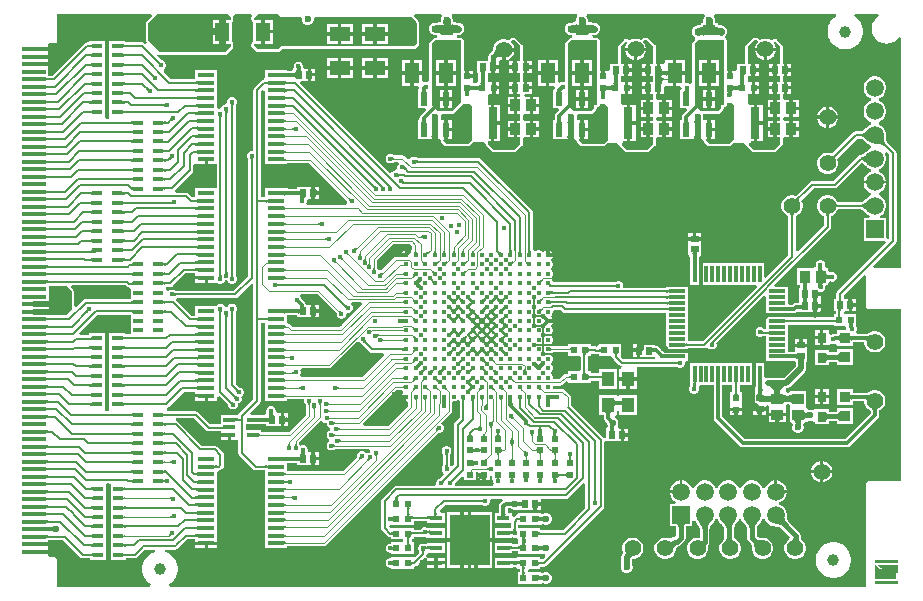
<source format=gtl>
G04*
G04 #@! TF.GenerationSoftware,Altium Limited,Altium Designer,24.4.1 (13)*
G04*
G04 Layer_Physical_Order=1*
G04 Layer_Color=255*
%FSLAX44Y44*%
%MOMM*%
G71*
G04*
G04 #@! TF.SameCoordinates,925E675A-46DA-42A4-AE84-68A0AB10CA93*
G04*
G04*
G04 #@! TF.FilePolarity,Positive*
G04*
G01*
G75*
%ADD12C,0.2000*%
%ADD15C,0.1500*%
%ADD16R,0.6000X0.6400*%
%ADD17R,0.9000X1.0000*%
%ADD18R,1.3000X1.8000*%
%ADD19R,1.4750X0.3000*%
%ADD20R,0.3000X1.4750*%
%ADD21R,0.6000X0.5000*%
%ADD22R,0.6400X0.6000*%
%ADD23R,1.0000X0.9000*%
%ADD24R,0.5000X0.6000*%
%ADD25R,1.4750X0.4500*%
%ADD26C,0.4200*%
%ADD27R,0.6000X1.1500*%
%ADD28R,0.8000X2.7000*%
%ADD29R,1.0500X0.4500*%
%ADD30R,3.4500X4.3500*%
%ADD31R,1.2500X1.6500*%
%ADD32R,1.0000X0.4000*%
%ADD33R,0.9000X0.4500*%
%ADD34R,1.8000X1.3000*%
%ADD35R,0.8000X0.9000*%
%ADD36R,0.9500X0.9000*%
%ADD37R,2.0000X0.3800*%
%ADD38R,1.1000X1.3000*%
%ADD66C,1.4000*%
%ADD67C,1.0000*%
%ADD68C,0.3000*%
%ADD69C,0.1250*%
%ADD70C,0.5000*%
%ADD71C,0.6000*%
%ADD72C,0.1300*%
%ADD73C,0.1253*%
%ADD74C,0.4000*%
%ADD75C,1.5000*%
%ADD76R,1.5000X1.5000*%
%ADD77C,0.6000*%
G36*
X565508Y706776D02*
X565625Y705061D01*
X565695Y704642D01*
X565781Y704299D01*
X565882Y704032D01*
X565999Y703841D01*
X566132Y703727D01*
X566281Y703689D01*
X558719D01*
X558868Y703727D01*
X559001Y703841D01*
X559118Y704032D01*
X559219Y704299D01*
X559305Y704642D01*
X559375Y705061D01*
X559430Y705556D01*
X559492Y706776D01*
X559500Y707500D01*
X565500D01*
X565508Y706776D01*
D02*
G37*
G36*
X672561Y694969D02*
X672512Y695306D01*
X672367Y695607D01*
X672126Y695872D01*
X671790Y696102D01*
X671358Y696297D01*
X670830Y696456D01*
X670206Y696580D01*
X669487Y696668D01*
X668672Y696721D01*
X667761Y696739D01*
Y702739D01*
X668667Y702749D01*
X670814Y702896D01*
X671338Y702984D01*
X671767Y703092D01*
X672101Y703219D01*
X672340Y703366D01*
X672483Y703533D01*
X672531Y703719D01*
X672561Y694969D01*
D02*
G37*
G36*
X557561D02*
X557509Y695355D01*
X557356Y695701D01*
X557103Y696005D01*
X556748Y696269D01*
X556292Y696492D01*
X555736Y696675D01*
X555078Y696817D01*
X554320Y696919D01*
X553460Y696980D01*
X552500Y697000D01*
Y703000D01*
X553456Y703007D01*
X556273Y703180D01*
X556726Y703259D01*
X557078Y703353D01*
X557329Y703460D01*
X557480Y703583D01*
X557531Y703719D01*
X557561Y694969D01*
D02*
G37*
G36*
X682517Y703533D02*
X682660Y703366D01*
X682899Y703219D01*
X683233Y703092D01*
X683662Y702984D01*
X684186Y702896D01*
X684807Y702827D01*
X686333Y702749D01*
X687239Y702739D01*
Y696739D01*
X686328Y696721D01*
X684794Y696580D01*
X684170Y696456D01*
X683642Y696297D01*
X683210Y696102D01*
X682874Y695872D01*
X682633Y695607D01*
X682488Y695306D01*
X682439Y694969D01*
X682469Y703719D01*
X682517Y703533D01*
D02*
G37*
G36*
X567517D02*
X567660Y703366D01*
X567899Y703219D01*
X568233Y703092D01*
X568662Y702984D01*
X569187Y702896D01*
X569807Y702827D01*
X571333Y702749D01*
X572239Y702739D01*
Y696739D01*
X571328Y696721D01*
X569794Y696580D01*
X569170Y696456D01*
X568642Y696297D01*
X568210Y696102D01*
X567874Y695872D01*
X567633Y695607D01*
X567488Y695306D01*
X567439Y694969D01*
X567469Y703719D01*
X567517Y703533D01*
D02*
G37*
G36*
X789987Y702218D02*
X790128Y701938D01*
X790362Y701692D01*
X790690Y701478D01*
X791111Y701297D01*
X791625Y701149D01*
X792232Y701034D01*
X792933Y700952D01*
X793727Y700902D01*
X794614Y700886D01*
Y694886D01*
X793732Y694877D01*
X791131Y694672D01*
X790713Y694578D01*
X790387Y694467D01*
X790155Y694339D01*
X790016Y694193D01*
X789969Y694031D01*
X789939Y702531D01*
X789987Y702218D01*
D02*
G37*
G36*
X780031Y694031D02*
X779984Y694193D01*
X779845Y694339D01*
X779613Y694467D01*
X779287Y694578D01*
X778869Y694672D01*
X778359Y694749D01*
X777058Y694852D01*
X775386Y694886D01*
Y700886D01*
X776273Y700902D01*
X777768Y701034D01*
X778375Y701149D01*
X778889Y701297D01*
X779310Y701478D01*
X779638Y701692D01*
X779872Y701938D01*
X780013Y702218D01*
X780061Y702531D01*
X780031Y694031D01*
D02*
G37*
G36*
X826002Y688730D02*
X825298Y688026D01*
X824113Y685974D01*
X823585Y684000D01*
X832500D01*
X841416D01*
X840887Y685974D01*
X839775Y687899D01*
X839884Y688455D01*
X840238Y689286D01*
X840635Y689365D01*
X845000Y685000D01*
Y670200D01*
X842100D01*
Y665000D01*
Y659800D01*
X845000D01*
Y655200D01*
X842100D01*
Y650000D01*
Y644800D01*
X845000D01*
Y639500D01*
X842250D01*
Y632500D01*
Y625500D01*
X845000D01*
Y622000D01*
X842250D01*
Y615000D01*
X840750D01*
D01*
X842250D01*
Y608000D01*
X845000D01*
Y602500D01*
X840000Y597500D01*
X822500D01*
X818279Y601721D01*
X818697Y603099D01*
X818780Y603116D01*
X819442Y603558D01*
X819884Y604220D01*
X819940Y604500D01*
X822500D01*
Y620000D01*
Y635500D01*
X819355D01*
X818780Y635884D01*
X818000Y636039D01*
X817500D01*
Y643937D01*
X818000Y645000D01*
X818770Y645000D01*
X821000D01*
Y650000D01*
Y655000D01*
X818000D01*
X817500Y656063D01*
Y659800D01*
X820400D01*
Y665000D01*
Y670200D01*
X817500D01*
Y685000D01*
X822500Y690000D01*
X822500D01*
X822500Y690000D01*
X822500Y690000D01*
X825476D01*
X826002Y688730D01*
D02*
G37*
G36*
X312719Y710603D02*
X308558Y706442D01*
X308116Y705780D01*
X307961Y705000D01*
Y690000D01*
X307961Y690000D01*
X308116Y689220D01*
X308558Y688558D01*
X307117Y687209D01*
X306663Y687663D01*
X305671Y688326D01*
X304500Y688559D01*
X304500Y688559D01*
X290000D01*
Y689750D01*
X277000D01*
Y681250D01*
Y673250D01*
Y665250D01*
Y657250D01*
Y649250D01*
Y641250D01*
Y633250D01*
Y625250D01*
X276255Y623559D01*
X273745D01*
X273000Y625250D01*
Y633250D01*
Y641250D01*
Y649250D01*
Y657250D01*
Y665250D01*
Y673250D01*
Y681250D01*
Y689750D01*
X260000D01*
Y688304D01*
X258000D01*
X256927Y688090D01*
X256017Y687483D01*
X228664Y660129D01*
X225000D01*
Y668495D01*
X223449Y668392D01*
X223239Y668344D01*
X223090Y668288D01*
X222999Y668226D01*
X222969Y668156D01*
Y668525D01*
X213000D01*
Y671525D01*
X222969D01*
Y671895D01*
X222999Y671824D01*
X223090Y671761D01*
X223239Y671706D01*
X223449Y671658D01*
X223720Y671617D01*
X224440Y671558D01*
X225000Y671546D01*
Y672475D01*
Y674845D01*
X223449Y674742D01*
X223239Y674694D01*
X223090Y674639D01*
X222999Y674576D01*
X222969Y674505D01*
Y674875D01*
X213000D01*
Y677875D01*
X222969D01*
Y678244D01*
X222999Y678174D01*
X223090Y678111D01*
X223239Y678056D01*
X223449Y678008D01*
X223720Y677967D01*
X224440Y677908D01*
X225000Y677896D01*
Y678825D01*
Y681225D01*
X213000D01*
Y684225D01*
X225000D01*
Y686625D01*
X226658Y687451D01*
X230000D01*
X230975Y687645D01*
X231802Y688198D01*
X232355Y689025D01*
X232549Y690000D01*
Y712451D01*
X311954D01*
X312719Y710603D01*
D02*
G37*
G36*
X732500Y690000D02*
X737500Y685000D01*
Y670200D01*
X734600D01*
Y665000D01*
X733100D01*
D01*
X734600D01*
Y659800D01*
X737226D01*
X737312Y658424D01*
Y655824D01*
X737280Y655200D01*
X734600D01*
Y650000D01*
Y644800D01*
X737500D01*
Y639500D01*
X734750D01*
Y632500D01*
Y625500D01*
X737500D01*
Y622000D01*
X734750D01*
Y615000D01*
Y608000D01*
X737500D01*
Y602500D01*
X732500Y597500D01*
X715000D01*
X710696Y601804D01*
X710726Y602271D01*
X711020Y603276D01*
X711442Y603558D01*
X711884Y604220D01*
X711940Y604500D01*
X715000D01*
Y620000D01*
Y635500D01*
X711355D01*
X710780Y635884D01*
X710000Y636039D01*
Y643937D01*
X710500Y645000D01*
X711270Y645000D01*
X713500D01*
Y650000D01*
Y655000D01*
X710500D01*
X710000Y656063D01*
Y659800D01*
X712900D01*
Y665000D01*
Y670200D01*
X710000D01*
Y685000D01*
X714364Y689364D01*
X714762Y689286D01*
X715116Y688455D01*
X715225Y687899D01*
X714113Y685974D01*
X713585Y684000D01*
X722500D01*
X731415D01*
X730887Y685974D01*
X729702Y688026D01*
X728998Y688730D01*
X729524Y690000D01*
X732500D01*
D02*
G37*
G36*
X262061Y684000D02*
X262046Y684142D01*
X262000Y684270D01*
X261923Y684382D01*
X261816Y684480D01*
X261678Y684562D01*
X261510Y684630D01*
X261311Y684682D01*
X261082Y684720D01*
X260821Y684742D01*
X260530Y684750D01*
Y686250D01*
X260821Y686257D01*
X261082Y686280D01*
X261311Y686317D01*
X261510Y686370D01*
X261678Y686437D01*
X261816Y686520D01*
X261923Y686617D01*
X262000Y686730D01*
X262046Y686857D01*
X262061Y687000D01*
Y684000D01*
D02*
G37*
G36*
X287990Y687310D02*
X288050Y687140D01*
X288150Y686990D01*
X288290Y686860D01*
X288470Y686750D01*
X288689Y686660D01*
X288950Y686590D01*
X289249Y686540D01*
X289590Y686510D01*
X289970Y686500D01*
Y684500D01*
X289590Y684490D01*
X289249Y684460D01*
X288950Y684410D01*
X288689Y684340D01*
X288470Y684250D01*
X288290Y684140D01*
X288150Y684010D01*
X288050Y683860D01*
X287990Y683690D01*
X287969Y683500D01*
Y687500D01*
X287990Y687310D01*
D02*
G37*
G36*
X928202Y710451D02*
X927274Y709831D01*
X927096Y709654D01*
X926888Y709514D01*
X925495Y708121D01*
X925355Y707913D01*
X925178Y707735D01*
X924083Y706097D01*
X923987Y705865D01*
X923848Y705657D01*
X923094Y703837D01*
X923045Y703590D01*
X922949Y703359D01*
X922565Y701426D01*
Y701176D01*
X922516Y700929D01*
Y698959D01*
X922565Y698713D01*
Y698462D01*
X922949Y696530D01*
X923045Y696298D01*
X923094Y696052D01*
X923848Y694232D01*
X923987Y694023D01*
X924083Y693791D01*
X925178Y692153D01*
X925355Y691976D01*
X925495Y691767D01*
X926888Y690374D01*
X927096Y690235D01*
X927274Y690057D01*
X928912Y688963D01*
X929144Y688867D01*
X929352Y688727D01*
X931172Y687974D01*
X931419Y687925D01*
X931650Y687829D01*
X933583Y687444D01*
X933833D01*
X934080Y687395D01*
X936050D01*
X936296Y687444D01*
X936547D01*
X938479Y687829D01*
X938711Y687925D01*
X938957Y687974D01*
X940777Y688727D01*
X940986Y688867D01*
X941218Y688963D01*
X942856Y690057D01*
X943033Y690235D01*
X943242Y690374D01*
X944635Y691767D01*
X944774Y691976D01*
X944952Y692154D01*
X945451Y692901D01*
X947451Y692294D01*
X947451Y497549D01*
X924488D01*
X923722Y499397D01*
X942663Y518337D01*
X942663Y518337D01*
X943326Y519329D01*
X943559Y520500D01*
Y594500D01*
X943559Y594500D01*
X943326Y595671D01*
X942663Y596663D01*
X935499Y603827D01*
X935479Y603851D01*
X935336Y604082D01*
X935178Y604429D01*
X935021Y604891D01*
X934875Y605468D01*
X934751Y606153D01*
X934655Y606922D01*
X934544Y608841D01*
X934539Y609935D01*
X934500Y610125D01*
Y611251D01*
X933853Y613667D01*
X932602Y615833D01*
X930833Y617602D01*
X928667Y618853D01*
X928248Y618965D01*
Y621035D01*
X928667Y621147D01*
X930833Y622398D01*
X932602Y624167D01*
X933853Y626333D01*
X934500Y628749D01*
Y631251D01*
X933853Y633667D01*
X932602Y635833D01*
X930833Y637602D01*
X928667Y638853D01*
X928248Y638965D01*
Y641035D01*
X928667Y641148D01*
X930833Y642398D01*
X932602Y644167D01*
X933853Y646333D01*
X934500Y648749D01*
Y651251D01*
X933853Y653667D01*
X932602Y655833D01*
X930833Y657602D01*
X928667Y658853D01*
X926251Y659500D01*
X923749D01*
X921333Y658853D01*
X919167Y657602D01*
X917398Y655833D01*
X916147Y653667D01*
X915500Y651251D01*
Y648749D01*
X916147Y646333D01*
X917398Y644167D01*
X919167Y642398D01*
X921333Y641148D01*
X921752Y641035D01*
Y638965D01*
X921333Y638853D01*
X919167Y637602D01*
X917398Y635833D01*
X916147Y633667D01*
X915500Y631251D01*
Y628749D01*
X916147Y626333D01*
X917398Y624167D01*
X919167Y622398D01*
X921333Y621147D01*
X921752Y621035D01*
Y618965D01*
X921333Y618853D01*
X919167Y617602D01*
X918371Y616806D01*
X918209Y616699D01*
X917432Y615929D01*
X915997Y614650D01*
X915385Y614174D01*
X914812Y613778D01*
X914302Y613473D01*
X913863Y613257D01*
X913507Y613125D01*
X913242Y613061D01*
X913211Y613059D01*
X909000D01*
X909000Y613059D01*
X907830Y612826D01*
X906837Y612163D01*
X888878Y594204D01*
X888842Y594174D01*
X888474Y594387D01*
X886185Y595000D01*
X883815D01*
X881526Y594387D01*
X879474Y593202D01*
X877798Y591526D01*
X876613Y589474D01*
X876000Y587185D01*
Y584815D01*
X876613Y582526D01*
X877798Y580474D01*
X879474Y578798D01*
X881526Y577613D01*
X883815Y577000D01*
X886185D01*
X888474Y577613D01*
X890526Y578798D01*
X892202Y580474D01*
X893387Y582526D01*
X894000Y584815D01*
Y587185D01*
X893387Y589474D01*
X893174Y589842D01*
X893204Y589878D01*
X910267Y606941D01*
X913211D01*
X913242Y606939D01*
X913507Y606875D01*
X913863Y606743D01*
X914302Y606527D01*
X914812Y606222D01*
X915385Y605826D01*
X915997Y605350D01*
X917432Y604071D01*
X918209Y603301D01*
X918371Y603194D01*
X919167Y602398D01*
X921333Y601147D01*
X921752Y601035D01*
Y598965D01*
X921333Y598853D01*
X919167Y597602D01*
X918371Y596806D01*
X918209Y596699D01*
X917432Y595929D01*
X915997Y594650D01*
X915385Y594174D01*
X914812Y593778D01*
X914302Y593473D01*
X913863Y593257D01*
X913507Y593125D01*
X913242Y593061D01*
X913211Y593059D01*
X913000D01*
X913000Y593059D01*
X911830Y592826D01*
X910837Y592163D01*
X910837Y592163D01*
X889733Y571059D01*
X872000D01*
X872000Y571059D01*
X870829Y570826D01*
X869837Y570163D01*
X869837Y570163D01*
X858269Y558595D01*
X858220Y558554D01*
X858121Y558481D01*
X856185Y559000D01*
X853815D01*
X851526Y558387D01*
X849474Y557202D01*
X847798Y555526D01*
X846613Y553474D01*
X846000Y551185D01*
Y548815D01*
X846613Y546526D01*
X847798Y544474D01*
X849474Y542798D01*
X851526Y541613D01*
X851937Y541503D01*
X851941Y541456D01*
Y508040D01*
X832848Y488947D01*
X831000Y489712D01*
Y501755D01*
X777535D01*
X776422Y503755D01*
X776600Y504184D01*
Y505816D01*
X776482Y506100D01*
X777680Y508100D01*
X777700D01*
Y516900D01*
Y520400D01*
X767300D01*
Y516900D01*
Y508100D01*
X767320D01*
X768518Y506100D01*
X768400Y505816D01*
Y504184D01*
X768931Y502902D01*
Y492380D01*
X769000Y492035D01*
Y483005D01*
X776001D01*
Y492035D01*
X776069Y492380D01*
X778999D01*
Y483005D01*
X824293D01*
X825058Y481157D01*
X779460Y435559D01*
X766995D01*
Y449000D01*
Y459000D01*
Y469000D01*
Y481000D01*
X750319D01*
X750275Y481009D01*
X750232Y481000D01*
X748245D01*
Y480559D01*
X712551D01*
X712100Y481235D01*
Y482865D01*
X711476Y484372D01*
X710322Y485526D01*
X708816Y486150D01*
X707185D01*
X705678Y485526D01*
X705272Y485120D01*
X705269Y485119D01*
X705242Y485115D01*
X705181Y485109D01*
X652600D01*
Y485316D01*
X651976Y486822D01*
X651605Y487193D01*
X651047Y488500D01*
X651605Y489807D01*
X651976Y490177D01*
X652600Y491684D01*
Y493316D01*
X651976Y494822D01*
X651605Y495193D01*
X651047Y496500D01*
X651605Y497807D01*
X651976Y498177D01*
X652600Y499684D01*
Y501315D01*
X651976Y502822D01*
X651605Y503193D01*
X651047Y504500D01*
X651605Y505807D01*
X651976Y506177D01*
X652304Y506971D01*
X649813Y506861D01*
Y507000D01*
X648500D01*
Y508500D01*
X647000D01*
Y509850D01*
X646892D01*
X646912Y509905D01*
X646931Y510016D01*
X646947Y510185D01*
X646983Y511035D01*
X646994Y512314D01*
X646178Y511976D01*
X645807Y511605D01*
X644500Y511046D01*
X643193Y511605D01*
X642822Y511976D01*
X641316Y512600D01*
X639684D01*
X638177Y511976D01*
X637807Y511605D01*
X637250Y511367D01*
X635559Y512309D01*
Y544500D01*
X635559Y544500D01*
X635326Y545671D01*
X634663Y546663D01*
X634663Y546663D01*
X591663Y589663D01*
X590671Y590326D01*
X589500Y590559D01*
X589500Y590559D01*
X537791D01*
X537785Y590560D01*
X537731Y590569D01*
X537728Y590570D01*
X537322Y590976D01*
X535816Y591600D01*
X534184D01*
X532677Y590976D01*
X531658Y589956D01*
X531426Y589810D01*
X529243Y589542D01*
X526893Y591893D01*
X526024Y592473D01*
X525000Y592676D01*
X525000Y592676D01*
X518238D01*
X518235Y592678D01*
X518205Y592694D01*
X518161Y592722D01*
X518104Y592764D01*
X518036Y592822D01*
X517914Y592939D01*
X517761Y593037D01*
X517323Y593476D01*
X515816Y594100D01*
X514184D01*
X512678Y593476D01*
X511524Y592322D01*
X510900Y590816D01*
Y589184D01*
X511524Y587677D01*
X512678Y586524D01*
X514184Y585900D01*
X515816D01*
X517323Y586524D01*
X517761Y586963D01*
X517914Y587061D01*
X518036Y587178D01*
X518104Y587236D01*
X518161Y587279D01*
X518205Y587306D01*
X518235Y587322D01*
X518238Y587324D01*
X521197D01*
X522025Y585324D01*
X521524Y584823D01*
X520900Y583316D01*
Y581948D01*
X520887Y581671D01*
X519392Y580100D01*
X519184D01*
X517678Y579476D01*
X516678Y578476D01*
X516389Y578307D01*
X514255Y578071D01*
X438373Y653952D01*
X439139Y655800D01*
X444900D01*
Y661000D01*
X446400D01*
D01*
X444900D01*
Y666200D01*
X442857D01*
X441100Y667185D01*
Y668816D01*
X440476Y670322D01*
X439323Y671476D01*
X437816Y672100D01*
X436185D01*
X434678Y671476D01*
X433524Y670322D01*
X432900Y668816D01*
Y667185D01*
X432600Y666200D01*
D01*
X432012Y664444D01*
X427255D01*
Y665000D01*
X425268D01*
X425224Y665009D01*
X425181Y665000D01*
X408505D01*
Y658944D01*
X408000Y657059D01*
X406829Y656826D01*
X405837Y656163D01*
X405837Y656163D01*
X399837Y650163D01*
X399174Y649171D01*
X398941Y648000D01*
X398941Y648000D01*
Y597052D01*
X398265Y596600D01*
X396634D01*
X395128Y595976D01*
X393974Y594823D01*
X393350Y593316D01*
Y591684D01*
X393974Y590178D01*
X394433Y589719D01*
X394435Y589707D01*
X394441Y589645D01*
Y490215D01*
X382285Y478059D01*
X332791D01*
X332785Y478060D01*
X332731Y478069D01*
X332728Y478070D01*
X332322Y478476D01*
X330816Y479100D01*
X329184D01*
X327678Y478476D01*
X327000Y477798D01*
X325000Y478471D01*
Y481441D01*
X328500D01*
X328500Y481441D01*
X329670Y481674D01*
X330663Y482337D01*
X341267Y492941D01*
X349745D01*
Y490750D01*
X359120D01*
Y489250D01*
X360620D01*
Y485000D01*
X368202D01*
X368677Y484524D01*
X370185Y483900D01*
X371815D01*
X373322Y484524D01*
X374476Y485677D01*
X375012Y486972D01*
X375185Y486900D01*
X376816D01*
X376988Y486972D01*
X377524Y485677D01*
X378678Y484524D01*
X380185Y483900D01*
X381815D01*
X383322Y484524D01*
X384476Y485677D01*
X385100Y487184D01*
Y488815D01*
X384476Y490322D01*
X384070Y490728D01*
X384069Y490731D01*
X384064Y490758D01*
X384059Y490819D01*
Y635209D01*
X384059Y635215D01*
X384069Y635269D01*
X384070Y635272D01*
X384476Y635677D01*
X385100Y637184D01*
Y638815D01*
X384476Y640322D01*
X383322Y641476D01*
X381815Y642100D01*
X380185D01*
X378678Y641476D01*
X377524Y640322D01*
X376900Y638815D01*
Y637948D01*
X376864Y637162D01*
X375184Y636100D01*
X373678Y635476D01*
X372524Y634323D01*
X371900Y632816D01*
X371816Y632781D01*
X369989Y632343D01*
X368495Y633574D01*
Y643500D01*
Y650000D01*
Y656500D01*
Y665000D01*
X349745D01*
Y657309D01*
X329017D01*
X323071Y663255D01*
X323322Y665524D01*
X324476Y666678D01*
X325100Y668185D01*
Y669816D01*
X324476Y671322D01*
X323322Y672476D01*
X321815Y673100D01*
X321242D01*
X321239Y673102D01*
X321217Y673117D01*
X321170Y673156D01*
X317209Y677117D01*
X318558Y678558D01*
X319220Y678116D01*
X320000Y677961D01*
X375000D01*
X375780Y678116D01*
X376442Y678558D01*
X381442Y683558D01*
X381884Y684220D01*
X382039Y685000D01*
Y687250D01*
X381884Y688030D01*
X381442Y688692D01*
X381000Y688987D01*
Y706013D01*
X381442Y706308D01*
X381884Y706970D01*
X382039Y707750D01*
Y710000D01*
X382039Y710000D01*
X381950Y710451D01*
X382548Y711641D01*
X383173Y712451D01*
X396954D01*
X397720Y710603D01*
X397578Y710462D01*
X397578Y710462D01*
X397136Y709800D01*
X396981Y709020D01*
X397136Y708240D01*
X397662Y706970D01*
X398104Y706308D01*
X398766Y705866D01*
X399000Y705819D01*
Y689181D01*
X398766Y689134D01*
X398104Y688692D01*
X397662Y688030D01*
X397136Y686760D01*
X396981Y685980D01*
X397136Y685200D01*
X397578Y684538D01*
X401058Y681058D01*
X401720Y680616D01*
X402500Y680461D01*
X420000D01*
X420000Y680461D01*
X420780Y680616D01*
X421442Y681058D01*
X423345Y682961D01*
X530393D01*
X531505Y682500D01*
X533495D01*
X534607Y682961D01*
X535000D01*
X535000Y682961D01*
X535780Y683116D01*
X536442Y683558D01*
X538942Y686058D01*
X539384Y686720D01*
X539539Y687500D01*
Y704429D01*
X539539Y704429D01*
X539384Y705209D01*
X538942Y705871D01*
X538490Y706323D01*
X538241Y706923D01*
X537799Y707585D01*
X534933Y710451D01*
X535761Y712451D01*
X557573D01*
X557602Y712421D01*
X558231Y711347D01*
X558380Y710451D01*
X558261Y710332D01*
X558069Y709868D01*
X557790Y709451D01*
X557692Y708958D01*
X557500Y708495D01*
Y707992D01*
X557402Y707500D01*
Y705833D01*
X557398Y705750D01*
X555500D01*
Y705175D01*
X554235Y705098D01*
X552500D01*
X552007Y705000D01*
X551506D01*
X551042Y704808D01*
X550549Y704710D01*
X550132Y704431D01*
X549668Y704239D01*
X549313Y703884D01*
X548895Y703605D01*
X548616Y703187D01*
X548261Y702832D01*
X548069Y702368D01*
X547790Y701951D01*
X547692Y701458D01*
X547500Y700995D01*
Y700492D01*
X547402Y700000D01*
X547500Y699508D01*
Y699005D01*
X547692Y698542D01*
X547790Y698049D01*
X548069Y697632D01*
X548261Y697168D01*
X548616Y696813D01*
X548895Y696395D01*
X549313Y696116D01*
X549668Y695761D01*
X550132Y695569D01*
X550549Y695290D01*
X551042Y695192D01*
X551506Y695000D01*
X552007D01*
X552500Y694902D01*
X553623D01*
X554413Y694464D01*
X554290Y692246D01*
X553794Y692039D01*
X552500D01*
X552500Y692039D01*
X551720Y691884D01*
X551058Y691442D01*
X548558Y688942D01*
X548116Y688280D01*
X547961Y687500D01*
Y656376D01*
X545961Y655040D01*
X545816Y655100D01*
X544184D01*
X543500Y654817D01*
X541604Y655854D01*
X541500Y655988D01*
Y661000D01*
X534500D01*
Y651500D01*
X538252D01*
X539160Y650163D01*
X539338Y649648D01*
X538673Y648250D01*
X538000D01*
Y632750D01*
X544090D01*
X544855Y630902D01*
X540477Y626523D01*
X539703Y625366D01*
X539431Y624000D01*
Y622568D01*
X539416Y622392D01*
X539393Y622250D01*
X538000D01*
Y620263D01*
X537991Y620219D01*
X538000Y620176D01*
Y606750D01*
X549869D01*
X549770Y608330D01*
X549700Y608581D01*
X549620Y608731D01*
X549530Y608781D01*
X551000D01*
Y614500D01*
X554000D01*
Y608781D01*
X555470D01*
X555380Y608731D01*
X555300Y608581D01*
X555230Y608330D01*
X555169Y607980D01*
X555117Y607531D01*
X555078Y606750D01*
X555580D01*
X556602Y606183D01*
X557384Y605577D01*
X557539Y604796D01*
X557981Y604135D01*
X557981Y604135D01*
X561058Y601058D01*
X561720Y600616D01*
X562500Y600461D01*
X580500D01*
X581280Y600616D01*
X581942Y601058D01*
X581942Y601058D01*
X585088Y604204D01*
X585220Y604116D01*
X586000Y603961D01*
X594215D01*
X595461Y602500D01*
X595616Y601720D01*
X596058Y601058D01*
X601058Y596058D01*
X601720Y595616D01*
X602500Y595461D01*
X620000D01*
X620000Y595461D01*
X620780Y595616D01*
X621442Y596058D01*
X626442Y601058D01*
X626884Y601720D01*
X627039Y602500D01*
Y606294D01*
X627750Y608000D01*
X629250Y608000D01*
X632750D01*
Y615000D01*
X634250D01*
D01*
X632750D01*
Y622000D01*
X629250D01*
X627750Y622000D01*
X627039Y623706D01*
Y626294D01*
X627750Y628000D01*
X629250Y628000D01*
X632750D01*
Y635000D01*
X634250D01*
D01*
X632750D01*
Y642000D01*
X629250D01*
X628102Y644000D01*
X628559Y644800D01*
X634400D01*
Y648500D01*
X629400D01*
Y650000D01*
X627900D01*
Y655200D01*
X627039D01*
Y662300D01*
X627900D01*
Y667500D01*
Y672700D01*
X627039D01*
Y685000D01*
X627039Y685000D01*
X626884Y685780D01*
X626442Y686442D01*
X621442Y691442D01*
X620780Y691884D01*
X620000Y692039D01*
X617524D01*
X616744Y691884D01*
X616082Y691442D01*
X615640Y690780D01*
X614476Y690385D01*
X614474Y690387D01*
X612185Y691000D01*
X609815D01*
X607526Y690387D01*
X605474Y689202D01*
X603798Y687526D01*
X602613Y685474D01*
X602000Y683185D01*
Y682898D01*
X601972Y682718D01*
X601905Y682462D01*
X601802Y682177D01*
X601660Y681863D01*
X601474Y681522D01*
X601241Y681156D01*
X600975Y680787D01*
X600444Y680157D01*
X600033Y679746D01*
X599116Y679134D01*
X599016Y679034D01*
X598574Y678372D01*
X598524Y678322D01*
X598497Y678257D01*
X598132Y677711D01*
X598004Y677066D01*
X597900Y676815D01*
Y676544D01*
X597822Y676150D01*
X597822Y676150D01*
Y673485D01*
X597782Y672823D01*
X597766Y672700D01*
X588100D01*
Y664365D01*
X588091Y664320D01*
X588100Y664277D01*
Y662300D01*
X589446D01*
X589467Y662167D01*
X589481Y661998D01*
Y655320D01*
X589465Y655137D01*
X589443Y655000D01*
X588000D01*
Y653607D01*
X587858Y653584D01*
X587682Y653569D01*
X585188D01*
X585167Y653569D01*
X585000Y655500D01*
X585000Y655500D01*
X585000Y655500D01*
Y658500D01*
X580000D01*
Y660000D01*
X578500D01*
Y664500D01*
X577039D01*
Y690000D01*
X576884Y690780D01*
X576442Y691442D01*
X575780Y691884D01*
X575000Y692039D01*
X571853D01*
X571059Y692723D01*
X570928Y694322D01*
X571411Y694641D01*
X572239D01*
X574190Y695029D01*
X575209Y695710D01*
X575332Y695761D01*
X575426Y695855D01*
X575844Y696134D01*
X576105Y696395D01*
X576384Y696813D01*
X576739Y697168D01*
X576931Y697632D01*
X577210Y698049D01*
X577308Y698542D01*
X577500Y699005D01*
Y699508D01*
X577598Y700000D01*
X577500Y700492D01*
Y700995D01*
X577308Y701459D01*
X577210Y701951D01*
X576931Y702368D01*
X576739Y702832D01*
X576384Y703187D01*
X576105Y703605D01*
X575687Y703884D01*
X575332Y704239D01*
X574868Y704431D01*
X574451Y704710D01*
X573959Y704808D01*
X573495Y705000D01*
X572992D01*
X572500Y705098D01*
X572008Y705000D01*
X571505D01*
X571500Y704998D01*
X569500Y705750D01*
D01*
X567604Y706003D01*
X567598Y706099D01*
Y707500D01*
X567500Y707992D01*
Y708495D01*
X567308Y708958D01*
X567210Y709451D01*
X566931Y709868D01*
X566739Y710332D01*
X566620Y710451D01*
X566769Y711347D01*
X567398Y712421D01*
X567427Y712451D01*
X672552Y712451D01*
X672974Y711832D01*
X673283Y710451D01*
X673171Y710365D01*
X673001Y710072D01*
X672761Y709832D01*
X672507Y709219D01*
X672174Y708644D01*
X672130Y708308D01*
X672000Y707995D01*
Y707330D01*
X671963Y707048D01*
X670500Y705750D01*
D01*
X668500Y704998D01*
X668495Y705000D01*
X667992D01*
X667500Y705098D01*
X667008Y705000D01*
X666505D01*
X666042Y704808D01*
X665549Y704710D01*
X665132Y704431D01*
X664668Y704239D01*
X664313Y703884D01*
X663895Y703605D01*
X663616Y703187D01*
X663261Y702832D01*
X663069Y702368D01*
X662790Y701951D01*
X662692Y701458D01*
X662500Y700995D01*
Y700492D01*
X662402Y700000D01*
X662500Y699508D01*
Y699005D01*
X662692Y698542D01*
X662790Y698049D01*
X663069Y697632D01*
X663261Y697168D01*
X663616Y696813D01*
X663895Y696395D01*
X664156Y696134D01*
X664574Y695855D01*
X664668Y695761D01*
X664791Y695710D01*
X665810Y695029D01*
X667761Y694641D01*
X668589D01*
X669027Y694303D01*
X668858Y692663D01*
X668142Y692039D01*
X667500D01*
X667500Y692039D01*
X666720Y691884D01*
X666058Y691442D01*
X663558Y688942D01*
X663116Y688280D01*
X662961Y687500D01*
Y655865D01*
X661815Y655100D01*
X660184D01*
X658678Y654476D01*
X658500Y654298D01*
X656500Y655127D01*
Y661000D01*
X649500D01*
Y651500D01*
X653015D01*
X654098Y649655D01*
X653403Y648250D01*
X653000D01*
Y632750D01*
X657090D01*
X657856Y630902D01*
X655477Y628523D01*
X654703Y627366D01*
X654431Y626000D01*
Y622568D01*
X654416Y622392D01*
X654393Y622250D01*
X653000D01*
Y620263D01*
X652991Y620219D01*
X653000Y620176D01*
Y606750D01*
X664869D01*
X664770Y608330D01*
X664699Y608581D01*
X664620Y608731D01*
X664530Y608781D01*
X666000D01*
Y614500D01*
X669000D01*
Y608781D01*
X670470D01*
X670380Y608731D01*
X670301Y608581D01*
X670230Y608330D01*
X670169Y607980D01*
X670117Y607531D01*
X670078Y606750D01*
X670580D01*
X671602Y606183D01*
X672384Y605577D01*
X672539Y604796D01*
X672981Y604135D01*
X672981Y604135D01*
X676058Y601058D01*
X676720Y600616D01*
X677500Y600461D01*
X695500D01*
X696280Y600616D01*
X696942Y601058D01*
X696942Y601058D01*
X698669Y602785D01*
X700558Y603558D01*
X701220Y603116D01*
X702000Y602961D01*
X706770D01*
X707042Y602882D01*
X707977Y602336D01*
X708656Y601804D01*
X708721Y601477D01*
X708765Y601147D01*
X708799Y601089D01*
X708812Y601024D01*
X708997Y600747D01*
X709164Y600458D01*
X709217Y600418D01*
X709254Y600362D01*
X713558Y596058D01*
X714220Y595616D01*
X715000Y595461D01*
X732500D01*
X732500Y595461D01*
X733280Y595616D01*
X733942Y596058D01*
X738942Y601058D01*
X739384Y601720D01*
X739539Y602500D01*
Y606294D01*
X740250Y608000D01*
X741750Y608000D01*
X745250D01*
Y615000D01*
Y622000D01*
X741750D01*
X740250Y622000D01*
X739539Y623705D01*
Y623795D01*
X740250Y625500D01*
X741750Y625500D01*
X745250D01*
Y632500D01*
Y639500D01*
X741750D01*
X740250Y639500D01*
X739539Y641206D01*
Y644800D01*
X740400D01*
Y650000D01*
X743400D01*
Y644800D01*
X746900D01*
Y649541D01*
X747000Y651500D01*
X748900Y651500D01*
X754000D01*
Y662500D01*
Y673500D01*
X747000D01*
Y672159D01*
X746900Y670200D01*
X745000Y670200D01*
X743400D01*
Y665000D01*
X740400D01*
Y670200D01*
X739539D01*
Y685000D01*
X739539Y685000D01*
X739384Y685780D01*
X738942Y686442D01*
X733942Y691442D01*
X733280Y691884D01*
X732500Y692039D01*
X729524D01*
X728744Y691884D01*
X728082Y691442D01*
X727640Y690780D01*
X726707Y690463D01*
X725974Y690887D01*
X723685Y691500D01*
X721315D01*
X719026Y690887D01*
X718580Y690629D01*
X718118Y690500D01*
X716457Y690419D01*
X716359Y690517D01*
X716189Y690742D01*
X716029Y690846D01*
X715894Y690981D01*
X715700Y691062D01*
X715523Y691177D01*
X715335Y691213D01*
X715159Y691286D01*
X714762Y691365D01*
X714562D01*
X714364Y691404D01*
X714167Y691365D01*
X713967D01*
X713781Y691288D01*
X713584Y691248D01*
X713417Y691137D01*
X713232Y691060D01*
X713090Y690918D01*
X712923Y690807D01*
X708558Y686442D01*
X708116Y685780D01*
X707961Y685000D01*
Y670200D01*
X700600D01*
Y666252D01*
X700000Y664500D01*
X696500D01*
Y660000D01*
X693500D01*
Y664500D01*
X692039D01*
Y690000D01*
X691884Y690780D01*
X691442Y691442D01*
X690780Y691884D01*
X690000Y692039D01*
X686853D01*
X686059Y692723D01*
X685928Y694322D01*
X686411Y694641D01*
X687239D01*
X689190Y695029D01*
X690209Y695710D01*
X690332Y695761D01*
X690426Y695855D01*
X690844Y696134D01*
X691105Y696395D01*
X691384Y696813D01*
X691739Y697168D01*
X691931Y697632D01*
X692210Y698049D01*
X692308Y698542D01*
X692500Y699005D01*
Y699508D01*
X692598Y700000D01*
X692500Y700492D01*
Y700995D01*
X692308Y701459D01*
X692210Y701951D01*
X691931Y702368D01*
X691739Y702832D01*
X691384Y703187D01*
X691105Y703605D01*
X690687Y703884D01*
X690332Y704239D01*
X689868Y704431D01*
X689451Y704710D01*
X688959Y704808D01*
X688495Y705000D01*
X687992D01*
X687500Y705098D01*
X687008Y705000D01*
X686505D01*
X686500Y704998D01*
X684500Y705750D01*
Y705750D01*
X682520D01*
X682477Y705759D01*
X682087Y707328D01*
X682000Y707656D01*
Y707995D01*
X681746Y708608D01*
X681574Y709250D01*
X681368Y709519D01*
X681239Y709832D01*
X680769Y710302D01*
X680655Y710451D01*
X681092Y711915D01*
X681451Y712451D01*
X780552D01*
X780568Y712431D01*
X781115Y711223D01*
X781293Y710451D01*
X781116Y710187D01*
X780761Y709832D01*
X780569Y709368D01*
X780290Y708951D01*
X780192Y708458D01*
X780000Y707995D01*
Y707493D01*
X779902Y707000D01*
Y705000D01*
X778000D01*
Y703163D01*
X777902Y703135D01*
X777488Y703056D01*
X776665Y702984D01*
X775386D01*
X773435Y702596D01*
X771781Y701491D01*
X771395Y701105D01*
X771116Y700687D01*
X770761Y700332D01*
X770569Y699868D01*
X770290Y699451D01*
X770192Y698958D01*
X770000Y698495D01*
Y697992D01*
X769902Y697500D01*
X770000Y697008D01*
Y696505D01*
X770192Y696042D01*
X770290Y695549D01*
X770569Y695132D01*
X770761Y694668D01*
X771116Y694313D01*
X771395Y693895D01*
X771813Y693616D01*
X772168Y693261D01*
X772485Y693130D01*
X772686Y692813D01*
X772943Y691381D01*
X772897Y690781D01*
X771058Y688942D01*
X770616Y688280D01*
X770461Y687500D01*
Y654166D01*
X768461Y653337D01*
X768322Y653476D01*
X766815Y654100D01*
X765184D01*
X764000Y654891D01*
Y661000D01*
X757000D01*
Y651500D01*
X759881D01*
X761467Y649637D01*
X760500Y648250D01*
X760500Y648250D01*
Y632750D01*
X765090D01*
X765855Y630902D01*
X762977Y628023D01*
X762203Y626866D01*
X761931Y625500D01*
Y622568D01*
X761916Y622392D01*
X761893Y622250D01*
X760500D01*
Y620263D01*
X760491Y620219D01*
X760500Y620176D01*
Y606750D01*
X772369D01*
X772270Y608330D01*
X772199Y608581D01*
X772120Y608731D01*
X772030Y608781D01*
X773500D01*
Y614500D01*
X776500D01*
Y608781D01*
X777970D01*
X777880Y608731D01*
X777801Y608581D01*
X777730Y608330D01*
X777669Y607980D01*
X777617Y607531D01*
X777578Y606750D01*
X778080D01*
X779884Y605577D01*
X780039Y604796D01*
X780481Y604135D01*
X780481Y604135D01*
X783558Y601058D01*
X784220Y600616D01*
X785000Y600461D01*
X801500Y600461D01*
X801500Y600461D01*
X802280Y600616D01*
X802942Y601058D01*
X804669Y602785D01*
X806558Y603558D01*
X807220Y603116D01*
X808000Y602961D01*
X814578D01*
X814982Y602739D01*
X815455Y602356D01*
X816249Y601521D01*
X816336Y601235D01*
X816395Y600941D01*
X816451Y600857D01*
X816480Y600760D01*
X816670Y600528D01*
X816837Y600279D01*
X821058Y596058D01*
X821720Y595616D01*
X822500Y595461D01*
X840000D01*
X840000Y595461D01*
X840780Y595616D01*
X841442Y596058D01*
X846442Y601058D01*
X846884Y601720D01*
X847039Y602500D01*
Y606294D01*
X847750Y608000D01*
X849250Y608000D01*
X852750D01*
Y615000D01*
Y622000D01*
X849250D01*
X847750Y622000D01*
X847039Y623706D01*
Y623794D01*
X847750Y625500D01*
X849250Y625500D01*
X852750D01*
Y632500D01*
Y639500D01*
X849250D01*
X847750Y639500D01*
X847039Y641206D01*
Y644800D01*
X847900D01*
Y650000D01*
Y655200D01*
X847039D01*
Y659800D01*
X847900D01*
Y665000D01*
Y670200D01*
X847039D01*
Y685000D01*
X846884Y685780D01*
X846442Y686442D01*
X846442Y686442D01*
X842077Y690807D01*
X841910Y690918D01*
X841768Y691060D01*
X841583Y691137D01*
X841416Y691248D01*
X841219Y691288D01*
X841033Y691365D01*
X840832D01*
X840635Y691404D01*
X840439Y691365D01*
X840238D01*
X839841Y691286D01*
X839665Y691213D01*
X839477Y691177D01*
X839300Y691062D01*
X839106Y690981D01*
X838971Y690846D01*
X838811Y690742D01*
X838641Y690517D01*
X838543Y690419D01*
X836881Y690500D01*
X836420Y690629D01*
X835974Y690887D01*
X833685Y691500D01*
X831315D01*
X829026Y690887D01*
X828293Y690463D01*
X827360Y690780D01*
X826918Y691442D01*
X826256Y691884D01*
X825476Y692039D01*
X822500D01*
X821720Y691884D01*
X821058Y691442D01*
X821058Y691442D01*
X816058Y686442D01*
X815616Y685780D01*
X815461Y685000D01*
Y670200D01*
X808100D01*
Y666252D01*
X807500Y664500D01*
X804000D01*
Y660000D01*
X801000D01*
Y664500D01*
X799539D01*
Y690000D01*
X799384Y690780D01*
X798942Y691442D01*
X798753Y691568D01*
X798648Y691761D01*
X798410Y692720D01*
X798408Y692783D01*
X798563Y693867D01*
X798605Y693895D01*
X798884Y694313D01*
X799239Y694668D01*
X799431Y695132D01*
X799710Y695549D01*
X799808Y696041D01*
X800000Y696505D01*
Y697008D01*
X800098Y697500D01*
X800000Y697992D01*
Y698495D01*
X799808Y698958D01*
X799710Y699451D01*
X799431Y699868D01*
X799239Y700332D01*
X798884Y700687D01*
X798605Y701105D01*
X798219Y701491D01*
X796565Y702596D01*
X794614Y702984D01*
X793112D01*
X792541Y703051D01*
X792098Y703135D01*
X792000Y703163D01*
Y705000D01*
X790098D01*
Y707000D01*
X790000Y707493D01*
Y707995D01*
X789808Y708458D01*
X789710Y708951D01*
X789431Y709368D01*
X789239Y709832D01*
X788884Y710187D01*
X788707Y710451D01*
X788885Y711223D01*
X789432Y712431D01*
X789448Y712451D01*
X891777Y712451D01*
X892384Y710451D01*
X890438Y709151D01*
X888349Y707062D01*
X886707Y704605D01*
X885576Y701875D01*
X885000Y698977D01*
Y696023D01*
X885576Y693125D01*
X886707Y690395D01*
X888349Y687938D01*
X890438Y685849D01*
X892895Y684207D01*
X895625Y683076D01*
X898523Y682500D01*
X901477D01*
X904375Y683076D01*
X907105Y684207D01*
X909562Y685849D01*
X911651Y687938D01*
X913293Y690395D01*
X914424Y693125D01*
X915000Y696023D01*
Y698977D01*
X914424Y701875D01*
X913293Y704605D01*
X911651Y707062D01*
X909562Y709151D01*
X907616Y710451D01*
X908223Y712451D01*
X927595D01*
X928202Y710451D01*
D02*
G37*
G36*
X422500Y710000D02*
X439328D01*
X440000Y708995D01*
Y707005D01*
X440761Y705168D01*
X442168Y703761D01*
X444005Y703000D01*
X445995D01*
X447832Y703761D01*
X449239Y705168D01*
X450000Y707005D01*
Y708995D01*
X450672Y710000D01*
X532500D01*
X536357Y706143D01*
X536761Y705168D01*
X537500Y704429D01*
Y687500D01*
X535000Y685000D01*
X422500D01*
X420000Y682500D01*
X402500D01*
X399020Y685980D01*
X399546Y687250D01*
X405750D01*
Y697500D01*
Y707750D01*
X399546D01*
X399020Y709020D01*
X402500Y712500D01*
X420000D01*
X422500Y710000D01*
D02*
G37*
G36*
X380000D02*
Y707750D01*
X375750D01*
Y697500D01*
Y687250D01*
X380000D01*
Y685000D01*
X375000Y680000D01*
X320000D01*
X310000Y690000D01*
Y705000D01*
X317451Y712451D01*
X377549Y712451D01*
X380000Y710000D01*
D02*
G37*
G36*
X262061Y676000D02*
X262046Y676142D01*
X262000Y676270D01*
X261923Y676382D01*
X261816Y676480D01*
X261678Y676562D01*
X261510Y676630D01*
X261311Y676682D01*
X261082Y676720D01*
X260821Y676742D01*
X260530Y676750D01*
Y678250D01*
X260821Y678257D01*
X261082Y678280D01*
X261311Y678317D01*
X261510Y678370D01*
X261678Y678437D01*
X261816Y678520D01*
X261923Y678617D01*
X262000Y678730D01*
X262046Y678857D01*
X262061Y679000D01*
Y676000D01*
D02*
G37*
G36*
X607649Y675854D02*
X607268Y676026D01*
X606879Y676132D01*
X606481Y676171D01*
X606076Y676144D01*
X605662Y676051D01*
X605239Y675891D01*
X604809Y675664D01*
X604370Y675371D01*
X603923Y675012D01*
X603558Y674669D01*
X603900D01*
X603910Y673910D01*
X604055Y672110D01*
X604142Y671669D01*
X604249Y671310D01*
X604375Y671030D01*
X604520Y670829D01*
X604685Y670710D01*
X604869Y670669D01*
X598931D01*
X599115Y670710D01*
X599280Y670829D01*
X599425Y671030D01*
X599551Y671310D01*
X599658Y671669D01*
X599745Y672110D01*
X599813Y672629D01*
X599890Y673910D01*
X599900Y674669D01*
X603415D01*
X601264Y678038D01*
X601750Y678544D01*
X602584Y679531D01*
X602931Y680013D01*
X603232Y680486D01*
X603486Y680952D01*
X603694Y681410D01*
X603855Y681860D01*
X603970Y682301D01*
X604039Y682735D01*
X607649Y675854D01*
D02*
G37*
G36*
X287990Y679310D02*
X288050Y679140D01*
X288150Y678990D01*
X288290Y678860D01*
X288470Y678750D01*
X288689Y678660D01*
X288950Y678590D01*
X289249Y678540D01*
X289590Y678510D01*
X289970Y678500D01*
Y676500D01*
X289590Y676490D01*
X289249Y676460D01*
X288950Y676410D01*
X288689Y676340D01*
X288470Y676250D01*
X288290Y676140D01*
X288150Y676010D01*
X288050Y675860D01*
X287990Y675690D01*
X287969Y675500D01*
Y679500D01*
X287990Y679310D01*
D02*
G37*
G36*
X625000Y685000D02*
Y672700D01*
X622100D01*
Y667500D01*
Y662300D01*
X625000D01*
Y655200D01*
X622100D01*
Y650000D01*
Y644800D01*
X625000D01*
Y642000D01*
X622250D01*
Y635000D01*
Y628000D01*
X625000D01*
Y622000D01*
X622250D01*
Y615000D01*
Y608000D01*
X625000D01*
Y602500D01*
X620000Y597500D01*
X602500D01*
X597500Y602500D01*
Y604500D01*
X600000D01*
Y620000D01*
Y635500D01*
X597500D01*
X597500Y643937D01*
X598770Y645000D01*
X601000D01*
Y650000D01*
Y655000D01*
X598000D01*
X597500Y656063D01*
X597500Y662300D01*
X600400D01*
Y667500D01*
X601900D01*
Y669000D01*
X606900D01*
Y670626D01*
X606909Y670669D01*
X606900Y670713D01*
Y672512D01*
X607034Y672748D01*
X607825Y673533D01*
X609500Y673084D01*
Y682000D01*
X611000D01*
Y683500D01*
X619916D01*
X619387Y685474D01*
X618202Y687526D01*
X616998Y688730D01*
X617524Y690000D01*
X620000D01*
X625000Y685000D01*
D02*
G37*
G36*
X319671Y671750D02*
X319983Y671491D01*
X320134Y671386D01*
X320283Y671298D01*
X320428Y671225D01*
X320570Y671170D01*
X320710Y671130D01*
X320846Y671107D01*
X320979Y671100D01*
X318900Y669021D01*
X318893Y669154D01*
X318870Y669290D01*
X318831Y669430D01*
X318775Y669572D01*
X318702Y669717D01*
X318614Y669866D01*
X318509Y670017D01*
X318388Y670172D01*
X318250Y670329D01*
X318096Y670490D01*
X319510Y671904D01*
X319671Y671750D01*
D02*
G37*
G36*
X262061Y668000D02*
X262046Y668142D01*
X262000Y668270D01*
X261923Y668382D01*
X261816Y668480D01*
X261678Y668562D01*
X261510Y668630D01*
X261311Y668682D01*
X261082Y668720D01*
X260821Y668742D01*
X260530Y668750D01*
Y670250D01*
X260821Y670257D01*
X261082Y670280D01*
X261311Y670317D01*
X261510Y670370D01*
X261678Y670437D01*
X261816Y670520D01*
X261923Y670617D01*
X262000Y670730D01*
X262046Y670857D01*
X262061Y671000D01*
Y668000D01*
D02*
G37*
G36*
X287990Y671310D02*
X288050Y671140D01*
X288150Y670990D01*
X288290Y670860D01*
X288470Y670750D01*
X288689Y670660D01*
X288950Y670590D01*
X289249Y670540D01*
X289590Y670510D01*
X289970Y670500D01*
Y668500D01*
X289590Y668490D01*
X289249Y668460D01*
X288950Y668410D01*
X288689Y668340D01*
X288470Y668250D01*
X288290Y668140D01*
X288150Y668010D01*
X288050Y667860D01*
X287990Y667690D01*
X287969Y667500D01*
Y671500D01*
X287990Y671310D01*
D02*
G37*
G36*
X438745Y666595D02*
X438790Y666081D01*
X438865Y665627D01*
X438970Y665234D01*
X439105Y664901D01*
X439270Y664628D01*
X439465Y664415D01*
X439690Y664263D01*
X439945Y664171D01*
X440230Y664139D01*
X434631Y664169D01*
X434839Y664200D01*
X435026Y664289D01*
X435191Y664439D01*
X435334Y664650D01*
X435455Y664920D01*
X435554Y665249D01*
X435631Y665639D01*
X435686Y666089D01*
X435719Y666600D01*
X435730Y667169D01*
X438730D01*
X438745Y666595D01*
D02*
G37*
G36*
X749061Y659500D02*
X749031Y659785D01*
X748940Y660040D01*
X748788Y660265D01*
X748576Y660460D01*
X748303Y660625D01*
X747970Y660760D01*
X747576Y660865D01*
X747122Y660940D01*
X746606Y660985D01*
X746031Y661000D01*
Y661509D01*
X744870Y661831D01*
X744839Y665500D01*
X744872Y665215D01*
X744964Y664960D01*
X745117Y664735D01*
X745330Y664540D01*
X745603Y664375D01*
X745936Y664240D01*
X746329Y664135D01*
X746783Y664060D01*
X746952Y664045D01*
X747122Y664060D01*
X747576Y664135D01*
X747970Y664240D01*
X748303Y664375D01*
X748576Y664540D01*
X748788Y664735D01*
X748940Y664960D01*
X749031Y665215D01*
X749061Y665500D01*
Y659500D01*
D02*
G37*
G36*
X595765Y664329D02*
X595510Y664237D01*
X595285Y664085D01*
X595090Y663872D01*
X594925Y663599D01*
X594790Y663266D01*
X594685Y662873D01*
X594610Y662419D01*
X594565Y661905D01*
X594550Y661330D01*
X591550D01*
X591536Y661900D01*
X591493Y662411D01*
X591422Y662860D01*
X591323Y663251D01*
X591195Y663580D01*
X591039Y663850D01*
X590854Y664061D01*
X590642Y664211D01*
X590400Y664301D01*
X590131Y664331D01*
X596050Y664361D01*
X595765Y664329D01*
D02*
G37*
G36*
X262061Y660000D02*
X262046Y660142D01*
X262000Y660270D01*
X261923Y660382D01*
X261816Y660480D01*
X261678Y660563D01*
X261510Y660630D01*
X261311Y660682D01*
X261082Y660720D01*
X260821Y660742D01*
X260530Y660750D01*
Y662250D01*
X260821Y662258D01*
X261082Y662280D01*
X261311Y662317D01*
X261510Y662370D01*
X261678Y662437D01*
X261816Y662520D01*
X261923Y662617D01*
X262000Y662730D01*
X262046Y662857D01*
X262061Y663000D01*
Y660000D01*
D02*
G37*
G36*
X287990Y663310D02*
X288050Y663140D01*
X288150Y662990D01*
X288290Y662860D01*
X288470Y662750D01*
X288689Y662660D01*
X288950Y662590D01*
X289249Y662540D01*
X289590Y662510D01*
X289970Y662500D01*
Y660500D01*
X289590Y660490D01*
X289249Y660460D01*
X288950Y660410D01*
X288689Y660340D01*
X288470Y660250D01*
X288290Y660140D01*
X288150Y660010D01*
X288050Y659860D01*
X287990Y659690D01*
X287969Y659500D01*
Y663500D01*
X287990Y663310D01*
D02*
G37*
G36*
X815515Y661829D02*
X815260Y661737D01*
X815035Y661585D01*
X814840Y661372D01*
X814675Y661099D01*
X814540Y660766D01*
X814435Y660373D01*
X814360Y659919D01*
X814315Y659405D01*
X814300Y658830D01*
X811300D01*
X811288Y659400D01*
X811195Y660360D01*
X811113Y660751D01*
X811008Y661080D01*
X810879Y661350D01*
X810727Y661561D01*
X810552Y661711D01*
X810353Y661801D01*
X810130Y661831D01*
X815800Y661861D01*
X815515Y661829D01*
D02*
G37*
G36*
X708290Y661801D02*
X708040Y661711D01*
X707820Y661561D01*
X707629Y661350D01*
X707467Y661080D01*
X707335Y660751D01*
X707232Y660360D01*
X707159Y659911D01*
X707115Y659400D01*
X707100Y658830D01*
X704100D01*
X704085Y659400D01*
X704041Y659911D01*
X703968Y660360D01*
X703865Y660751D01*
X703733Y661080D01*
X703571Y661350D01*
X703380Y661561D01*
X703159Y661711D01*
X702910Y661801D01*
X702630Y661831D01*
X708569D01*
X708290Y661801D01*
D02*
G37*
G36*
X425255Y662857D02*
X425345Y662756D01*
X425494Y662666D01*
X425704Y662589D01*
X425975Y662524D01*
X426305Y662470D01*
X426694Y662429D01*
X427654Y662381D01*
X428224Y662375D01*
Y659375D01*
X427654Y659367D01*
X426694Y659299D01*
X426305Y659240D01*
X425975Y659164D01*
X425704Y659071D01*
X425494Y658961D01*
X425345Y658835D01*
X425255Y658691D01*
X425224Y658531D01*
Y662970D01*
X425255Y662857D01*
D02*
G37*
G36*
X314671Y660750D02*
X314983Y660491D01*
X315134Y660386D01*
X315283Y660298D01*
X315428Y660225D01*
X315570Y660170D01*
X315710Y660130D01*
X315846Y660107D01*
X315979Y660100D01*
X313900Y658021D01*
X313893Y658154D01*
X313870Y658290D01*
X313831Y658430D01*
X313775Y658572D01*
X313702Y658717D01*
X313614Y658866D01*
X313509Y659017D01*
X313388Y659172D01*
X313250Y659329D01*
X313096Y659490D01*
X314510Y660904D01*
X314671Y660750D01*
D02*
G37*
G36*
X434631Y657875D02*
X434600Y658160D01*
X434510Y658415D01*
X434361Y658640D01*
X434151Y658835D01*
X433881Y659000D01*
X433550Y659135D01*
X433161Y659240D01*
X432710Y659315D01*
X432201Y659360D01*
X431631Y659375D01*
Y662375D01*
X432201Y662390D01*
X432710Y662435D01*
X433161Y662510D01*
X433550Y662615D01*
X433881Y662750D01*
X434151Y662915D01*
X434361Y663110D01*
X434510Y663335D01*
X434600Y663590D01*
X434631Y663875D01*
Y657875D01*
D02*
G37*
G36*
X222954Y658682D02*
X223000Y658555D01*
X223077Y658443D01*
X223184Y658345D01*
X223322Y658262D01*
X223490Y658195D01*
X223689Y658142D01*
X223919Y658105D01*
X224179Y658083D01*
X224470Y658075D01*
Y656575D01*
X224179Y656568D01*
X223919Y656545D01*
X223689Y656507D01*
X223490Y656455D01*
X223322Y656387D01*
X223184Y656305D01*
X223077Y656208D01*
X223000Y656095D01*
X222954Y655967D01*
X222939Y655825D01*
Y658825D01*
X222954Y658682D01*
D02*
G37*
G36*
X749061Y655750D02*
X749048Y655869D01*
X749010Y655975D01*
X748946Y656069D01*
X748856Y656150D01*
X748741Y656219D01*
X748600Y656275D01*
X748434Y656319D01*
X748242Y656350D01*
X748024Y656369D01*
X747781Y656375D01*
Y657625D01*
X748024Y657631D01*
X748242Y657650D01*
X748434Y657681D01*
X748600Y657725D01*
X748741Y657781D01*
X748856Y657850D01*
X748946Y657931D01*
X749010Y658025D01*
X749048Y658131D01*
X749061Y658250D01*
Y655750D01*
D02*
G37*
G36*
X814307Y655399D02*
X814407Y654050D01*
X814467Y653719D01*
X814541Y653449D01*
X814628Y653240D01*
X814728Y653090D01*
X814842Y652999D01*
X814969Y652970D01*
X810031D01*
X810272Y652999D01*
X810488Y653090D01*
X810678Y653240D01*
X810843Y653449D01*
X810983Y653719D01*
X811097Y654050D01*
X811186Y654439D01*
X811249Y654890D01*
X811287Y655399D01*
X811300Y655969D01*
X814300D01*
X814307Y655399D01*
D02*
G37*
G36*
X707104D02*
X707233Y653449D01*
X707281Y653240D01*
X707337Y653090D01*
X707399Y652999D01*
X707469Y652970D01*
X702600Y652939D01*
X702885Y652971D01*
X703140Y653063D01*
X703365Y653216D01*
X703560Y653428D01*
X703725Y653701D01*
X703860Y654035D01*
X703965Y654428D01*
X704040Y654882D01*
X704085Y655395D01*
X704100Y655969D01*
X707100D01*
X707104Y655399D01*
D02*
G37*
G36*
X594554D02*
X594655Y653719D01*
X594701Y653449D01*
X594756Y653240D01*
X594818Y653090D01*
X594890Y652999D01*
X594969Y652970D01*
X590050Y652939D01*
X590335Y652971D01*
X590590Y653063D01*
X590815Y653216D01*
X591010Y653428D01*
X591175Y653701D01*
X591310Y654035D01*
X591415Y654428D01*
X591490Y654882D01*
X591535Y655395D01*
X591550Y655969D01*
X594550D01*
X594554Y655399D01*
D02*
G37*
G36*
X742641Y662053D02*
X742679Y661861D01*
X743250D01*
X743131Y661848D01*
X743082Y661831D01*
X744870D01*
X744780Y661780D01*
X744700Y661630D01*
X744630Y661380D01*
X744569Y661031D01*
X744517Y660581D01*
X744419Y658631D01*
X744405Y657261D01*
X744405Y657219D01*
X744464Y656267D01*
X744962Y659214D01*
X745185Y658912D01*
X745410Y658642D01*
X745637Y658403D01*
X745867Y658197D01*
X746099Y658022D01*
X746334Y657879D01*
X746571Y657768D01*
X746811Y657689D01*
X747053Y657641D01*
X747297Y657625D01*
X747081Y656375D01*
X746869Y656362D01*
X746641Y656323D01*
X746397Y656258D01*
X746139Y656167D01*
X745864Y656049D01*
X745575Y655906D01*
X744949Y655541D01*
X744614Y655320D01*
X744527Y655259D01*
X744630Y653620D01*
X744700Y653370D01*
X744780Y653220D01*
X744870Y653169D01*
X743582D01*
X743631Y653152D01*
X743750Y653139D01*
X743166D01*
X743140Y652998D01*
X743125Y652766D01*
X741875D01*
X741860Y652998D01*
X741834Y653139D01*
X741250D01*
X741369Y653152D01*
X741418Y653169D01*
X738931D01*
X739020Y653220D01*
X739100Y653370D01*
X739170Y653620D01*
X739231Y653969D01*
X739283Y654419D01*
X739381Y656369D01*
X739396Y657739D01*
X739395Y657781D01*
X739170Y661380D01*
X739100Y661630D01*
X739020Y661780D01*
X738931Y661831D01*
X740918D01*
X740869Y661848D01*
X740750Y661861D01*
X741361D01*
X741362Y661869D01*
X741375Y662081D01*
X742625Y662297D01*
X742641Y662053D01*
D02*
G37*
G36*
X425214Y656060D02*
X425275Y655890D01*
X425377Y655740D01*
X425519Y655610D01*
X425702Y655500D01*
X425925Y655410D01*
X426189Y655340D01*
X426494Y655290D01*
X426839Y655260D01*
X427225Y655250D01*
Y653250D01*
X426839Y653240D01*
X426494Y653210D01*
X426189Y653160D01*
X425925Y653090D01*
X425702Y653000D01*
X425519Y652890D01*
X425377Y652760D01*
X425275Y652610D01*
X425214Y652440D01*
X425194Y652250D01*
Y656250D01*
X425214Y656060D01*
D02*
G37*
G36*
X351806Y652250D02*
X351786Y652440D01*
X351725Y652610D01*
X351623Y652760D01*
X351481Y652890D01*
X351298Y653000D01*
X351075Y653090D01*
X350811Y653160D01*
X350507Y653210D01*
X350161Y653240D01*
X349776Y653250D01*
Y655250D01*
X350161Y655260D01*
X350507Y655290D01*
X350811Y655340D01*
X351075Y655410D01*
X351298Y655500D01*
X351481Y655610D01*
X351623Y655740D01*
X351725Y655890D01*
X351786Y656060D01*
X351806Y656250D01*
Y652250D01*
D02*
G37*
G36*
X410536Y652030D02*
X410516Y652215D01*
X410456Y652380D01*
X410355Y652525D01*
X410215Y652651D01*
X410036Y652758D01*
X409815Y652845D01*
X409556Y652913D01*
X409255Y652961D01*
X408915Y652990D01*
X408535Y653000D01*
Y655000D01*
X408920Y655010D01*
X409264Y655040D01*
X409568Y655090D01*
X409831Y655160D01*
X410055Y655250D01*
X410237Y655360D01*
X410380Y655490D01*
X410482Y655640D01*
X410544Y655810D01*
X410566Y656000D01*
X410536Y652030D01*
D02*
G37*
G36*
X262061Y652000D02*
X262046Y652142D01*
X262000Y652270D01*
X261923Y652383D01*
X261816Y652480D01*
X261678Y652562D01*
X261510Y652630D01*
X261311Y652682D01*
X261082Y652720D01*
X260821Y652742D01*
X260530Y652750D01*
Y654250D01*
X260821Y654258D01*
X261082Y654280D01*
X261311Y654317D01*
X261510Y654370D01*
X261678Y654437D01*
X261816Y654520D01*
X261923Y654617D01*
X262000Y654730D01*
X262046Y654857D01*
X262061Y655000D01*
Y652000D01*
D02*
G37*
G36*
X810031Y647030D02*
X810001Y647310D01*
X809911Y647560D01*
X809761Y647780D01*
X809550Y647971D01*
X809280Y648133D01*
X808951Y648265D01*
X808560Y648368D01*
X808111Y648441D01*
X807715Y648475D01*
X806939Y648413D01*
X806550Y648345D01*
X806219Y648258D01*
X805949Y648151D01*
X805740Y648025D01*
X805590Y647879D01*
X805499Y647715D01*
X805470Y647531D01*
Y652469D01*
X805499Y652285D01*
X805590Y652121D01*
X805740Y651975D01*
X805949Y651849D01*
X806219Y651742D01*
X806550Y651655D01*
X806939Y651587D01*
X807390Y651539D01*
X807735Y651526D01*
X808111Y651559D01*
X808560Y651632D01*
X808951Y651735D01*
X809280Y651867D01*
X809550Y652029D01*
X809761Y652220D01*
X809911Y652440D01*
X810001Y652690D01*
X810031Y652970D01*
Y647030D01*
D02*
G37*
G36*
X702531D02*
X702501Y647310D01*
X702411Y647560D01*
X702261Y647780D01*
X702050Y647971D01*
X701780Y648133D01*
X701451Y648265D01*
X701060Y648368D01*
X700611Y648441D01*
X700215Y648475D01*
X699439Y648413D01*
X699050Y648345D01*
X698719Y648258D01*
X698449Y648151D01*
X698240Y648025D01*
X698090Y647879D01*
X697999Y647715D01*
X697970Y647531D01*
X697690Y647501D01*
X697440Y647411D01*
X697220Y647261D01*
X697029Y647050D01*
X696867Y646780D01*
X696735Y646451D01*
X696632Y646060D01*
X696559Y645611D01*
X696515Y645100D01*
X696500Y644530D01*
X693500D01*
X693485Y645100D01*
X693441Y645611D01*
X693368Y646060D01*
X693265Y646451D01*
X693133Y646780D01*
X692971Y647050D01*
X692780Y647261D01*
X692560Y647411D01*
X692310Y647501D01*
X692030Y647531D01*
X697970D01*
Y652469D01*
X697999Y652285D01*
X698090Y652121D01*
X698240Y651975D01*
X698449Y651849D01*
X698719Y651742D01*
X699050Y651655D01*
X699439Y651587D01*
X699890Y651539D01*
X700235Y651526D01*
X700611Y651559D01*
X701060Y651632D01*
X701451Y651735D01*
X701780Y651867D01*
X702050Y652029D01*
X702261Y652220D01*
X702411Y652440D01*
X702501Y652690D01*
X702531Y652970D01*
Y647030D01*
D02*
G37*
G36*
X287990Y655310D02*
X288050Y655140D01*
X288150Y654990D01*
X288290Y654860D01*
X288470Y654750D01*
X288689Y654660D01*
X288950Y654590D01*
X289249Y654540D01*
X289590Y654510D01*
X289970Y654500D01*
Y652500D01*
X289590Y652490D01*
X289249Y652460D01*
X288950Y652410D01*
X288689Y652340D01*
X288470Y652250D01*
X288290Y652140D01*
X288150Y652010D01*
X288050Y651860D01*
X287990Y651690D01*
X287969Y651500D01*
Y655500D01*
X287990Y655310D01*
D02*
G37*
G36*
X222954Y652333D02*
X223000Y652205D01*
X223077Y652093D01*
X223184Y651995D01*
X223322Y651913D01*
X223490Y651845D01*
X223689Y651793D01*
X223919Y651755D01*
X224179Y651732D01*
X224470Y651725D01*
Y650225D01*
X224179Y650218D01*
X223919Y650195D01*
X223689Y650157D01*
X223490Y650105D01*
X223322Y650038D01*
X223184Y649955D01*
X223077Y649857D01*
X223000Y649745D01*
X222954Y649617D01*
X222939Y649475D01*
Y652475D01*
X222954Y652333D01*
D02*
G37*
G36*
X582999Y652285D02*
X583089Y652121D01*
X583240Y651975D01*
X583450Y651849D01*
X583719Y651742D01*
X584049Y651655D01*
X584440Y651587D01*
X584889Y651539D01*
X585970Y651500D01*
Y648500D01*
X585400Y648490D01*
X584440Y648413D01*
X584049Y648345D01*
X583719Y648258D01*
X583450Y648151D01*
X583240Y648025D01*
X583089Y647879D01*
X582999Y647715D01*
X582970Y647531D01*
Y652469D01*
X582999Y652285D01*
D02*
G37*
G36*
X590031Y647030D02*
X590000Y647310D01*
X589911Y647560D01*
X589761Y647780D01*
X589551Y647971D01*
X589281Y648133D01*
X588951Y648265D01*
X588560Y648368D01*
X588111Y648441D01*
X587601Y648485D01*
X587030Y648500D01*
Y651500D01*
X587601Y651515D01*
X588111Y651559D01*
X588560Y651632D01*
X588951Y651735D01*
X589281Y651867D01*
X589551Y652029D01*
X589761Y652220D01*
X589911Y652440D01*
X590000Y652690D01*
X590031Y652970D01*
Y647030D01*
D02*
G37*
G36*
X309671Y649750D02*
X309983Y649491D01*
X310134Y649386D01*
X310283Y649298D01*
X310428Y649225D01*
X310570Y649169D01*
X310710Y649130D01*
X310846Y649107D01*
X310979Y649100D01*
X308900Y647021D01*
X308893Y647154D01*
X308870Y647290D01*
X308831Y647430D01*
X308775Y647572D01*
X308702Y647717D01*
X308614Y647866D01*
X308509Y648017D01*
X308388Y648171D01*
X308250Y648329D01*
X308096Y648490D01*
X309510Y649904D01*
X309671Y649750D01*
D02*
G37*
G36*
X767282Y648650D02*
X767378Y647690D01*
X767462Y647299D01*
X767570Y646970D01*
X767702Y646700D01*
X767858Y646489D01*
X768038Y646339D01*
X768242Y646249D01*
X768469Y646219D01*
X762770Y646189D01*
X763055Y646221D01*
X763310Y646313D01*
X763535Y646465D01*
X763730Y646678D01*
X763895Y646951D01*
X764030Y647284D01*
X764135Y647677D01*
X764210Y648131D01*
X764255Y648645D01*
X764270Y649220D01*
X767270D01*
X767282Y648650D01*
D02*
G37*
G36*
X659503Y647656D02*
X659570Y646642D01*
X659601Y646479D01*
X659637Y646352D01*
X659679Y646262D01*
X659727Y646207D01*
X659781Y646189D01*
X656219D01*
X656273Y646207D01*
X656320Y646262D01*
X656363Y646352D01*
X656399Y646479D01*
X656430Y646642D01*
X656455Y646841D01*
X656489Y647348D01*
X656500Y648000D01*
X659500D01*
X659503Y647656D01*
D02*
G37*
G36*
X545239Y648650D02*
X545349Y647299D01*
X545416Y646970D01*
X545497Y646700D01*
X545593Y646489D01*
X545704Y646339D01*
X545829Y646249D01*
X545970Y646219D01*
X540731Y646189D01*
X541016Y646221D01*
X541271Y646313D01*
X541496Y646465D01*
X541691Y646678D01*
X541856Y646951D01*
X541991Y647284D01*
X542096Y647678D01*
X542171Y648131D01*
X542216Y648645D01*
X542231Y649220D01*
X545231D01*
X545239Y648650D01*
D02*
G37*
G36*
X425214Y649560D02*
X425275Y649390D01*
X425377Y649240D01*
X425519Y649110D01*
X425702Y649000D01*
X425925Y648910D01*
X426189Y648840D01*
X426494Y648790D01*
X426839Y648760D01*
X427225Y648750D01*
Y646750D01*
X426839Y646740D01*
X426494Y646710D01*
X426189Y646660D01*
X425925Y646590D01*
X425702Y646500D01*
X425519Y646390D01*
X425377Y646260D01*
X425275Y646110D01*
X425214Y645940D01*
X425194Y645750D01*
Y649750D01*
X425214Y649560D01*
D02*
G37*
G36*
X351806Y645750D02*
X351786Y645940D01*
X351725Y646110D01*
X351623Y646260D01*
X351481Y646390D01*
X351298Y646500D01*
X351075Y646590D01*
X350811Y646660D01*
X350507Y646710D01*
X350161Y646740D01*
X349776Y646750D01*
Y648750D01*
X350161Y648760D01*
X350507Y648790D01*
X350811Y648840D01*
X351075Y648910D01*
X351298Y649000D01*
X351481Y649110D01*
X351623Y649240D01*
X351725Y649390D01*
X351786Y649560D01*
X351806Y649750D01*
Y645750D01*
D02*
G37*
G36*
X582335Y647535D02*
X582160Y647458D01*
X582005Y647330D01*
X581871Y647151D01*
X581758Y646921D01*
X581665Y646639D01*
X581593Y646306D01*
X581541Y645922D01*
X581510Y645487D01*
X581500Y645000D01*
X578500D01*
X578490Y645487D01*
X578407Y646306D01*
X578335Y646639D01*
X578242Y646921D01*
X578129Y647151D01*
X577995Y647330D01*
X577840Y647458D01*
X577665Y647535D01*
X577469Y647561D01*
X582531D01*
X582335Y647535D01*
D02*
G37*
G36*
X804945Y647529D02*
X804690Y647437D01*
X804465Y647285D01*
X804270Y647072D01*
X804105Y646799D01*
X803970Y646466D01*
X803865Y646073D01*
X803790Y645619D01*
X803745Y645105D01*
X803730Y644530D01*
X800730D01*
X800718Y645100D01*
X800622Y646060D01*
X800538Y646451D01*
X800430Y646780D01*
X800298Y647050D01*
X800142Y647261D01*
X799962Y647411D01*
X799758Y647501D01*
X799530Y647531D01*
X805230Y647561D01*
X804945Y647529D01*
D02*
G37*
G36*
X262061Y644000D02*
X262046Y644143D01*
X262000Y644270D01*
X261923Y644382D01*
X261816Y644480D01*
X261678Y644563D01*
X261510Y644630D01*
X261311Y644682D01*
X261082Y644720D01*
X260821Y644743D01*
X260530Y644750D01*
Y646250D01*
X260821Y646257D01*
X261082Y646280D01*
X261311Y646318D01*
X261510Y646370D01*
X261678Y646438D01*
X261816Y646520D01*
X261923Y646618D01*
X262000Y646730D01*
X262046Y646858D01*
X262061Y647000D01*
Y644000D01*
D02*
G37*
G36*
X287990Y647310D02*
X288050Y647140D01*
X288150Y646990D01*
X288290Y646860D01*
X288470Y646750D01*
X288689Y646660D01*
X288950Y646590D01*
X289249Y646540D01*
X289590Y646510D01*
X289970Y646500D01*
Y644500D01*
X289590Y644490D01*
X289249Y644460D01*
X288950Y644410D01*
X288689Y644340D01*
X288470Y644250D01*
X288290Y644140D01*
X288150Y644010D01*
X288050Y643860D01*
X287990Y643690D01*
X287969Y643500D01*
Y647500D01*
X287990Y647310D01*
D02*
G37*
G36*
X222954Y645983D02*
X223000Y645855D01*
X223077Y645742D01*
X223184Y645645D01*
X223322Y645563D01*
X223490Y645495D01*
X223689Y645443D01*
X223919Y645405D01*
X224179Y645383D01*
X224470Y645375D01*
Y643875D01*
X224179Y643867D01*
X223919Y643845D01*
X223689Y643808D01*
X223490Y643755D01*
X223322Y643688D01*
X223184Y643605D01*
X223077Y643508D01*
X223000Y643395D01*
X222954Y643268D01*
X222939Y643125D01*
Y646125D01*
X222954Y645983D01*
D02*
G37*
G36*
X425214Y643060D02*
X425275Y642890D01*
X425377Y642740D01*
X425519Y642610D01*
X425702Y642500D01*
X425925Y642410D01*
X426189Y642340D01*
X426494Y642290D01*
X426839Y642260D01*
X427225Y642250D01*
Y640250D01*
X426839Y640240D01*
X426494Y640210D01*
X426189Y640160D01*
X425925Y640090D01*
X425702Y640000D01*
X425519Y639890D01*
X425377Y639760D01*
X425275Y639610D01*
X425214Y639440D01*
X425194Y639250D01*
Y643250D01*
X425214Y643060D01*
D02*
G37*
G36*
X351806Y639250D02*
X351786Y639440D01*
X351725Y639610D01*
X351623Y639760D01*
X351481Y639890D01*
X351298Y640000D01*
X351075Y640090D01*
X350811Y640160D01*
X350507Y640210D01*
X350161Y640240D01*
X349776Y640250D01*
Y642250D01*
X350161Y642260D01*
X350507Y642290D01*
X350811Y642340D01*
X351075Y642410D01*
X351298Y642500D01*
X351481Y642610D01*
X351623Y642740D01*
X351725Y642890D01*
X351786Y643060D01*
X351806Y643250D01*
Y639250D01*
D02*
G37*
G36*
X222954Y639632D02*
X223000Y639505D01*
X223077Y639393D01*
X223184Y639295D01*
X223322Y639212D01*
X223490Y639145D01*
X223689Y639092D01*
X223919Y639055D01*
X224179Y639033D01*
X224470Y639025D01*
Y637525D01*
X224179Y637518D01*
X223919Y637495D01*
X223689Y637458D01*
X223490Y637405D01*
X223322Y637337D01*
X223184Y637255D01*
X223077Y637158D01*
X223000Y637045D01*
X222954Y636917D01*
X222939Y636775D01*
Y639775D01*
X222954Y639632D01*
D02*
G37*
G36*
X287990Y639310D02*
X288050Y639140D01*
X288150Y638990D01*
X288290Y638860D01*
X288470Y638750D01*
X288689Y638660D01*
X288950Y638590D01*
X289249Y638540D01*
X289590Y638510D01*
X289970Y638500D01*
Y636500D01*
X289590Y636490D01*
X289249Y636460D01*
X288950Y636410D01*
X288689Y636340D01*
X288470Y636250D01*
X288290Y636140D01*
X288150Y636010D01*
X288050Y635860D01*
X287990Y635690D01*
X287969Y635500D01*
Y639500D01*
X287990Y639310D01*
D02*
G37*
G36*
X262061Y635500D02*
X262041Y635690D01*
X261980Y635860D01*
X261878Y636010D01*
X261736Y636140D01*
X261553Y636250D01*
X261330Y636340D01*
X261066Y636410D01*
X260762Y636460D01*
X260416Y636490D01*
X260030Y636500D01*
Y638500D01*
X260416Y638510D01*
X260762Y638540D01*
X261066Y638590D01*
X261330Y638660D01*
X261553Y638750D01*
X261736Y638860D01*
X261878Y638990D01*
X261980Y639140D01*
X262041Y639310D01*
X262061Y639500D01*
Y635500D01*
D02*
G37*
G36*
X382381Y636401D02*
X382301Y636289D01*
X382230Y636162D01*
X382169Y636022D01*
X382118Y635868D01*
X382075Y635701D01*
X382042Y635519D01*
X382019Y635325D01*
X382005Y635116D01*
X382000Y634893D01*
X380000D01*
X379995Y635116D01*
X379958Y635519D01*
X379925Y635701D01*
X379883Y635868D01*
X379831Y636022D01*
X379770Y636162D01*
X379699Y636289D01*
X379619Y636401D01*
X379530Y636500D01*
X382470D01*
X382381Y636401D01*
D02*
G37*
G36*
X324500Y633530D02*
X324401Y633619D01*
X324289Y633699D01*
X324162Y633770D01*
X324022Y633831D01*
X323868Y633882D01*
X323701Y633925D01*
X323519Y633958D01*
X323325Y633981D01*
X323116Y633995D01*
X322893Y634000D01*
Y636000D01*
X323116Y636005D01*
X323519Y636042D01*
X323701Y636075D01*
X323868Y636118D01*
X324022Y636169D01*
X324162Y636230D01*
X324289Y636301D01*
X324401Y636381D01*
X324500Y636470D01*
Y633530D01*
D02*
G37*
G36*
X425214Y636560D02*
X425275Y636390D01*
X425377Y636240D01*
X425519Y636110D01*
X425702Y636000D01*
X425925Y635910D01*
X426189Y635840D01*
X426494Y635790D01*
X426839Y635760D01*
X427225Y635750D01*
Y633750D01*
X426839Y633740D01*
X426494Y633710D01*
X426189Y633660D01*
X425925Y633590D01*
X425702Y633500D01*
X425519Y633390D01*
X425377Y633260D01*
X425275Y633110D01*
X425214Y632940D01*
X425194Y632750D01*
Y636750D01*
X425214Y636560D01*
D02*
G37*
G36*
X351806Y632750D02*
X351786Y632940D01*
X351725Y633110D01*
X351623Y633260D01*
X351481Y633390D01*
X351298Y633500D01*
X351075Y633590D01*
X350811Y633660D01*
X350507Y633710D01*
X350161Y633740D01*
X349776Y633750D01*
Y635750D01*
X350161Y635760D01*
X350507Y635790D01*
X350811Y635840D01*
X351075Y635910D01*
X351298Y636000D01*
X351481Y636110D01*
X351623Y636240D01*
X351725Y636390D01*
X351786Y636560D01*
X351806Y636750D01*
Y632750D01*
D02*
G37*
G36*
X222954Y633283D02*
X223000Y633155D01*
X223077Y633042D01*
X223184Y632945D01*
X223322Y632863D01*
X223490Y632795D01*
X223689Y632743D01*
X223919Y632705D01*
X224179Y632682D01*
X224470Y632675D01*
Y631175D01*
X224179Y631167D01*
X223919Y631145D01*
X223689Y631107D01*
X223490Y631055D01*
X223322Y630988D01*
X223184Y630905D01*
X223077Y630807D01*
X223000Y630695D01*
X222954Y630568D01*
X222939Y630425D01*
Y633425D01*
X222954Y633283D01*
D02*
G37*
G36*
X797500Y647564D02*
X797491Y647520D01*
X797500Y647477D01*
Y645500D01*
Y635500D01*
X795000D01*
Y632500D01*
X792500Y630000D01*
X777500D01*
X772500Y635000D01*
Y687500D01*
X775000Y690000D01*
X797500D01*
Y647564D01*
D02*
G37*
G36*
X690000Y647574D02*
X689991Y647531D01*
X690000Y647487D01*
Y635500D01*
X687500D01*
Y632500D01*
X685000Y630000D01*
X670000D01*
X665000Y635000D01*
Y649943D01*
X665100Y650184D01*
Y651815D01*
X665000Y652057D01*
Y687500D01*
X667500Y690000D01*
X690000D01*
Y647574D01*
D02*
G37*
G36*
X575000Y637500D02*
X573000Y635500D01*
X572500D01*
Y635000D01*
X567500Y630000D01*
X555000D01*
X550000Y635000D01*
Y687500D01*
X552500Y690000D01*
X575000D01*
Y637500D01*
D02*
G37*
G36*
X377381Y630401D02*
X377301Y630289D01*
X377230Y630162D01*
X377169Y630022D01*
X377118Y629868D01*
X377075Y629701D01*
X377042Y629519D01*
X377019Y629324D01*
X377005Y629116D01*
X377000Y628893D01*
X375000D01*
X374995Y629116D01*
X374958Y629519D01*
X374925Y629701D01*
X374883Y629868D01*
X374831Y630022D01*
X374770Y630162D01*
X374699Y630289D01*
X374619Y630401D01*
X374530Y630500D01*
X377470D01*
X377381Y630401D01*
D02*
G37*
G36*
X262061Y628000D02*
X262046Y628143D01*
X262000Y628270D01*
X261923Y628382D01*
X261816Y628480D01*
X261678Y628563D01*
X261510Y628630D01*
X261311Y628683D01*
X261082Y628720D01*
X260821Y628742D01*
X260530Y628750D01*
Y630250D01*
X260821Y630257D01*
X261082Y630280D01*
X261311Y630317D01*
X261510Y630370D01*
X261678Y630438D01*
X261816Y630520D01*
X261923Y630617D01*
X262000Y630730D01*
X262046Y630858D01*
X262061Y631000D01*
Y628000D01*
D02*
G37*
G36*
X806000Y635000D02*
Y634197D01*
X805961Y634000D01*
Y606961D01*
X801500Y602500D01*
X785000Y602500D01*
X781923Y605577D01*
X782409Y606750D01*
X783000D01*
Y614500D01*
Y622250D01*
X780000D01*
Y627961D01*
X792500D01*
X792500Y627961D01*
X793280Y628116D01*
X793942Y628558D01*
X796442Y631058D01*
X796884Y631720D01*
X797039Y632500D01*
Y633461D01*
X797500D01*
X798280Y633616D01*
X798942Y634058D01*
X799384Y634720D01*
X799539Y635500D01*
Y637000D01*
X804000D01*
X806000Y635000D01*
D02*
G37*
G36*
X583961Y634039D02*
Y606000D01*
X583967Y605967D01*
X580500Y602500D01*
X562500D01*
X559423Y605577D01*
X559909Y606750D01*
X560500D01*
Y614500D01*
Y622250D01*
X558000D01*
Y627000D01*
X558961Y627961D01*
X567500D01*
X567500Y627961D01*
X568280Y628116D01*
X568942Y628558D01*
X573942Y633558D01*
X574142Y633858D01*
X574442Y634058D01*
X576384Y636000D01*
X582000D01*
X583961Y634039D01*
D02*
G37*
G36*
X287990Y631310D02*
X288050Y631140D01*
X288150Y630990D01*
X288290Y630860D01*
X288470Y630750D01*
X288689Y630660D01*
X288950Y630590D01*
X289249Y630540D01*
X289590Y630510D01*
X289970Y630500D01*
Y628500D01*
X289590Y628490D01*
X289249Y628460D01*
X288950Y628410D01*
X288689Y628340D01*
X288470Y628250D01*
X288290Y628140D01*
X288150Y628010D01*
X288050Y627860D01*
X287990Y627690D01*
X287969Y627500D01*
Y631500D01*
X287990Y631310D01*
D02*
G37*
G36*
X425207Y629381D02*
X425245Y629275D01*
X425309Y629181D01*
X425399Y629100D01*
X425514Y629031D01*
X425655Y628975D01*
X425821Y628931D01*
X426013Y628900D01*
X426231Y628881D01*
X426474Y628875D01*
Y627625D01*
X426231Y627619D01*
X426013Y627600D01*
X425821Y627569D01*
X425655Y627525D01*
X425514Y627469D01*
X425399Y627400D01*
X425309Y627319D01*
X425245Y627225D01*
X425207Y627119D01*
X425194Y627000D01*
Y629500D01*
X425207Y629381D01*
D02*
G37*
G36*
X351806Y626250D02*
X351786Y626440D01*
X351725Y626610D01*
X351623Y626760D01*
X351481Y626890D01*
X351298Y627000D01*
X351075Y627090D01*
X350811Y627160D01*
X350507Y627210D01*
X350161Y627240D01*
X349776Y627250D01*
Y629250D01*
X350161Y629260D01*
X350507Y629290D01*
X350811Y629340D01*
X351075Y629410D01*
X351298Y629500D01*
X351481Y629610D01*
X351623Y629740D01*
X351725Y629890D01*
X351786Y630060D01*
X351806Y630250D01*
Y626250D01*
D02*
G37*
G36*
X372381Y626401D02*
X372301Y626289D01*
X372230Y626162D01*
X372169Y626022D01*
X372118Y625868D01*
X372075Y625701D01*
X372042Y625519D01*
X372019Y625325D01*
X372005Y625116D01*
X372000Y624893D01*
X370000D01*
X369995Y625116D01*
X369958Y625519D01*
X369925Y625701D01*
X369883Y625868D01*
X369831Y626022D01*
X369770Y626162D01*
X369699Y626289D01*
X369619Y626401D01*
X369530Y626500D01*
X372470D01*
X372381Y626401D01*
D02*
G37*
G36*
X222954Y626932D02*
X223000Y626805D01*
X223077Y626693D01*
X223184Y626595D01*
X223322Y626512D01*
X223490Y626445D01*
X223689Y626393D01*
X223919Y626355D01*
X224179Y626333D01*
X224470Y626325D01*
Y624825D01*
X224179Y624818D01*
X223919Y624795D01*
X223689Y624757D01*
X223490Y624705D01*
X223322Y624637D01*
X223184Y624555D01*
X223077Y624458D01*
X223000Y624345D01*
X222954Y624217D01*
X222939Y624075D01*
Y627075D01*
X222954Y626932D01*
D02*
G37*
G36*
X330559Y621947D02*
X330426Y621965D01*
X330291Y621965D01*
X330152Y621945D01*
X330011Y621906D01*
X329865Y621848D01*
X329717Y621771D01*
X329566Y621675D01*
X329411Y621560D01*
X329253Y621426D01*
X329091Y621272D01*
X328011Y623020D01*
X328167Y623182D01*
X328552Y623634D01*
X328652Y623775D01*
X328738Y623910D01*
X328809Y624040D01*
X328867Y624165D01*
X328910Y624286D01*
X328938Y624400D01*
X330559Y621947D01*
D02*
G37*
G36*
X425207Y622881D02*
X425245Y622775D01*
X425309Y622681D01*
X425399Y622600D01*
X425514Y622531D01*
X425655Y622475D01*
X425821Y622431D01*
X426013Y622400D01*
X426231Y622381D01*
X426474Y622375D01*
Y621125D01*
X426231Y621119D01*
X426013Y621100D01*
X425821Y621069D01*
X425655Y621025D01*
X425514Y620969D01*
X425399Y620900D01*
X425309Y620819D01*
X425245Y620725D01*
X425207Y620619D01*
X425194Y620500D01*
Y623000D01*
X425207Y622881D01*
D02*
G37*
G36*
X777505Y624092D02*
X777730Y620650D01*
X777801Y620411D01*
X777880Y620267D01*
X777970Y620219D01*
X772030D01*
X772120Y620267D01*
X772199Y620411D01*
X772270Y620650D01*
X772331Y620984D01*
X772383Y621415D01*
X772458Y622562D01*
X772500Y625000D01*
X777500D01*
X777505Y624092D01*
D02*
G37*
G36*
X767015Y622649D02*
X767059Y622140D01*
X767132Y621689D01*
X767235Y621300D01*
X767367Y620970D01*
X767529Y620700D01*
X767720Y620490D01*
X767941Y620340D01*
X768190Y620249D01*
X768469Y620219D01*
X762531D01*
X762810Y620249D01*
X763059Y620340D01*
X763280Y620490D01*
X763471Y620700D01*
X763633Y620970D01*
X763765Y621300D01*
X763868Y621689D01*
X763941Y622140D01*
X763985Y622649D01*
X764000Y623219D01*
X767000D01*
X767015Y622649D01*
D02*
G37*
G36*
X670005Y624092D02*
X670230Y620650D01*
X670301Y620411D01*
X670380Y620267D01*
X670470Y620219D01*
X664530D01*
X664620Y620267D01*
X664699Y620411D01*
X664770Y620650D01*
X664831Y620984D01*
X664883Y621415D01*
X664958Y622562D01*
X665000Y625000D01*
X670000D01*
X670005Y624092D01*
D02*
G37*
G36*
X659515Y622649D02*
X659559Y622140D01*
X659632Y621689D01*
X659735Y621300D01*
X659867Y620970D01*
X660029Y620700D01*
X660220Y620490D01*
X660441Y620340D01*
X660690Y620249D01*
X660969Y620219D01*
X655031D01*
X655310Y620249D01*
X655559Y620340D01*
X655780Y620490D01*
X655971Y620700D01*
X656133Y620970D01*
X656265Y621300D01*
X656368Y621689D01*
X656441Y622140D01*
X656485Y622649D01*
X656500Y623219D01*
X659500D01*
X659515Y622649D01*
D02*
G37*
G36*
X555005Y624092D02*
X555230Y620650D01*
X555300Y620411D01*
X555380Y620267D01*
X555470Y620219D01*
X549530D01*
X549620Y620267D01*
X549700Y620411D01*
X549770Y620650D01*
X549831Y620984D01*
X549883Y621415D01*
X549958Y622562D01*
X550000Y625000D01*
X555000D01*
X555005Y624092D01*
D02*
G37*
G36*
X544515Y622649D02*
X544559Y622140D01*
X544632Y621689D01*
X544735Y621300D01*
X544867Y620970D01*
X545029Y620700D01*
X545220Y620490D01*
X545440Y620340D01*
X545690Y620249D01*
X545970Y620219D01*
X540031D01*
X540310Y620249D01*
X540560Y620340D01*
X540780Y620490D01*
X540971Y620700D01*
X541133Y620970D01*
X541265Y621300D01*
X541368Y621689D01*
X541441Y622140D01*
X541485Y622649D01*
X541500Y623219D01*
X544500D01*
X544515Y622649D01*
D02*
G37*
G36*
X351806Y619750D02*
X351786Y619940D01*
X351725Y620110D01*
X351623Y620260D01*
X351481Y620390D01*
X351298Y620500D01*
X351075Y620590D01*
X350811Y620660D01*
X350507Y620710D01*
X350161Y620740D01*
X349776Y620750D01*
Y622750D01*
X350161Y622760D01*
X350507Y622790D01*
X350811Y622840D01*
X351075Y622910D01*
X351298Y623000D01*
X351481Y623110D01*
X351623Y623240D01*
X351725Y623390D01*
X351786Y623560D01*
X351806Y623750D01*
Y619750D01*
D02*
G37*
G36*
X322990Y622310D02*
X323050Y622140D01*
X323149Y621990D01*
X323289Y621860D01*
X323470Y621750D01*
X323689Y621660D01*
X323950Y621590D01*
X324249Y621540D01*
X324590Y621510D01*
X324969Y621500D01*
Y619500D01*
X324590Y619490D01*
X324249Y619460D01*
X323950Y619410D01*
X323689Y619340D01*
X323470Y619250D01*
X323289Y619140D01*
X323149Y619010D01*
X323050Y618860D01*
X322990Y618690D01*
X322970Y618500D01*
Y622500D01*
X322990Y622310D01*
D02*
G37*
G36*
X297061Y618500D02*
X297041Y618690D01*
X296980Y618860D01*
X296878Y619010D01*
X296736Y619140D01*
X296553Y619250D01*
X296330Y619340D01*
X296066Y619410D01*
X295762Y619460D01*
X295416Y619490D01*
X295030Y619500D01*
Y621500D01*
X295416Y621510D01*
X295762Y621540D01*
X296066Y621590D01*
X296330Y621660D01*
X296553Y621750D01*
X296736Y621860D01*
X296878Y621990D01*
X296980Y622140D01*
X297041Y622310D01*
X297061Y622500D01*
Y618500D01*
D02*
G37*
G36*
X222990Y620929D02*
X223050Y620782D01*
X223150Y620651D01*
X223290Y620538D01*
X223470Y620442D01*
X223689Y620364D01*
X223950Y620303D01*
X224249Y620260D01*
X224590Y620234D01*
X224970Y620225D01*
Y618225D01*
X224590Y618216D01*
X224249Y618190D01*
X223950Y618147D01*
X223689Y618086D01*
X223470Y618008D01*
X223290Y617912D01*
X223150Y617799D01*
X223050Y617668D01*
X222990Y617521D01*
X222969Y617355D01*
Y621095D01*
X222990Y620929D01*
D02*
G37*
G36*
X351806Y614000D02*
X351784Y614190D01*
X351722Y614360D01*
X351619Y614510D01*
X351477Y614640D01*
X351294Y614750D01*
X351071Y614840D01*
X350807Y614910D01*
X350504Y614960D01*
X350160Y614990D01*
X349776Y615000D01*
Y617000D01*
X350155Y617005D01*
X351055Y617075D01*
X351275Y617117D01*
X351455Y617169D01*
X351595Y617230D01*
X351696Y617300D01*
X351755Y617380D01*
X351776Y617469D01*
X351806Y614000D01*
D02*
G37*
G36*
X425207Y616381D02*
X425245Y616275D01*
X425309Y616181D01*
X425399Y616100D01*
X425514Y616031D01*
X425655Y615975D01*
X425821Y615931D01*
X426013Y615900D01*
X426231Y615881D01*
X426474Y615875D01*
Y614625D01*
X426231Y614619D01*
X426013Y614600D01*
X425821Y614569D01*
X425655Y614525D01*
X425514Y614469D01*
X425399Y614400D01*
X425309Y614319D01*
X425245Y614225D01*
X425207Y614119D01*
X425194Y614000D01*
Y616500D01*
X425207Y616381D01*
D02*
G37*
G36*
X433336Y613719D02*
X433194Y613891D01*
X433046Y614045D01*
X432893Y614181D01*
X432735Y614299D01*
X432572Y614398D01*
X432403Y614480D01*
X432229Y614543D01*
X432049Y614589D01*
X431864Y614616D01*
X431674Y614625D01*
X431831Y615875D01*
X432012Y615883D01*
X432194Y615905D01*
X432378Y615944D01*
X432562Y615997D01*
X432747Y616066D01*
X432933Y616150D01*
X433120Y616249D01*
X433307Y616363D01*
X433496Y616493D01*
X433686Y616638D01*
X433336Y613719D01*
D02*
G37*
G36*
X222954Y614232D02*
X223000Y614105D01*
X223077Y613993D01*
X223184Y613895D01*
X223322Y613812D01*
X223490Y613745D01*
X223689Y613693D01*
X223919Y613655D01*
X224179Y613633D01*
X224470Y613625D01*
Y612125D01*
X224179Y612118D01*
X223919Y612095D01*
X223689Y612057D01*
X223490Y612005D01*
X223322Y611937D01*
X223184Y611855D01*
X223077Y611758D01*
X223000Y611645D01*
X222954Y611517D01*
X222939Y611375D01*
Y614375D01*
X222954Y614232D01*
D02*
G37*
G36*
X297061Y611000D02*
X297046Y611142D01*
X297000Y611270D01*
X296923Y611382D01*
X296816Y611480D01*
X296678Y611562D01*
X296510Y611630D01*
X296311Y611682D01*
X296082Y611720D01*
X295821Y611742D01*
X295530Y611750D01*
Y613250D01*
X295821Y613257D01*
X296082Y613280D01*
X296311Y613317D01*
X296510Y613370D01*
X296678Y613437D01*
X296816Y613520D01*
X296923Y613617D01*
X297000Y613730D01*
X297046Y613857D01*
X297061Y614000D01*
Y611000D01*
D02*
G37*
G36*
X322990Y614310D02*
X323050Y614140D01*
X323149Y613990D01*
X323289Y613860D01*
X323470Y613750D01*
X323689Y613660D01*
X323950Y613590D01*
X324249Y613540D01*
X324590Y613510D01*
X324969Y613500D01*
Y611500D01*
X324590Y611490D01*
X324249Y611460D01*
X323950Y611410D01*
X323689Y611340D01*
X323470Y611250D01*
X323289Y611140D01*
X323149Y611010D01*
X323050Y610860D01*
X322990Y610690D01*
X322970Y610500D01*
Y614500D01*
X322990Y614310D01*
D02*
G37*
G36*
X425207Y609881D02*
X425245Y609775D01*
X425309Y609681D01*
X425399Y609600D01*
X425514Y609531D01*
X425655Y609475D01*
X425821Y609431D01*
X426013Y609400D01*
X426231Y609381D01*
X426474Y609375D01*
Y608125D01*
X426231Y608119D01*
X426013Y608100D01*
X425821Y608069D01*
X425655Y608025D01*
X425514Y607969D01*
X425399Y607900D01*
X425309Y607819D01*
X425245Y607725D01*
X425207Y607619D01*
X425194Y607500D01*
Y610000D01*
X425207Y609881D01*
D02*
G37*
G36*
X351806Y606750D02*
X351786Y606940D01*
X351725Y607110D01*
X351623Y607260D01*
X351481Y607390D01*
X351298Y607500D01*
X351075Y607590D01*
X350811Y607660D01*
X350507Y607710D01*
X350161Y607740D01*
X349776Y607750D01*
Y609750D01*
X350161Y609760D01*
X350507Y609790D01*
X350811Y609840D01*
X351075Y609910D01*
X351298Y610000D01*
X351481Y610110D01*
X351623Y610240D01*
X351725Y610390D01*
X351786Y610560D01*
X351806Y610750D01*
Y606750D01*
D02*
G37*
G36*
X919644Y604750D02*
X918828Y605558D01*
X917302Y606917D01*
X916592Y607470D01*
X915917Y607938D01*
X915277Y608320D01*
X914672Y608618D01*
X914102Y608830D01*
X913567Y608957D01*
X913067Y609000D01*
Y611000D01*
X913567Y611043D01*
X914102Y611170D01*
X914672Y611382D01*
X915277Y611680D01*
X915917Y612062D01*
X916592Y612530D01*
X917302Y613083D01*
X918828Y614442D01*
X919644Y615250D01*
Y604750D01*
D02*
G37*
G36*
X222990Y608229D02*
X223050Y608082D01*
X223150Y607951D01*
X223290Y607838D01*
X223470Y607742D01*
X223689Y607664D01*
X223950Y607603D01*
X224249Y607560D01*
X224590Y607534D01*
X224970Y607525D01*
Y605525D01*
X224590Y605516D01*
X224249Y605490D01*
X223950Y605447D01*
X223689Y605386D01*
X223470Y605308D01*
X223290Y605212D01*
X223150Y605099D01*
X223050Y604968D01*
X222990Y604821D01*
X222969Y604655D01*
Y608395D01*
X222990Y608229D01*
D02*
G37*
G36*
X699000Y634000D02*
Y606000D01*
X695500Y602500D01*
X677500D01*
X674423Y605577D01*
X674909Y606750D01*
X675500D01*
Y614500D01*
Y622250D01*
X673000D01*
Y627000D01*
X673961Y627961D01*
X685000D01*
X685780Y628116D01*
X686442Y628558D01*
X686442Y628558D01*
X688942Y631058D01*
X689384Y631720D01*
X689539Y632500D01*
Y633461D01*
X690000D01*
X690780Y633616D01*
X691442Y634058D01*
X691884Y634720D01*
X692039Y635500D01*
Y636000D01*
X697000D01*
X699000Y634000D01*
D02*
G37*
G36*
X297061Y602500D02*
X297041Y602690D01*
X296980Y602860D01*
X296878Y603010D01*
X296736Y603140D01*
X296553Y603250D01*
X296330Y603340D01*
X296066Y603410D01*
X295762Y603460D01*
X295416Y603490D01*
X295030Y603500D01*
Y605500D01*
X295416Y605510D01*
X295762Y605540D01*
X296066Y605590D01*
X296330Y605660D01*
X296553Y605750D01*
X296736Y605860D01*
X296878Y605990D01*
X296980Y606140D01*
X297041Y606310D01*
X297061Y606500D01*
Y602500D01*
D02*
G37*
G36*
X322990Y605810D02*
X323050Y605640D01*
X323149Y605490D01*
X323289Y605360D01*
X323470Y605250D01*
X323689Y605160D01*
X323950Y605090D01*
X324249Y605040D01*
X324590Y605010D01*
X324969Y605000D01*
Y603000D01*
X324590Y602993D01*
X323950Y602935D01*
X323689Y602885D01*
X323470Y602820D01*
X323289Y602741D01*
X323149Y602647D01*
X323050Y602539D01*
X322990Y602417D01*
X322970Y602280D01*
Y606000D01*
X322990Y605810D01*
D02*
G37*
G36*
X425207Y603381D02*
X425245Y603275D01*
X425309Y603181D01*
X425399Y603100D01*
X425514Y603031D01*
X425655Y602975D01*
X425821Y602931D01*
X426013Y602900D01*
X426231Y602881D01*
X426474Y602875D01*
Y601625D01*
X426231Y601619D01*
X426013Y601600D01*
X425821Y601569D01*
X425655Y601525D01*
X425514Y601469D01*
X425399Y601400D01*
X425309Y601319D01*
X425245Y601225D01*
X425207Y601119D01*
X425194Y601000D01*
Y603500D01*
X425207Y603381D01*
D02*
G37*
G36*
X932505Y608777D02*
X932623Y606737D01*
X932734Y605844D01*
X932881Y605036D01*
X933063Y604313D01*
X933281Y603674D01*
X933534Y603121D01*
X933822Y602653D01*
X934145Y602269D01*
X932731Y600855D01*
X932347Y601178D01*
X931879Y601466D01*
X931326Y601719D01*
X930687Y601937D01*
X929964Y602119D01*
X929156Y602266D01*
X928263Y602377D01*
X926223Y602495D01*
X925075Y602500D01*
X932500Y609925D01*
X932505Y608777D01*
D02*
G37*
G36*
X351776Y600031D02*
X351755Y600215D01*
X351696Y600379D01*
X351595Y600525D01*
X351455Y600651D01*
X351275Y600758D01*
X351055Y600845D01*
X350796Y600913D01*
X350495Y600961D01*
X350155Y600990D01*
X349776Y601000D01*
Y603000D01*
X350160Y603010D01*
X350504Y603040D01*
X350808Y603090D01*
X351071Y603160D01*
X351295Y603250D01*
X351477Y603360D01*
X351620Y603490D01*
X351722Y603640D01*
X351784Y603810D01*
X351806Y604000D01*
X351776Y600031D01*
D02*
G37*
G36*
X222954Y601533D02*
X223000Y601405D01*
X223077Y601292D01*
X223184Y601195D01*
X223322Y601113D01*
X223490Y601045D01*
X223689Y600993D01*
X223919Y600955D01*
X224179Y600933D01*
X224470Y600925D01*
Y599425D01*
X224179Y599417D01*
X223919Y599395D01*
X223689Y599357D01*
X223490Y599305D01*
X223322Y599238D01*
X223184Y599155D01*
X223077Y599058D01*
X223000Y598945D01*
X222954Y598817D01*
X222939Y598675D01*
Y601675D01*
X222954Y601533D01*
D02*
G37*
G36*
X297061Y595000D02*
X297046Y595142D01*
X297000Y595270D01*
X296923Y595382D01*
X296816Y595480D01*
X296678Y595562D01*
X296510Y595630D01*
X296311Y595682D01*
X296082Y595720D01*
X295821Y595742D01*
X295530Y595750D01*
Y597250D01*
X295821Y597257D01*
X296082Y597280D01*
X296311Y597317D01*
X296510Y597370D01*
X296678Y597437D01*
X296816Y597520D01*
X296923Y597617D01*
X297000Y597730D01*
X297046Y597857D01*
X297061Y598000D01*
Y595000D01*
D02*
G37*
G36*
X425207Y596881D02*
X425245Y596775D01*
X425309Y596681D01*
X425399Y596600D01*
X425514Y596531D01*
X425655Y596475D01*
X425821Y596431D01*
X426013Y596400D01*
X426231Y596381D01*
X426474Y596375D01*
Y595125D01*
X426231Y595119D01*
X426013Y595100D01*
X425821Y595069D01*
X425655Y595025D01*
X425514Y594969D01*
X425399Y594900D01*
X425309Y594819D01*
X425245Y594725D01*
X425207Y594619D01*
X425194Y594500D01*
Y597000D01*
X425207Y596881D01*
D02*
G37*
G36*
X322990Y598310D02*
X323050Y598140D01*
X323149Y597990D01*
X323289Y597860D01*
X323470Y597750D01*
X323689Y597660D01*
X323950Y597590D01*
X324249Y597540D01*
X324590Y597510D01*
X324969Y597500D01*
Y595500D01*
X324590Y595490D01*
X324249Y595460D01*
X323950Y595410D01*
X323689Y595340D01*
X323470Y595250D01*
X323289Y595140D01*
X323149Y595010D01*
X323050Y594860D01*
X322990Y594690D01*
X322970Y594500D01*
Y598500D01*
X322990Y598310D01*
D02*
G37*
G36*
X351806Y593750D02*
X351786Y593940D01*
X351725Y594110D01*
X351623Y594260D01*
X351481Y594390D01*
X351298Y594500D01*
X351075Y594590D01*
X350811Y594660D01*
X350507Y594710D01*
X350161Y594740D01*
X349776Y594750D01*
Y596750D01*
X350161Y596760D01*
X350507Y596790D01*
X350811Y596840D01*
X351075Y596910D01*
X351298Y597000D01*
X351481Y597110D01*
X351623Y597240D01*
X351725Y597390D01*
X351786Y597560D01*
X351806Y597750D01*
Y593750D01*
D02*
G37*
G36*
X892020Y591606D02*
X891767Y591339D01*
X891551Y591080D01*
X891372Y590830D01*
X891230Y590589D01*
X891125Y590357D01*
X891058Y590134D01*
X891027Y589920D01*
X891033Y589714D01*
X891077Y589517D01*
X891158Y589329D01*
X888329Y592158D01*
X888517Y592077D01*
X888714Y592033D01*
X888920Y592027D01*
X889134Y592057D01*
X889357Y592125D01*
X889589Y592230D01*
X889830Y592372D01*
X890080Y592551D01*
X890339Y592767D01*
X890606Y593020D01*
X892020Y591606D01*
D02*
G37*
G36*
X222990Y595529D02*
X223050Y595382D01*
X223150Y595251D01*
X223290Y595138D01*
X223470Y595042D01*
X223689Y594964D01*
X223950Y594903D01*
X224249Y594860D01*
X224590Y594834D01*
X224970Y594825D01*
Y592825D01*
X224590Y592816D01*
X224249Y592790D01*
X223950Y592747D01*
X223689Y592686D01*
X223470Y592608D01*
X223290Y592512D01*
X223150Y592399D01*
X223050Y592268D01*
X222990Y592121D01*
X222969Y591955D01*
Y595695D01*
X222990Y595529D01*
D02*
G37*
G36*
X398869Y590935D02*
X398791Y590821D01*
X398723Y590694D01*
X398664Y590553D01*
X398614Y590398D01*
X398573Y590230D01*
X398541Y590048D01*
X398518Y589853D01*
X398500Y589421D01*
X396500Y589367D01*
X396495Y589590D01*
X396456Y589992D01*
X396423Y590173D01*
X396379Y590340D01*
X396326Y590493D01*
X396263Y590632D01*
X396190Y590757D01*
X396108Y590868D01*
X396016Y590966D01*
X398955Y591036D01*
X398869Y590935D01*
D02*
G37*
G36*
X330265Y589917D02*
X330142Y589894D01*
X330014Y589856D01*
X329883Y589804D01*
X329747Y589737D01*
X329607Y589655D01*
X329463Y589559D01*
X329314Y589448D01*
X329005Y589181D01*
X328845Y589026D01*
X327208Y590217D01*
X327361Y590378D01*
X327496Y590536D01*
X327613Y590691D01*
X327712Y590844D01*
X327793Y590993D01*
X327855Y591139D01*
X327899Y591282D01*
X327925Y591422D01*
X327933Y591559D01*
X327923Y591693D01*
X330265Y589917D01*
D02*
G37*
G36*
X516666Y591309D02*
X516835Y591166D01*
X517006Y591039D01*
X517180Y590929D01*
X517355Y590836D01*
X517533Y590760D01*
X517713Y590701D01*
X517894Y590659D01*
X518078Y590633D01*
X518265Y590625D01*
Y589375D01*
X518078Y589366D01*
X517894Y589341D01*
X517713Y589299D01*
X517533Y589240D01*
X517355Y589164D01*
X517180Y589071D01*
X517006Y588961D01*
X516835Y588834D01*
X516666Y588690D01*
X516500Y588530D01*
Y591470D01*
X516666Y591309D01*
D02*
G37*
G36*
X425207Y590131D02*
X425245Y590025D01*
X425309Y589931D01*
X425399Y589850D01*
X425514Y589781D01*
X425655Y589725D01*
X425821Y589681D01*
X426013Y589650D01*
X426231Y589631D01*
X426474Y589625D01*
Y588375D01*
X426231Y588369D01*
X426013Y588350D01*
X425821Y588319D01*
X425655Y588275D01*
X425514Y588219D01*
X425399Y588150D01*
X425309Y588069D01*
X425245Y587975D01*
X425207Y587869D01*
X425194Y587750D01*
Y590250D01*
X425207Y590131D01*
D02*
G37*
G36*
X322990Y590310D02*
X323050Y590140D01*
X323149Y589990D01*
X323289Y589860D01*
X323470Y589750D01*
X323689Y589660D01*
X323950Y589590D01*
X324249Y589540D01*
X324590Y589510D01*
X324969Y589500D01*
Y587500D01*
X324590Y587490D01*
X324249Y587460D01*
X323950Y587410D01*
X323689Y587340D01*
X323470Y587250D01*
X323289Y587140D01*
X323149Y587010D01*
X323050Y586860D01*
X322990Y586690D01*
X322970Y586500D01*
Y590500D01*
X322990Y590310D01*
D02*
G37*
G36*
X297061Y586500D02*
X297041Y586690D01*
X296980Y586860D01*
X296878Y587010D01*
X296736Y587140D01*
X296553Y587250D01*
X296330Y587340D01*
X296066Y587410D01*
X295762Y587460D01*
X295416Y587490D01*
X295030Y587500D01*
Y589500D01*
X295416Y589510D01*
X295762Y589540D01*
X296066Y589590D01*
X296330Y589660D01*
X296553Y589750D01*
X296736Y589860D01*
X296878Y589990D01*
X296980Y590140D01*
X297041Y590310D01*
X297061Y590500D01*
Y586500D01*
D02*
G37*
G36*
X536599Y588881D02*
X536711Y588801D01*
X536838Y588730D01*
X536978Y588669D01*
X537132Y588618D01*
X537299Y588575D01*
X537481Y588542D01*
X537676Y588519D01*
X537884Y588505D01*
X538107Y588500D01*
Y586500D01*
X537884Y586495D01*
X537481Y586458D01*
X537299Y586425D01*
X537132Y586382D01*
X536978Y586331D01*
X536838Y586270D01*
X536711Y586199D01*
X536599Y586119D01*
X536500Y586030D01*
Y588970D01*
X536599Y588881D01*
D02*
G37*
G36*
X222954Y588833D02*
X223000Y588705D01*
X223077Y588592D01*
X223184Y588495D01*
X223322Y588413D01*
X223490Y588345D01*
X223689Y588293D01*
X223919Y588255D01*
X224179Y588232D01*
X224470Y588225D01*
Y586725D01*
X224179Y586717D01*
X223919Y586695D01*
X223689Y586657D01*
X223490Y586605D01*
X223322Y586538D01*
X223184Y586455D01*
X223077Y586357D01*
X223000Y586245D01*
X222954Y586118D01*
X222939Y585975D01*
Y588975D01*
X222954Y588833D01*
D02*
G37*
G36*
X919644Y584750D02*
X918828Y585558D01*
X917302Y586917D01*
X916592Y587470D01*
X915917Y587938D01*
X915277Y588320D01*
X914672Y588618D01*
X914102Y588830D01*
X913567Y588957D01*
X913067Y589000D01*
Y591000D01*
X913567Y591043D01*
X914102Y591170D01*
X914672Y591382D01*
X915277Y591680D01*
X915917Y592062D01*
X916592Y592530D01*
X917302Y593083D01*
X918828Y594442D01*
X919644Y595250D01*
Y584750D01*
D02*
G37*
G36*
X528630Y581785D02*
X527418Y580168D01*
X527255Y580323D01*
X527098Y580456D01*
X526948Y580565D01*
X526804Y580653D01*
X526666Y580717D01*
X526536Y580759D01*
X526412Y580778D01*
X526294Y580774D01*
X526183Y580747D01*
X526079Y580698D01*
X526870Y583455D01*
X528630Y581785D01*
D02*
G37*
G36*
X222990Y582829D02*
X223050Y582682D01*
X223150Y582551D01*
X223290Y582438D01*
X223470Y582342D01*
X223689Y582264D01*
X223950Y582203D01*
X224249Y582160D01*
X224590Y582134D01*
X224970Y582125D01*
Y580125D01*
X224590Y580116D01*
X224249Y580090D01*
X223950Y580047D01*
X223689Y579986D01*
X223470Y579908D01*
X223290Y579812D01*
X223150Y579699D01*
X223050Y579568D01*
X222990Y579421D01*
X222969Y579255D01*
Y582994D01*
X222990Y582829D01*
D02*
G37*
G36*
X297061Y579000D02*
X297046Y579142D01*
X297000Y579270D01*
X296923Y579383D01*
X296816Y579480D01*
X296678Y579562D01*
X296510Y579630D01*
X296311Y579683D01*
X296082Y579720D01*
X295821Y579743D01*
X295530Y579750D01*
Y581250D01*
X295821Y581258D01*
X296082Y581280D01*
X296311Y581317D01*
X296510Y581370D01*
X296678Y581437D01*
X296816Y581520D01*
X296923Y581618D01*
X297000Y581730D01*
X297046Y581857D01*
X297061Y582000D01*
Y579000D01*
D02*
G37*
G36*
X322990Y581810D02*
X323050Y581640D01*
X323149Y581490D01*
X323289Y581360D01*
X323470Y581250D01*
X323689Y581160D01*
X323950Y581090D01*
X324249Y581040D01*
X324590Y581010D01*
X324969Y581000D01*
Y579000D01*
X324590Y578993D01*
X323950Y578935D01*
X323689Y578885D01*
X323470Y578820D01*
X323289Y578741D01*
X323149Y578647D01*
X323050Y578540D01*
X322990Y578417D01*
X322970Y578280D01*
Y582000D01*
X322990Y581810D01*
D02*
G37*
G36*
X521599Y577381D02*
X521711Y577301D01*
X521838Y577230D01*
X521978Y577169D01*
X522132Y577118D01*
X522299Y577075D01*
X522481Y577042D01*
X522676Y577019D01*
X522884Y577005D01*
X523107Y577000D01*
Y575000D01*
X522884Y574995D01*
X522481Y574958D01*
X522299Y574925D01*
X522132Y574883D01*
X521978Y574831D01*
X521838Y574770D01*
X521711Y574699D01*
X521599Y574619D01*
X521500Y574530D01*
Y577470D01*
X521599Y577381D01*
D02*
G37*
G36*
X222954Y576133D02*
X223000Y576005D01*
X223077Y575892D01*
X223184Y575795D01*
X223322Y575713D01*
X223490Y575645D01*
X223689Y575592D01*
X223919Y575555D01*
X224179Y575532D01*
X224470Y575525D01*
Y574025D01*
X224179Y574017D01*
X223919Y573995D01*
X223689Y573957D01*
X223490Y573905D01*
X223322Y573838D01*
X223184Y573755D01*
X223077Y573657D01*
X223000Y573545D01*
X222954Y573418D01*
X222939Y573275D01*
Y576275D01*
X222954Y576133D01*
D02*
G37*
G36*
X297061Y571000D02*
X297046Y571143D01*
X297000Y571270D01*
X296923Y571382D01*
X296816Y571480D01*
X296678Y571562D01*
X296510Y571630D01*
X296311Y571683D01*
X296082Y571720D01*
X295821Y571743D01*
X295530Y571750D01*
Y573250D01*
X295821Y573257D01*
X296082Y573280D01*
X296311Y573317D01*
X296510Y573370D01*
X296678Y573438D01*
X296816Y573520D01*
X296923Y573618D01*
X297000Y573730D01*
X297046Y573857D01*
X297061Y574000D01*
Y571000D01*
D02*
G37*
G36*
X937441Y593233D02*
Y522498D01*
X936500Y521778D01*
X934500Y522766D01*
Y539500D01*
X929813D01*
X929277Y541500D01*
X930833Y542398D01*
X932602Y544167D01*
X933853Y546333D01*
X934500Y548749D01*
Y551251D01*
X933853Y553667D01*
X932602Y555833D01*
X930833Y557602D01*
X928667Y558853D01*
X928248Y558965D01*
Y561035D01*
X928667Y561147D01*
X930833Y562398D01*
X932602Y564167D01*
X933853Y566333D01*
X934500Y568749D01*
Y569000D01*
X925000D01*
X915500D01*
Y568749D01*
X916147Y566333D01*
X917398Y564167D01*
X919167Y562398D01*
X921333Y561147D01*
X921752Y561035D01*
Y558965D01*
X921333Y558853D01*
X919167Y557602D01*
X918371Y556806D01*
X918209Y556699D01*
X917432Y555929D01*
X915997Y554650D01*
X915385Y554174D01*
X914812Y553778D01*
X914302Y553473D01*
X913863Y553257D01*
X913507Y553125D01*
X913242Y553061D01*
X913211Y553059D01*
X893544D01*
X893497Y553063D01*
X893387Y553474D01*
X892202Y555526D01*
X890526Y557202D01*
X888474Y558387D01*
X886185Y559000D01*
X883815D01*
X881526Y558387D01*
X879474Y557202D01*
X877798Y555526D01*
X876613Y553474D01*
X876000Y551185D01*
Y548815D01*
X876613Y546526D01*
X877798Y544474D01*
X879474Y542798D01*
X881526Y541613D01*
X881937Y541503D01*
X881941Y541456D01*
Y533444D01*
X859906Y511409D01*
X858059Y512175D01*
Y541456D01*
X858063Y541503D01*
X858474Y541613D01*
X860526Y542798D01*
X862202Y544474D01*
X863387Y546526D01*
X864000Y548815D01*
Y551185D01*
X863387Y553474D01*
X862806Y554480D01*
X873267Y564941D01*
X891000D01*
X891000Y564941D01*
X892171Y565174D01*
X893163Y565837D01*
X914001Y586675D01*
X914302Y586527D01*
X914812Y586222D01*
X915385Y585826D01*
X915997Y585350D01*
X917432Y584071D01*
X918209Y583301D01*
X918371Y583194D01*
X919167Y582398D01*
X921333Y581147D01*
X921752Y581035D01*
Y578965D01*
X921333Y578853D01*
X919167Y577602D01*
X917398Y575833D01*
X916147Y573667D01*
X915500Y571251D01*
Y571000D01*
X925000D01*
X934500D01*
Y571251D01*
X933853Y573667D01*
X932602Y575833D01*
X930833Y577602D01*
X928667Y578853D01*
X928248Y578965D01*
Y581035D01*
X928667Y581147D01*
X930833Y582398D01*
X932602Y584167D01*
X933853Y586333D01*
X934500Y588749D01*
Y591251D01*
X933853Y593667D01*
X933407Y594439D01*
X935007Y595667D01*
X937441Y593233D01*
D02*
G37*
G36*
X322990Y574310D02*
X323050Y574140D01*
X323149Y573990D01*
X323289Y573860D01*
X323470Y573750D01*
X323689Y573660D01*
X323950Y573590D01*
X324249Y573540D01*
X324590Y573510D01*
X324969Y573500D01*
Y571500D01*
X324590Y571490D01*
X324249Y571460D01*
X323950Y571410D01*
X323689Y571340D01*
X323470Y571250D01*
X323289Y571140D01*
X323149Y571010D01*
X323050Y570860D01*
X322990Y570690D01*
X322970Y570500D01*
Y574500D01*
X322990Y574310D01*
D02*
G37*
G36*
X526083Y570662D02*
X526108Y570625D01*
X526151Y570571D01*
X526291Y570413D01*
X526956Y569729D01*
X525564Y568293D01*
X525419Y568437D01*
X524815Y568968D01*
X524760Y569000D01*
X524718Y569016D01*
X524689Y569016D01*
X526076Y570683D01*
X526083Y570662D01*
D02*
G37*
G36*
X501872Y566798D02*
X502182Y566535D01*
X502332Y566426D01*
X502478Y566332D01*
X502621Y566254D01*
X502760Y566191D01*
X502896Y566144D01*
X503027Y566111D01*
X503156Y566094D01*
X500909Y564198D01*
X500913Y564332D01*
X500900Y564470D01*
X500868Y564610D01*
X500820Y564754D01*
X500754Y564900D01*
X500670Y565049D01*
X500569Y565201D01*
X500451Y565356D01*
X500314Y565514D01*
X500161Y565675D01*
X501711Y566953D01*
X501872Y566798D01*
D02*
G37*
G36*
X322990Y566583D02*
X323050Y566460D01*
X323149Y566353D01*
X323289Y566259D01*
X323470Y566180D01*
X323689Y566115D01*
X323950Y566065D01*
X324249Y566029D01*
X324590Y566007D01*
X324969Y566000D01*
Y564000D01*
X324590Y563990D01*
X324249Y563960D01*
X323950Y563910D01*
X323689Y563840D01*
X323470Y563750D01*
X323289Y563640D01*
X323149Y563510D01*
X323050Y563360D01*
X322990Y563190D01*
X322970Y563000D01*
Y566720D01*
X322990Y566583D01*
D02*
G37*
G36*
X297061Y562970D02*
X297042Y563133D01*
X296985Y563279D01*
X296891Y563408D01*
X296759Y563519D01*
X296589Y563614D01*
X296381Y563691D01*
X296135Y563751D01*
X295852Y563794D01*
X295530Y563820D01*
X295172Y563828D01*
Y565828D01*
X295530Y565837D01*
X295852Y565863D01*
X296135Y565906D01*
X296381Y565966D01*
X296589Y566043D01*
X296759Y566138D01*
X296891Y566249D01*
X296985Y566378D01*
X297042Y566524D01*
X297061Y566687D01*
Y562970D01*
D02*
G37*
G36*
X222954Y563433D02*
X223000Y563305D01*
X223077Y563192D01*
X223184Y563095D01*
X223322Y563013D01*
X223490Y562945D01*
X223689Y562892D01*
X223919Y562855D01*
X224179Y562832D01*
X224470Y562825D01*
Y561325D01*
X224179Y561317D01*
X223919Y561295D01*
X223689Y561258D01*
X223490Y561205D01*
X223322Y561138D01*
X223184Y561055D01*
X223077Y560957D01*
X223000Y560845D01*
X222954Y560718D01*
X222939Y560575D01*
Y563575D01*
X222954Y563433D01*
D02*
G37*
G36*
X262061Y559000D02*
X262046Y559142D01*
X262000Y559270D01*
X261923Y559382D01*
X261816Y559480D01*
X261678Y559562D01*
X261510Y559630D01*
X261311Y559682D01*
X261082Y559720D01*
X260821Y559742D01*
X260530Y559750D01*
Y561250D01*
X260821Y561257D01*
X261082Y561280D01*
X261311Y561317D01*
X261510Y561370D01*
X261678Y561437D01*
X261816Y561520D01*
X261923Y561617D01*
X262000Y561730D01*
X262046Y561857D01*
X262061Y562000D01*
Y559000D01*
D02*
G37*
G36*
X425255Y562880D02*
X425345Y562800D01*
X425494Y562730D01*
X425704Y562669D01*
X425975Y562617D01*
X426305Y562575D01*
X427145Y562519D01*
X428224Y562500D01*
Y559500D01*
X427654Y559490D01*
X426694Y559413D01*
X426305Y559345D01*
X425975Y559258D01*
X425704Y559151D01*
X425494Y559025D01*
X425345Y558880D01*
X425255Y558715D01*
X425224Y558531D01*
Y562970D01*
X425255Y562880D01*
D02*
G37*
G36*
X287990Y562310D02*
X288050Y562140D01*
X288150Y561990D01*
X288290Y561860D01*
X288470Y561750D01*
X288689Y561660D01*
X288950Y561590D01*
X289249Y561540D01*
X289590Y561510D01*
X289970Y561500D01*
Y559500D01*
X289590Y559490D01*
X289249Y559460D01*
X288950Y559410D01*
X288689Y559340D01*
X288470Y559250D01*
X288290Y559140D01*
X288150Y559010D01*
X288050Y558860D01*
X287990Y558690D01*
X287969Y558500D01*
Y562500D01*
X287990Y562310D01*
D02*
G37*
G36*
X437631Y558000D02*
X437601Y558285D01*
X437510Y558540D01*
X437360Y558765D01*
X437150Y558960D01*
X436880Y559125D01*
X436550Y559260D01*
X436161Y559365D01*
X435710Y559440D01*
X435201Y559485D01*
X434631Y559500D01*
Y562500D01*
X435201Y562515D01*
X435710Y562560D01*
X436161Y562635D01*
X436550Y562740D01*
X436880Y562875D01*
X437150Y563040D01*
X437360Y563235D01*
X437510Y563460D01*
X437601Y563715D01*
X437631Y564000D01*
Y558000D01*
D02*
G37*
G36*
X360620Y585000D02*
X367941D01*
Y565000D01*
X349745D01*
Y557059D01*
X347267D01*
X344163Y560163D01*
X343171Y560826D01*
X342000Y561059D01*
X342000Y561059D01*
X333101D01*
X332528Y562146D01*
X332385Y563059D01*
X347163Y577837D01*
X347163Y577837D01*
X347826Y578829D01*
X348059Y580000D01*
Y584243D01*
X349745Y585000D01*
X357620D01*
Y589250D01*
X360620D01*
Y585000D01*
D02*
G37*
G36*
X861567Y556152D02*
X861314Y555886D01*
X861100Y555629D01*
X860926Y555382D01*
X860790Y555145D01*
X860693Y554918D01*
X860634Y554701D01*
X860615Y554494D01*
X860634Y554297D01*
X860693Y554111D01*
X860790Y553934D01*
X857690Y556462D01*
X857886Y556400D01*
X858090Y556373D01*
X858301Y556381D01*
X858521Y556424D01*
X858749Y556503D01*
X858985Y556616D01*
X859228Y556765D01*
X859480Y556949D01*
X859740Y557168D01*
X860007Y557422D01*
X861567Y556152D01*
D02*
G37*
G36*
X443104Y557829D02*
X442849Y557737D01*
X442624Y557585D01*
X442429Y557372D01*
X442264Y557099D01*
X442129Y556766D01*
X442024Y556373D01*
X441949Y555919D01*
X441904Y555405D01*
X441889Y554831D01*
X438889D01*
X438877Y555401D01*
X438776Y556361D01*
X438688Y556750D01*
X438574Y557080D01*
X438436Y557351D01*
X438272Y557561D01*
X438084Y557710D01*
X437870Y557800D01*
X437631Y557831D01*
X443389Y557861D01*
X443104Y557829D01*
D02*
G37*
G36*
X480271Y556625D02*
X480419Y556512D01*
X480578Y556414D01*
X480747Y556329D01*
X480926Y556257D01*
X481116Y556198D01*
X481316Y556153D01*
X481527Y556122D01*
X481748Y556104D01*
X481979Y556100D01*
X479900Y554021D01*
X479896Y554253D01*
X479878Y554473D01*
X479846Y554684D01*
X479802Y554884D01*
X479743Y555074D01*
X479672Y555253D01*
X479586Y555422D01*
X479487Y555581D01*
X479375Y555729D01*
X479249Y555867D01*
X480133Y556751D01*
X480271Y556625D01*
D02*
G37*
G36*
X222990Y557429D02*
X223050Y557281D01*
X223150Y557151D01*
X223290Y557038D01*
X223470Y556942D01*
X223689Y556864D01*
X223950Y556803D01*
X224249Y556760D01*
X224590Y556734D01*
X224970Y556725D01*
Y554725D01*
X224590Y554716D01*
X224249Y554690D01*
X223950Y554647D01*
X223689Y554586D01*
X223470Y554508D01*
X223290Y554412D01*
X223150Y554299D01*
X223050Y554169D01*
X222990Y554021D01*
X222969Y553856D01*
Y557594D01*
X222990Y557429D01*
D02*
G37*
G36*
X410536Y552030D02*
X410516Y552215D01*
X410456Y552379D01*
X410355Y552525D01*
X410215Y552651D01*
X410036Y552758D01*
X409815Y552845D01*
X409556Y552913D01*
X409255Y552961D01*
X408915Y552990D01*
X408535Y553000D01*
Y555000D01*
X408920Y555010D01*
X409264Y555040D01*
X409568Y555090D01*
X409831Y555160D01*
X410055Y555250D01*
X410237Y555360D01*
X410380Y555490D01*
X410482Y555640D01*
X410544Y555810D01*
X410566Y556000D01*
X410536Y552030D01*
D02*
G37*
G36*
X351776D02*
X351755Y552215D01*
X351696Y552379D01*
X351595Y552525D01*
X351455Y552651D01*
X351275Y552758D01*
X351055Y552845D01*
X350796Y552913D01*
X350495Y552961D01*
X350155Y552990D01*
X349776Y553000D01*
Y555000D01*
X350160Y555010D01*
X350504Y555040D01*
X350808Y555090D01*
X351071Y555160D01*
X351295Y555250D01*
X351477Y555360D01*
X351620Y555490D01*
X351722Y555640D01*
X351784Y555810D01*
X351806Y556000D01*
X351776Y552030D01*
D02*
G37*
G36*
X330894Y551215D02*
X330795Y551269D01*
X330682Y551318D01*
X330555Y551360D01*
X330413Y551397D01*
X330258Y551429D01*
X329905Y551474D01*
X329708Y551488D01*
X329270Y551500D01*
X328700Y553500D01*
X328923Y553506D01*
X329130Y553523D01*
X329320Y553551D01*
X329494Y553591D01*
X329651Y553643D01*
X329792Y553705D01*
X329917Y553779D01*
X330025Y553865D01*
X330118Y553962D01*
X330193Y554071D01*
X330894Y551215D01*
D02*
G37*
G36*
X287990Y554310D02*
X288050Y554140D01*
X288150Y553990D01*
X288290Y553860D01*
X288470Y553750D01*
X288689Y553660D01*
X288950Y553590D01*
X289249Y553540D01*
X289590Y553510D01*
X289970Y553500D01*
Y551500D01*
X289590Y551490D01*
X289249Y551460D01*
X288950Y551410D01*
X288689Y551340D01*
X288470Y551250D01*
X288290Y551140D01*
X288150Y551010D01*
X288050Y550860D01*
X287990Y550690D01*
X287969Y550500D01*
Y554500D01*
X287990Y554310D01*
D02*
G37*
G36*
X262061Y550500D02*
X262041Y550690D01*
X261980Y550860D01*
X261878Y551010D01*
X261736Y551140D01*
X261553Y551250D01*
X261330Y551340D01*
X261066Y551410D01*
X260762Y551460D01*
X260416Y551490D01*
X260030Y551500D01*
Y553500D01*
X260416Y553510D01*
X260762Y553540D01*
X261066Y553590D01*
X261330Y553660D01*
X261553Y553750D01*
X261736Y553860D01*
X261878Y553990D01*
X261980Y554140D01*
X262041Y554310D01*
X262061Y554500D01*
Y550500D01*
D02*
G37*
G36*
X408505Y647351D02*
Y637000D01*
Y630500D01*
Y624000D01*
Y617500D01*
Y611000D01*
Y604500D01*
Y598000D01*
Y591500D01*
Y585000D01*
X427255D01*
Y586324D01*
X445891D01*
X477818Y554397D01*
X477819Y554394D01*
X477829Y554361D01*
X477840Y554310D01*
X477851Y554241D01*
X477858Y554151D01*
X477861Y553983D01*
X477900Y553805D01*
Y553185D01*
X478214Y552426D01*
X477258Y550608D01*
X477043Y550426D01*
X444958D01*
X444742Y550608D01*
X443786Y552426D01*
X444100Y553185D01*
Y554815D01*
X445857Y555800D01*
X447900D01*
Y561000D01*
Y566200D01*
X435600D01*
Y564609D01*
X435453Y564584D01*
X435274Y564569D01*
X429110D01*
X427255Y565000D01*
X425364Y565004D01*
X425333Y565000D01*
X425268Y565000D01*
X425224Y565009D01*
X425181Y565000D01*
X408505D01*
Y557059D01*
X405059D01*
Y646733D01*
X406505Y648179D01*
X408505Y647351D01*
D02*
G37*
G36*
X891784Y551810D02*
X891892Y551640D01*
X892033Y551490D01*
X892206Y551360D01*
X892412Y551250D01*
X892651Y551160D01*
X892921Y551090D01*
X893224Y551040D01*
X893560Y551010D01*
X893928Y551000D01*
Y549000D01*
X893560Y548990D01*
X893224Y548960D01*
X892921Y548910D01*
X892651Y548840D01*
X892412Y548750D01*
X892206Y548640D01*
X892033Y548510D01*
X891892Y548360D01*
X891784Y548190D01*
X891708Y548000D01*
Y552000D01*
X891784Y551810D01*
D02*
G37*
G36*
X222954Y550732D02*
X223000Y550605D01*
X223077Y550493D01*
X223184Y550395D01*
X223322Y550312D01*
X223490Y550245D01*
X223689Y550192D01*
X223919Y550155D01*
X224179Y550132D01*
X224470Y550125D01*
Y548625D01*
X224179Y548618D01*
X223919Y548595D01*
X223689Y548558D01*
X223490Y548505D01*
X223322Y548438D01*
X223184Y548355D01*
X223077Y548257D01*
X223000Y548145D01*
X222954Y548018D01*
X222939Y547875D01*
Y550875D01*
X222954Y550732D01*
D02*
G37*
G36*
X425207Y548881D02*
X425245Y548775D01*
X425309Y548681D01*
X425399Y548600D01*
X425514Y548531D01*
X425655Y548475D01*
X425821Y548431D01*
X426013Y548400D01*
X426231Y548381D01*
X426474Y548375D01*
Y547125D01*
X426231Y547119D01*
X426013Y547100D01*
X425821Y547069D01*
X425655Y547025D01*
X425514Y546969D01*
X425399Y546900D01*
X425309Y546819D01*
X425245Y546725D01*
X425207Y546619D01*
X425194Y546500D01*
Y549000D01*
X425207Y548881D01*
D02*
G37*
G36*
X351806Y545750D02*
X351786Y545940D01*
X351725Y546110D01*
X351623Y546260D01*
X351481Y546390D01*
X351298Y546500D01*
X351075Y546590D01*
X350811Y546660D01*
X350507Y546710D01*
X350161Y546740D01*
X349776Y546750D01*
Y548750D01*
X350161Y548760D01*
X350507Y548790D01*
X350811Y548840D01*
X351075Y548910D01*
X351298Y549000D01*
X351481Y549110D01*
X351623Y549240D01*
X351725Y549390D01*
X351786Y549560D01*
X351806Y549750D01*
Y545750D01*
D02*
G37*
G36*
X919644Y544750D02*
X918828Y545558D01*
X917302Y546917D01*
X916592Y547470D01*
X915917Y547938D01*
X915277Y548320D01*
X914672Y548618D01*
X914102Y548830D01*
X913567Y548957D01*
X913067Y549000D01*
X913067Y551000D01*
X913567Y551043D01*
X914102Y551170D01*
X914672Y551382D01*
X915277Y551680D01*
X915917Y552062D01*
X916592Y552530D01*
X917302Y553083D01*
X918828Y554442D01*
X919644Y555250D01*
X919644Y544750D01*
D02*
G37*
G36*
X262061Y543000D02*
X262046Y543142D01*
X262000Y543270D01*
X261923Y543382D01*
X261816Y543480D01*
X261678Y543562D01*
X261510Y543630D01*
X261311Y543682D01*
X261082Y543720D01*
X260821Y543742D01*
X260530Y543750D01*
Y545250D01*
X260821Y545257D01*
X261082Y545280D01*
X261311Y545317D01*
X261510Y545370D01*
X261678Y545437D01*
X261816Y545520D01*
X261923Y545617D01*
X262000Y545730D01*
X262046Y545857D01*
X262061Y546000D01*
Y543000D01*
D02*
G37*
G36*
X287990Y546310D02*
X288050Y546140D01*
X288150Y545990D01*
X288290Y545860D01*
X288470Y545750D01*
X288689Y545660D01*
X288950Y545590D01*
X289249Y545540D01*
X289590Y545510D01*
X289970Y545500D01*
Y543500D01*
X289590Y543490D01*
X289249Y543460D01*
X288950Y543410D01*
X288689Y543340D01*
X288470Y543250D01*
X288290Y543140D01*
X288150Y543010D01*
X288050Y542860D01*
X287990Y542690D01*
X287969Y542500D01*
Y546500D01*
X287990Y546310D01*
D02*
G37*
G36*
X222990Y544729D02*
X223050Y544581D01*
X223150Y544451D01*
X223290Y544338D01*
X223470Y544242D01*
X223689Y544164D01*
X223950Y544103D01*
X224249Y544060D01*
X224590Y544034D01*
X224970Y544025D01*
Y542025D01*
X224590Y542016D01*
X224249Y541990D01*
X223950Y541947D01*
X223689Y541886D01*
X223470Y541808D01*
X223290Y541712D01*
X223150Y541599D01*
X223050Y541469D01*
X222990Y541321D01*
X222969Y541156D01*
Y544894D01*
X222990Y544729D01*
D02*
G37*
G36*
X886810Y543216D02*
X886640Y543108D01*
X886490Y542967D01*
X886360Y542794D01*
X886250Y542588D01*
X886160Y542350D01*
X886090Y542079D01*
X886040Y541776D01*
X886010Y541440D01*
X886000Y541072D01*
X884000D01*
X883990Y541440D01*
X883960Y541776D01*
X883910Y542079D01*
X883840Y542350D01*
X883750Y542588D01*
X883640Y542794D01*
X883510Y542967D01*
X883360Y543108D01*
X883190Y543216D01*
X883000Y543292D01*
X887000D01*
X886810Y543216D01*
D02*
G37*
G36*
X856810D02*
X856640Y543108D01*
X856490Y542967D01*
X856360Y542794D01*
X856250Y542588D01*
X856160Y542350D01*
X856090Y542079D01*
X856040Y541776D01*
X856010Y541440D01*
X856000Y541072D01*
X854000D01*
X853990Y541440D01*
X853960Y541776D01*
X853910Y542079D01*
X853840Y542350D01*
X853750Y542588D01*
X853640Y542794D01*
X853510Y542967D01*
X853360Y543108D01*
X853190Y543216D01*
X853000Y543292D01*
X857000D01*
X856810Y543216D01*
D02*
G37*
G36*
X425207Y542131D02*
X425245Y542025D01*
X425309Y541931D01*
X425399Y541850D01*
X425514Y541781D01*
X425655Y541725D01*
X425821Y541681D01*
X426013Y541650D01*
X426231Y541631D01*
X426474Y541625D01*
Y540375D01*
X426231Y540369D01*
X426013Y540350D01*
X425821Y540319D01*
X425655Y540275D01*
X425514Y540219D01*
X425399Y540150D01*
X425309Y540069D01*
X425245Y539975D01*
X425207Y539869D01*
X425194Y539750D01*
Y542250D01*
X425207Y542131D01*
D02*
G37*
G36*
X351806Y539250D02*
X351786Y539440D01*
X351725Y539610D01*
X351623Y539760D01*
X351481Y539890D01*
X351298Y540000D01*
X351075Y540090D01*
X350811Y540160D01*
X350507Y540210D01*
X350161Y540240D01*
X349776Y540250D01*
Y542250D01*
X350161Y542260D01*
X350507Y542290D01*
X350811Y542340D01*
X351075Y542410D01*
X351298Y542500D01*
X351481Y542610D01*
X351623Y542740D01*
X351725Y542890D01*
X351786Y543060D01*
X351806Y543250D01*
Y539250D01*
D02*
G37*
G36*
X222954Y538032D02*
X223000Y537905D01*
X223077Y537793D01*
X223184Y537695D01*
X223322Y537612D01*
X223490Y537545D01*
X223689Y537492D01*
X223919Y537455D01*
X224179Y537433D01*
X224470Y537425D01*
Y535925D01*
X224179Y535918D01*
X223919Y535895D01*
X223689Y535858D01*
X223490Y535805D01*
X223322Y535737D01*
X223184Y535655D01*
X223077Y535558D01*
X223000Y535445D01*
X222954Y535317D01*
X222939Y535175D01*
Y538175D01*
X222954Y538032D01*
D02*
G37*
G36*
X262061Y535000D02*
X262046Y535142D01*
X262000Y535270D01*
X261923Y535382D01*
X261816Y535480D01*
X261678Y535563D01*
X261510Y535630D01*
X261311Y535682D01*
X261082Y535720D01*
X260821Y535742D01*
X260530Y535750D01*
Y537250D01*
X260821Y537257D01*
X261082Y537280D01*
X261311Y537317D01*
X261510Y537370D01*
X261678Y537437D01*
X261816Y537520D01*
X261923Y537617D01*
X262000Y537730D01*
X262046Y537857D01*
X262061Y538000D01*
Y535000D01*
D02*
G37*
G36*
X287990Y538310D02*
X288050Y538140D01*
X288150Y537990D01*
X288290Y537860D01*
X288470Y537750D01*
X288689Y537660D01*
X288950Y537590D01*
X289249Y537540D01*
X289590Y537510D01*
X289970Y537500D01*
Y535500D01*
X289590Y535490D01*
X289249Y535460D01*
X288950Y535410D01*
X288689Y535340D01*
X288470Y535250D01*
X288290Y535140D01*
X288150Y535010D01*
X288050Y534860D01*
X287990Y534690D01*
X287969Y534500D01*
Y538500D01*
X287990Y538310D01*
D02*
G37*
G36*
X425207Y535881D02*
X425245Y535775D01*
X425309Y535681D01*
X425399Y535600D01*
X425514Y535531D01*
X425655Y535475D01*
X425821Y535431D01*
X426013Y535400D01*
X426231Y535381D01*
X426474Y535375D01*
Y534125D01*
X426231Y534119D01*
X426013Y534100D01*
X425821Y534069D01*
X425655Y534025D01*
X425514Y533969D01*
X425399Y533900D01*
X425309Y533819D01*
X425245Y533725D01*
X425207Y533619D01*
X425194Y533500D01*
Y536000D01*
X425207Y535881D01*
D02*
G37*
G36*
X455686Y533362D02*
X455496Y533507D01*
X455120Y533751D01*
X454933Y533850D01*
X454747Y533934D01*
X454562Y534003D01*
X454378Y534056D01*
X454194Y534095D01*
X454012Y534117D01*
X453831Y534125D01*
X453674Y535375D01*
X453864Y535384D01*
X454049Y535411D01*
X454229Y535457D01*
X454403Y535520D01*
X454572Y535602D01*
X454735Y535701D01*
X454893Y535819D01*
X455046Y535955D01*
X455194Y536109D01*
X455336Y536281D01*
X455686Y533362D01*
D02*
G37*
G36*
X351806Y532750D02*
X351786Y532940D01*
X351725Y533110D01*
X351623Y533260D01*
X351481Y533390D01*
X351298Y533500D01*
X351075Y533590D01*
X350811Y533660D01*
X350507Y533710D01*
X350161Y533740D01*
X349776Y533750D01*
Y535750D01*
X350161Y535760D01*
X350507Y535790D01*
X350811Y535840D01*
X351075Y535910D01*
X351298Y536000D01*
X351481Y536110D01*
X351623Y536240D01*
X351725Y536390D01*
X351786Y536560D01*
X351806Y536750D01*
Y532750D01*
D02*
G37*
G36*
X222954Y531683D02*
X223000Y531555D01*
X223077Y531442D01*
X223184Y531345D01*
X223322Y531263D01*
X223490Y531195D01*
X223689Y531143D01*
X223919Y531105D01*
X224179Y531082D01*
X224470Y531075D01*
Y529575D01*
X224179Y529567D01*
X223919Y529545D01*
X223689Y529507D01*
X223490Y529455D01*
X223322Y529388D01*
X223184Y529305D01*
X223077Y529207D01*
X223000Y529095D01*
X222954Y528968D01*
X222939Y528825D01*
Y531825D01*
X222954Y531683D01*
D02*
G37*
G36*
X425207Y529381D02*
X425245Y529275D01*
X425309Y529181D01*
X425399Y529100D01*
X425514Y529031D01*
X425655Y528975D01*
X425821Y528931D01*
X426013Y528900D01*
X426231Y528881D01*
X426474Y528875D01*
Y527625D01*
X426231Y527619D01*
X426013Y527600D01*
X425821Y527569D01*
X425655Y527525D01*
X425514Y527469D01*
X425399Y527400D01*
X425309Y527319D01*
X425245Y527225D01*
X425207Y527119D01*
X425194Y527000D01*
Y529500D01*
X425207Y529381D01*
D02*
G37*
G36*
X262061Y527000D02*
X262046Y527142D01*
X262000Y527270D01*
X261923Y527383D01*
X261816Y527480D01*
X261678Y527562D01*
X261510Y527630D01*
X261311Y527682D01*
X261082Y527720D01*
X260821Y527743D01*
X260530Y527750D01*
Y529250D01*
X260821Y529258D01*
X261082Y529280D01*
X261311Y529318D01*
X261510Y529370D01*
X261678Y529437D01*
X261816Y529520D01*
X261923Y529618D01*
X262000Y529730D01*
X262046Y529857D01*
X262061Y530000D01*
Y527000D01*
D02*
G37*
G36*
X287990Y530310D02*
X288050Y530140D01*
X288150Y529990D01*
X288290Y529860D01*
X288470Y529750D01*
X288689Y529660D01*
X288950Y529590D01*
X289249Y529540D01*
X289590Y529510D01*
X289970Y529500D01*
Y527500D01*
X289590Y527490D01*
X289249Y527460D01*
X288950Y527410D01*
X288689Y527340D01*
X288470Y527250D01*
X288290Y527140D01*
X288150Y527010D01*
X288050Y526860D01*
X287990Y526690D01*
X287969Y526500D01*
Y530500D01*
X287990Y530310D01*
D02*
G37*
G36*
X351776Y526031D02*
X351755Y526215D01*
X351696Y526380D01*
X351595Y526525D01*
X351455Y526651D01*
X351275Y526758D01*
X351055Y526845D01*
X350796Y526913D01*
X350495Y526961D01*
X350155Y526990D01*
X349776Y527000D01*
Y529000D01*
X350160Y529010D01*
X350504Y529040D01*
X350808Y529090D01*
X351071Y529160D01*
X351295Y529250D01*
X351477Y529360D01*
X351620Y529490D01*
X351722Y529640D01*
X351784Y529810D01*
X351806Y530000D01*
X351776Y526031D01*
D02*
G37*
G36*
X542500Y522530D02*
X542334Y522691D01*
X542165Y522834D01*
X541994Y522961D01*
X541820Y523071D01*
X541645Y523164D01*
X541467Y523240D01*
X541287Y523299D01*
X541106Y523341D01*
X540922Y523367D01*
X540735Y523375D01*
Y524625D01*
X540922Y524633D01*
X541106Y524659D01*
X541287Y524701D01*
X541467Y524760D01*
X541645Y524836D01*
X541820Y524929D01*
X541994Y525039D01*
X542165Y525166D01*
X542334Y525309D01*
X542500Y525470D01*
Y522530D01*
D02*
G37*
G36*
X222954Y525332D02*
X223000Y525205D01*
X223077Y525093D01*
X223184Y524995D01*
X223322Y524912D01*
X223490Y524845D01*
X223689Y524793D01*
X223919Y524755D01*
X224179Y524733D01*
X224470Y524725D01*
Y523225D01*
X224179Y523218D01*
X223919Y523195D01*
X223689Y523158D01*
X223490Y523105D01*
X223322Y523037D01*
X223184Y522955D01*
X223077Y522858D01*
X223000Y522745D01*
X222954Y522617D01*
X222939Y522475D01*
Y525475D01*
X222954Y525332D01*
D02*
G37*
G36*
X425207Y522881D02*
X425245Y522775D01*
X425309Y522681D01*
X425399Y522600D01*
X425514Y522531D01*
X425655Y522475D01*
X425821Y522431D01*
X426013Y522400D01*
X426231Y522381D01*
X426474Y522375D01*
Y521125D01*
X426231Y521119D01*
X426013Y521100D01*
X425821Y521069D01*
X425655Y521025D01*
X425514Y520969D01*
X425399Y520900D01*
X425309Y520819D01*
X425245Y520725D01*
X425207Y520619D01*
X425194Y520500D01*
Y523000D01*
X425207Y522881D01*
D02*
G37*
G36*
X461686Y520362D02*
X461496Y520507D01*
X461119Y520751D01*
X460933Y520850D01*
X460747Y520934D01*
X460562Y521003D01*
X460378Y521056D01*
X460194Y521095D01*
X460012Y521117D01*
X459831Y521125D01*
X459674Y522375D01*
X459864Y522384D01*
X460049Y522411D01*
X460229Y522457D01*
X460403Y522520D01*
X460572Y522602D01*
X460735Y522701D01*
X460893Y522819D01*
X461046Y522955D01*
X461194Y523109D01*
X461336Y523281D01*
X461686Y520362D01*
D02*
G37*
G36*
X351806Y519750D02*
X351786Y519940D01*
X351725Y520110D01*
X351623Y520260D01*
X351481Y520390D01*
X351298Y520500D01*
X351075Y520590D01*
X350811Y520660D01*
X350507Y520710D01*
X350161Y520740D01*
X349776Y520750D01*
Y522750D01*
X350161Y522760D01*
X350507Y522790D01*
X350811Y522840D01*
X351075Y522910D01*
X351298Y523000D01*
X351481Y523110D01*
X351623Y523240D01*
X351725Y523390D01*
X351786Y523560D01*
X351806Y523750D01*
Y519750D01*
D02*
G37*
G36*
X262061Y519000D02*
X262046Y519142D01*
X262000Y519270D01*
X261923Y519383D01*
X261816Y519480D01*
X261678Y519562D01*
X261510Y519630D01*
X261311Y519683D01*
X261082Y519720D01*
X260821Y519743D01*
X260530Y519750D01*
Y521250D01*
X260821Y521258D01*
X261082Y521280D01*
X261311Y521317D01*
X261510Y521370D01*
X261678Y521437D01*
X261816Y521520D01*
X261923Y521618D01*
X262000Y521730D01*
X262046Y521857D01*
X262061Y522000D01*
Y519000D01*
D02*
G37*
G36*
X287990Y522310D02*
X288050Y522140D01*
X288150Y521990D01*
X288290Y521860D01*
X288470Y521750D01*
X288689Y521660D01*
X288950Y521590D01*
X289249Y521540D01*
X289590Y521510D01*
X289970Y521500D01*
Y519500D01*
X289590Y519490D01*
X289249Y519460D01*
X288950Y519410D01*
X288689Y519340D01*
X288470Y519250D01*
X288290Y519140D01*
X288150Y519010D01*
X288050Y518860D01*
X287990Y518690D01*
X287969Y518500D01*
Y522500D01*
X287990Y522310D01*
D02*
G37*
G36*
X222954Y518983D02*
X223000Y518855D01*
X223077Y518742D01*
X223184Y518645D01*
X223322Y518563D01*
X223490Y518495D01*
X223689Y518442D01*
X223919Y518405D01*
X224179Y518382D01*
X224470Y518375D01*
Y516875D01*
X224179Y516867D01*
X223919Y516845D01*
X223689Y516808D01*
X223490Y516755D01*
X223322Y516688D01*
X223184Y516605D01*
X223077Y516507D01*
X223000Y516395D01*
X222954Y516268D01*
X222939Y516125D01*
Y519125D01*
X222954Y518983D01*
D02*
G37*
G36*
X425207Y516381D02*
X425245Y516275D01*
X425309Y516181D01*
X425399Y516100D01*
X425514Y516031D01*
X425655Y515975D01*
X425821Y515931D01*
X426013Y515900D01*
X426231Y515881D01*
X426474Y515875D01*
Y514625D01*
X426231Y514619D01*
X426013Y514600D01*
X425821Y514569D01*
X425655Y514525D01*
X425514Y514469D01*
X425399Y514400D01*
X425309Y514319D01*
X425245Y514225D01*
X425207Y514119D01*
X425194Y514000D01*
Y516500D01*
X425207Y516381D01*
D02*
G37*
G36*
X351776Y513031D02*
X351755Y513215D01*
X351696Y513380D01*
X351595Y513525D01*
X351455Y513651D01*
X351275Y513758D01*
X351055Y513845D01*
X350796Y513913D01*
X350495Y513961D01*
X350155Y513990D01*
X349776Y514000D01*
Y516000D01*
X350160Y516010D01*
X350504Y516040D01*
X350808Y516090D01*
X351071Y516160D01*
X351295Y516250D01*
X351477Y516360D01*
X351620Y516490D01*
X351722Y516640D01*
X351784Y516810D01*
X351806Y517000D01*
X351776Y513031D01*
D02*
G37*
G36*
X486750Y513867D02*
X486625Y513729D01*
X486512Y513581D01*
X486414Y513422D01*
X486328Y513253D01*
X486257Y513074D01*
X486198Y512884D01*
X486153Y512684D01*
X486122Y512473D01*
X486104Y512252D01*
X486100Y512021D01*
X484021Y514100D01*
X484252Y514104D01*
X484473Y514122D01*
X484684Y514154D01*
X484884Y514198D01*
X485074Y514257D01*
X485253Y514328D01*
X485422Y514414D01*
X485581Y514512D01*
X485729Y514625D01*
X485867Y514751D01*
X486750Y513867D01*
D02*
G37*
G36*
X533353Y515862D02*
Y512274D01*
X531461Y511490D01*
X531193Y511605D01*
X530822Y511976D01*
X530000Y512317D01*
Y508500D01*
X527150D01*
Y506892D01*
X527095Y506912D01*
X526984Y506931D01*
X526815Y506947D01*
X525965Y506983D01*
X524030Y507000D01*
Y507151D01*
X519475D01*
X518451Y506948D01*
X517583Y506367D01*
X517582Y506367D01*
X506860Y495645D01*
X504673Y495847D01*
X504476Y496323D01*
X504205Y496593D01*
X504167Y496665D01*
X504052Y496805D01*
X503985Y496896D01*
X503934Y496975D01*
X503897Y497041D01*
X503871Y497094D01*
X503856Y497135D01*
X503851Y497149D01*
Y504066D01*
X517109Y517324D01*
X531891D01*
X533353Y515862D01*
D02*
G37*
G36*
X547243Y510360D02*
X547096Y510204D01*
X546967Y510048D01*
X546856Y509892D01*
X546762Y509737D01*
X546686Y509581D01*
X546629Y509427D01*
X546589Y509272D01*
X546567Y509118D01*
X546563Y508963D01*
X546577Y508809D01*
X544809Y510577D01*
X544963Y510563D01*
X545117Y510567D01*
X545272Y510589D01*
X545427Y510629D01*
X545582Y510686D01*
X545737Y510762D01*
X545892Y510855D01*
X546048Y510967D01*
X546203Y511096D01*
X546360Y511244D01*
X547243Y510360D01*
D02*
G37*
G36*
X287990Y514310D02*
X288050Y514140D01*
X288150Y513990D01*
X288290Y513860D01*
X288470Y513750D01*
X288689Y513660D01*
X288950Y513590D01*
X289249Y513540D01*
X289590Y513510D01*
X289970Y513500D01*
Y511500D01*
X289590Y511490D01*
X289249Y511460D01*
X288950Y511410D01*
X288689Y511340D01*
X288470Y511250D01*
X288290Y511140D01*
X288150Y511010D01*
X288050Y510860D01*
X287990Y510690D01*
X287969Y510500D01*
Y514500D01*
X287990Y514310D01*
D02*
G37*
G36*
X585189Y511361D02*
X585215Y511014D01*
X585238Y510866D01*
X585268Y510735D01*
X585304Y510621D01*
X585347Y510525D01*
X585397Y510445D01*
X585453Y510383D01*
X585515Y510338D01*
X583593Y510394D01*
X583658Y510435D01*
X583716Y510493D01*
X583768Y510568D01*
X583812Y510659D01*
X583850Y510768D01*
X583881Y510893D01*
X583905Y511035D01*
X583922Y511193D01*
X583936Y511561D01*
X585186D01*
X585189Y511361D01*
D02*
G37*
G36*
X262031Y510280D02*
X262015Y510327D01*
X261971Y510368D01*
X261896Y510405D01*
X261791Y510437D01*
X261656Y510464D01*
X261490Y510486D01*
X261070Y510515D01*
X260530Y510525D01*
Y512025D01*
X260820Y512033D01*
X261078Y512055D01*
X261307Y512093D01*
X261506Y512145D01*
X261674Y512212D01*
X261812Y512295D01*
X261919Y512393D01*
X261997Y512505D01*
X262044Y512632D01*
X262061Y512775D01*
X262031Y510280D01*
D02*
G37*
G36*
X577131Y511540D02*
X577150Y511339D01*
X577181Y511150D01*
X577225Y510974D01*
X577281Y510811D01*
X577350Y510660D01*
X577431Y510523D01*
X577525Y510398D01*
X577631Y510286D01*
X577750Y510187D01*
X575250D01*
X575369Y510286D01*
X575475Y510398D01*
X575569Y510523D01*
X575650Y510660D01*
X575719Y510811D01*
X575775Y510974D01*
X575819Y511150D01*
X575850Y511339D01*
X575869Y511540D01*
X575875Y511755D01*
X577125D01*
X577131Y511540D01*
D02*
G37*
G36*
X553131D02*
X553150Y511339D01*
X553181Y511150D01*
X553225Y510974D01*
X553281Y510811D01*
X553350Y510660D01*
X553431Y510523D01*
X553525Y510398D01*
X553631Y510286D01*
X553750Y510187D01*
X551250D01*
X551369Y510286D01*
X551475Y510398D01*
X551569Y510523D01*
X551650Y510660D01*
X551719Y510811D01*
X551775Y510974D01*
X551819Y511150D01*
X551850Y511339D01*
X551869Y511540D01*
X551875Y511755D01*
X553125D01*
X553131Y511540D01*
D02*
G37*
G36*
X569125Y511755D02*
X569131Y511540D01*
X569150Y511339D01*
X569181Y511150D01*
X569225Y510974D01*
X569281Y510811D01*
X569350Y510660D01*
X569431Y510523D01*
X569525Y510398D01*
X569631Y510286D01*
X569750Y510187D01*
X567250Y510187D01*
X567369Y510286D01*
X567475Y510398D01*
X567569Y510523D01*
X567650Y510661D01*
X567719Y510811D01*
X567775Y510974D01*
X567819Y511150D01*
X567850Y511339D01*
X567869Y511540D01*
X567875Y511755D01*
X569125Y511755D01*
D02*
G37*
G36*
X560882Y511601D02*
X560902Y511400D01*
X560935Y511215D01*
X560981Y511044D01*
X561041Y510887D01*
X561115Y510745D01*
X561201Y510618D01*
X561301Y510505D01*
X561414Y510407D01*
X561540Y510324D01*
X559058Y510027D01*
X559166Y510139D01*
X559262Y510263D01*
X559347Y510398D01*
X559421Y510545D01*
X559483Y510703D01*
X559534Y510871D01*
X559574Y511051D01*
X559602Y511243D01*
X559619Y511445D01*
X559625Y511659D01*
X560875Y511816D01*
X560882Y511601D01*
D02*
G37*
G36*
X536661Y511628D02*
X536682Y511429D01*
X536716Y511246D01*
X536764Y511079D01*
X536826Y510929D01*
X536901Y510796D01*
X536990Y510678D01*
X537093Y510577D01*
X537210Y510493D01*
X537340Y510425D01*
X534904Y509864D01*
X534999Y509987D01*
X535084Y510119D01*
X535159Y510261D01*
X535224Y510414D01*
X535279Y510577D01*
X535324Y510749D01*
X535359Y510932D01*
X535384Y511125D01*
X535399Y511328D01*
X535404Y511541D01*
X536654Y511844D01*
X536661Y511628D01*
D02*
G37*
G36*
X633507Y512015D02*
X633560Y511402D01*
X633607Y511120D01*
X633667Y510855D01*
X633741Y510606D01*
X633827Y510374D01*
X633927Y510158D01*
X634041Y509959D01*
X634168Y509776D01*
X630832D01*
X630959Y509959D01*
X631072Y510158D01*
X631173Y510374D01*
X631259Y510606D01*
X631333Y510855D01*
X631393Y511120D01*
X631440Y511402D01*
X631473Y511701D01*
X631500Y512347D01*
X633500D01*
X633507Y512015D01*
D02*
G37*
G36*
X625507D02*
X625560Y511402D01*
X625607Y511120D01*
X625667Y510855D01*
X625741Y510606D01*
X625827Y510374D01*
X625928Y510158D01*
X626041Y509959D01*
X626168Y509776D01*
X622832D01*
X622959Y509959D01*
X623073Y510158D01*
X623173Y510374D01*
X623260Y510606D01*
X623333Y510855D01*
X623393Y511120D01*
X623440Y511402D01*
X623473Y511701D01*
X623500Y512347D01*
X625500D01*
X625507Y512015D01*
D02*
G37*
G36*
X617507D02*
X617560Y511402D01*
X617607Y511120D01*
X617667Y510855D01*
X617741Y510606D01*
X617827Y510374D01*
X617928Y510158D01*
X618041Y509959D01*
X618168Y509776D01*
X614832D01*
X614959Y509959D01*
X615073Y510158D01*
X615173Y510374D01*
X615260Y510606D01*
X615333Y510855D01*
X615393Y511120D01*
X615440Y511402D01*
X615473Y511701D01*
X615500Y512347D01*
X617500D01*
X617507Y512015D01*
D02*
G37*
G36*
X222954Y512632D02*
X223000Y512505D01*
X223077Y512393D01*
X223184Y512295D01*
X223322Y512212D01*
X223490Y512145D01*
X223689Y512093D01*
X223919Y512055D01*
X224179Y512033D01*
X224470Y512025D01*
Y510525D01*
X224179Y510518D01*
X223919Y510495D01*
X223689Y510457D01*
X223490Y510405D01*
X223322Y510337D01*
X223184Y510255D01*
X223077Y510158D01*
X223000Y510045D01*
X222954Y509917D01*
X222939Y509775D01*
Y512775D01*
X222954Y512632D01*
D02*
G37*
G36*
X479104Y510747D02*
X479122Y510527D01*
X479154Y510316D01*
X479198Y510116D01*
X479257Y509926D01*
X479328Y509747D01*
X479414Y509578D01*
X479512Y509419D01*
X479625Y509271D01*
X479751Y509133D01*
X478867Y508250D01*
X478729Y508375D01*
X478581Y508488D01*
X478422Y508586D01*
X478253Y508672D01*
X478074Y508743D01*
X477884Y508802D01*
X477684Y508847D01*
X477473Y508878D01*
X477252Y508896D01*
X477021Y508900D01*
X479100Y510979D01*
X479104Y510747D01*
D02*
G37*
G36*
X606726Y511698D02*
X607197Y511302D01*
X607430Y511136D01*
X607660Y510991D01*
X607888Y510867D01*
X608113Y510764D01*
X608337Y510682D01*
X608558Y510621D01*
X608777Y510582D01*
X606418Y508223D01*
X606379Y508442D01*
X606318Y508663D01*
X606236Y508887D01*
X606133Y509112D01*
X606009Y509340D01*
X605864Y509570D01*
X605698Y509803D01*
X605511Y510037D01*
X605073Y510513D01*
X606487Y511927D01*
X606726Y511698D01*
D02*
G37*
G36*
X425207Y509881D02*
X425245Y509775D01*
X425309Y509681D01*
X425399Y509600D01*
X425514Y509531D01*
X425655Y509475D01*
X425821Y509431D01*
X426013Y509400D01*
X426231Y509381D01*
X426474Y509375D01*
Y508125D01*
X426231Y508119D01*
X426013Y508100D01*
X425821Y508069D01*
X425655Y508025D01*
X425514Y507969D01*
X425399Y507900D01*
X425309Y507819D01*
X425245Y507725D01*
X425207Y507619D01*
X425194Y507500D01*
Y510000D01*
X425207Y509881D01*
D02*
G37*
G36*
X489633Y509078D02*
X489659Y508894D01*
X489701Y508713D01*
X489760Y508533D01*
X489836Y508355D01*
X489929Y508180D01*
X490039Y508006D01*
X490166Y507835D01*
X490309Y507666D01*
X490470Y507500D01*
X487530D01*
X487691Y507666D01*
X487834Y507835D01*
X487961Y508006D01*
X488071Y508180D01*
X488164Y508355D01*
X488240Y508533D01*
X488299Y508713D01*
X488341Y508894D01*
X488367Y509078D01*
X488375Y509265D01*
X489625D01*
X489633Y509078D01*
D02*
G37*
G36*
X775215Y510101D02*
X774960Y510010D01*
X774735Y509860D01*
X774540Y509650D01*
X774375Y509380D01*
X774240Y509050D01*
X774135Y508661D01*
X774060Y508210D01*
X774015Y507701D01*
X774000Y507131D01*
X771000D01*
X770985Y507701D01*
X770940Y508210D01*
X770865Y508661D01*
X770760Y509050D01*
X770625Y509380D01*
X770460Y509650D01*
X770265Y509860D01*
X770040Y510010D01*
X769785Y510101D01*
X769500Y510131D01*
X775500D01*
X775215Y510101D01*
D02*
G37*
G36*
X351806Y507000D02*
X351784Y507190D01*
X351722Y507360D01*
X351620Y507510D01*
X351477Y507640D01*
X351295Y507750D01*
X351071Y507840D01*
X350808Y507910D01*
X350504Y507960D01*
X350160Y507990D01*
X349776Y508000D01*
Y510000D01*
X350155Y510010D01*
X350495Y510039D01*
X350796Y510087D01*
X351055Y510155D01*
X351275Y510242D01*
X351455Y510349D01*
X351595Y510475D01*
X351696Y510620D01*
X351755Y510785D01*
X351776Y510970D01*
X351806Y507000D01*
D02*
G37*
G36*
X474104Y506748D02*
X474122Y506527D01*
X474154Y506316D01*
X474198Y506116D01*
X474257Y505926D01*
X474328Y505747D01*
X474414Y505578D01*
X474512Y505419D01*
X474625Y505271D01*
X474751Y505133D01*
X473867Y504249D01*
X473729Y504375D01*
X473581Y504487D01*
X473422Y504586D01*
X473253Y504672D01*
X473074Y504743D01*
X472884Y504802D01*
X472684Y504846D01*
X472473Y504878D01*
X472252Y504896D01*
X472021Y504900D01*
X474100Y506979D01*
X474104Y506748D01*
D02*
G37*
G36*
X222954Y506283D02*
X223000Y506155D01*
X223077Y506043D01*
X223184Y505945D01*
X223322Y505863D01*
X223490Y505795D01*
X223689Y505742D01*
X223919Y505705D01*
X224179Y505682D01*
X224470Y505675D01*
Y504175D01*
X224179Y504168D01*
X223919Y504145D01*
X223689Y504108D01*
X223490Y504055D01*
X223322Y503988D01*
X223184Y503905D01*
X223077Y503807D01*
X223000Y503695D01*
X222954Y503568D01*
X222939Y503425D01*
Y506425D01*
X222954Y506283D01*
D02*
G37*
G36*
X493800Y505202D02*
X493808Y505019D01*
X493832Y504836D01*
X493871Y504653D01*
X493926Y504470D01*
X493997Y504287D01*
X494084Y504104D01*
X494187Y503921D01*
X494305Y503738D01*
X494440Y503555D01*
X494590Y503372D01*
X491660Y503617D01*
X491829Y503767D01*
X491981Y503921D01*
X492114Y504079D01*
X492230Y504242D01*
X492327Y504409D01*
X492408Y504581D01*
X492470Y504757D01*
X492514Y504937D01*
X492541Y505122D01*
X492550Y505311D01*
X493800Y505202D01*
D02*
G37*
G36*
X262061Y503000D02*
X262046Y503143D01*
X262000Y503270D01*
X261923Y503382D01*
X261816Y503480D01*
X261678Y503563D01*
X261510Y503630D01*
X261311Y503683D01*
X261082Y503720D01*
X260821Y503742D01*
X260530Y503750D01*
Y505250D01*
X260821Y505257D01*
X261082Y505280D01*
X261311Y505317D01*
X261510Y505370D01*
X261678Y505438D01*
X261816Y505520D01*
X261923Y505617D01*
X262000Y505730D01*
X262046Y505858D01*
X262061Y506000D01*
Y503000D01*
D02*
G37*
G36*
X619244Y502360D02*
X619096Y502203D01*
X618967Y502048D01*
X618856Y501892D01*
X618762Y501737D01*
X618686Y501581D01*
X618629Y501427D01*
X618589Y501272D01*
X618567Y501118D01*
X618563Y500963D01*
X618577Y500809D01*
X616809Y502577D01*
X616963Y502563D01*
X617118Y502567D01*
X617272Y502589D01*
X617427Y502629D01*
X617581Y502686D01*
X617737Y502762D01*
X617892Y502855D01*
X618048Y502967D01*
X618204Y503096D01*
X618360Y503243D01*
X619244Y502360D01*
D02*
G37*
G36*
X579243Y502360D02*
X579096Y502203D01*
X578967Y502048D01*
X578856Y501892D01*
X578762Y501737D01*
X578686Y501581D01*
X578629Y501427D01*
X578589Y501272D01*
X578567Y501118D01*
X578563Y500963D01*
X578577Y500809D01*
X576809Y502577D01*
X576963Y502563D01*
X577118Y502567D01*
X577272Y502589D01*
X577427Y502629D01*
X577581Y502686D01*
X577737Y502762D01*
X577892Y502855D01*
X578048Y502967D01*
X578204Y503096D01*
X578360Y503243D01*
X579243Y502360D01*
D02*
G37*
G36*
X571244Y502360D02*
X571096Y502203D01*
X570967Y502048D01*
X570855Y501892D01*
X570762Y501737D01*
X570686Y501581D01*
X570629Y501427D01*
X570589Y501272D01*
X570567Y501118D01*
X570563Y500963D01*
X570577Y500809D01*
X568809Y502577D01*
X568963Y502563D01*
X569118Y502567D01*
X569272Y502589D01*
X569427Y502629D01*
X569581Y502686D01*
X569737Y502762D01*
X569892Y502855D01*
X570048Y502967D01*
X570204Y503096D01*
X570360Y503243D01*
X571244Y502360D01*
D02*
G37*
G36*
X555243D02*
X555096Y502203D01*
X554967Y502048D01*
X554855Y501892D01*
X554762Y501737D01*
X554686Y501581D01*
X554629Y501427D01*
X554589Y501272D01*
X554567Y501118D01*
X554563Y500963D01*
X554577Y500809D01*
X552809Y502577D01*
X552963Y502563D01*
X553117Y502567D01*
X553272Y502589D01*
X553427Y502629D01*
X553582Y502686D01*
X553737Y502762D01*
X553892Y502855D01*
X554048Y502967D01*
X554203Y503096D01*
X554360Y503243D01*
X555243Y502360D01*
D02*
G37*
G36*
X563323Y502189D02*
X563176Y502034D01*
X563046Y501879D01*
X562931Y501723D01*
X562834Y501567D01*
X562753Y501412D01*
X562688Y501256D01*
X562640Y501101D01*
X562609Y500945D01*
X562594Y500789D01*
X562596Y500633D01*
X560983Y502544D01*
X561133Y502518D01*
X561284Y502511D01*
X561436Y502524D01*
X561588Y502556D01*
X561741Y502607D01*
X561895Y502677D01*
X562050Y502767D01*
X562205Y502876D01*
X562361Y503004D01*
X562518Y503152D01*
X563323Y502189D01*
D02*
G37*
G36*
X287990Y506310D02*
X288050Y506140D01*
X288150Y505990D01*
X288290Y505860D01*
X288470Y505750D01*
X288689Y505660D01*
X288950Y505590D01*
X289249Y505540D01*
X289590Y505510D01*
X289970Y505500D01*
Y503500D01*
X289590Y503490D01*
X289249Y503460D01*
X288950Y503410D01*
X288689Y503340D01*
X288470Y503250D01*
X288290Y503140D01*
X288150Y503010D01*
X288050Y502860D01*
X287990Y502690D01*
X287969Y502500D01*
Y506500D01*
X287990Y506310D01*
D02*
G37*
G36*
X469104Y503748D02*
X469122Y503527D01*
X469154Y503316D01*
X469198Y503116D01*
X469257Y502926D01*
X469328Y502747D01*
X469414Y502578D01*
X469512Y502419D01*
X469625Y502271D01*
X469751Y502133D01*
X468867Y501250D01*
X468729Y501375D01*
X468581Y501488D01*
X468422Y501586D01*
X468253Y501672D01*
X468074Y501743D01*
X467884Y501802D01*
X467684Y501847D01*
X467473Y501878D01*
X467252Y501896D01*
X467021Y501900D01*
X469100Y503979D01*
X469104Y503748D01*
D02*
G37*
G36*
X630723Y502364D02*
X631062Y502062D01*
X631080Y502055D01*
X631090Y502056D01*
X630439Y500901D01*
X629760Y501558D01*
X630644Y502442D01*
X630723Y502364D01*
D02*
G37*
G36*
X542630Y502998D02*
X542786Y502870D01*
X542941Y502761D01*
X543095Y502672D01*
X543249Y502602D01*
X543402Y502551D01*
X543554Y502520D01*
X543706Y502507D01*
X543856Y502515D01*
X544006Y502541D01*
X542404Y500622D01*
X542405Y500778D01*
X542389Y500934D01*
X542357Y501090D01*
X542308Y501245D01*
X542243Y501401D01*
X542162Y501557D01*
X542064Y501712D01*
X541950Y501868D01*
X541819Y502023D01*
X541672Y502178D01*
X542473Y503145D01*
X542630Y502998D01*
D02*
G37*
G36*
X351776Y500031D02*
X351755Y500215D01*
X351696Y500379D01*
X351595Y500525D01*
X351455Y500651D01*
X351275Y500758D01*
X351055Y500845D01*
X350796Y500913D01*
X350495Y500961D01*
X350155Y500990D01*
X349776Y501000D01*
Y503000D01*
X350160Y503010D01*
X350504Y503040D01*
X350808Y503090D01*
X351071Y503160D01*
X351295Y503250D01*
X351477Y503360D01*
X351620Y503490D01*
X351722Y503640D01*
X351784Y503810D01*
X351806Y504000D01*
X351776Y500031D01*
D02*
G37*
G36*
X497800Y501202D02*
X497808Y501019D01*
X497832Y500836D01*
X497871Y500653D01*
X497926Y500470D01*
X497998Y500287D01*
X498084Y500104D01*
X498187Y499921D01*
X498306Y499738D01*
X498440Y499555D01*
X498590Y499372D01*
X495660Y499617D01*
X495829Y499767D01*
X495980Y499921D01*
X496114Y500079D01*
X496230Y500242D01*
X496328Y500409D01*
X496408Y500581D01*
X496470Y500757D01*
X496514Y500937D01*
X496541Y501122D01*
X496550Y501311D01*
X497800Y501202D01*
D02*
G37*
G36*
X322990Y502310D02*
X323050Y502140D01*
X323149Y501990D01*
X323289Y501860D01*
X323470Y501750D01*
X323689Y501660D01*
X323950Y501590D01*
X324249Y501540D01*
X324590Y501510D01*
X324969Y501500D01*
Y499500D01*
X324590Y499490D01*
X324249Y499460D01*
X323950Y499410D01*
X323689Y499340D01*
X323470Y499250D01*
X323289Y499140D01*
X323149Y499010D01*
X323050Y498860D01*
X322990Y498690D01*
X322970Y498500D01*
Y502500D01*
X322990Y502310D01*
D02*
G37*
G36*
X297031Y498280D02*
X297010Y498417D01*
X296950Y498539D01*
X296850Y498647D01*
X296710Y498741D01*
X296530Y498820D01*
X296311Y498885D01*
X296050Y498935D01*
X295751Y498971D01*
X295410Y498993D01*
X295030Y499000D01*
Y501000D01*
X295415Y501010D01*
X295759Y501040D01*
X296063Y501090D01*
X296326Y501160D01*
X296549Y501250D01*
X296732Y501360D01*
X296875Y501490D01*
X296977Y501640D01*
X297039Y501810D01*
X297061Y502000D01*
X297031Y498280D01*
D02*
G37*
G36*
X222990Y500279D02*
X223050Y500131D01*
X223150Y500001D01*
X223290Y499888D01*
X223470Y499792D01*
X223689Y499714D01*
X223950Y499653D01*
X224249Y499610D01*
X224590Y499584D01*
X224970Y499575D01*
Y497575D01*
X224590Y497566D01*
X224249Y497540D01*
X223950Y497497D01*
X223689Y497436D01*
X223470Y497358D01*
X223290Y497262D01*
X223150Y497149D01*
X223050Y497019D01*
X222990Y496871D01*
X222969Y496706D01*
Y500444D01*
X222990Y500279D01*
D02*
G37*
G36*
X501800Y497202D02*
X501808Y497019D01*
X501832Y496836D01*
X501871Y496653D01*
X501926Y496470D01*
X501997Y496287D01*
X502084Y496104D01*
X502187Y495921D01*
X502305Y495738D01*
X502440Y495555D01*
X502590Y495372D01*
X499660Y495617D01*
X499829Y495767D01*
X499981Y495921D01*
X500114Y496079D01*
X500230Y496242D01*
X500327Y496409D01*
X500408Y496581D01*
X500470Y496757D01*
X500514Y496937D01*
X500541Y497122D01*
X500550Y497311D01*
X501800Y497202D01*
D02*
G37*
G36*
X880515Y497394D02*
X880560Y496879D01*
X880635Y496424D01*
X880740Y496030D01*
X880875Y495697D01*
X881040Y495424D01*
X881235Y495212D01*
X881460Y495060D01*
X881715Y494969D01*
X882000Y494939D01*
X876000D01*
X876285Y494969D01*
X876540Y495060D01*
X876765Y495212D01*
X876960Y495424D01*
X877125Y495697D01*
X877260Y496030D01*
X877365Y496424D01*
X877440Y496879D01*
X877485Y497394D01*
X877500Y497970D01*
X880500D01*
X880515Y497394D01*
D02*
G37*
G36*
X579243Y494360D02*
X579096Y494203D01*
X578967Y494048D01*
X578856Y493892D01*
X578762Y493737D01*
X578686Y493582D01*
X578629Y493427D01*
X578589Y493272D01*
X578567Y493117D01*
X578563Y492963D01*
X578577Y492809D01*
X576809Y494577D01*
X576963Y494563D01*
X577118Y494567D01*
X577272Y494589D01*
X577427Y494629D01*
X577581Y494686D01*
X577737Y494762D01*
X577892Y494855D01*
X578048Y494967D01*
X578204Y495096D01*
X578360Y495243D01*
X579243Y494360D01*
D02*
G37*
G36*
X425207Y496881D02*
X425245Y496775D01*
X425309Y496681D01*
X425399Y496600D01*
X425514Y496531D01*
X425655Y496475D01*
X425821Y496431D01*
X426013Y496400D01*
X426231Y496381D01*
X426474Y496375D01*
Y495125D01*
X426231Y495119D01*
X426013Y495100D01*
X425821Y495069D01*
X425655Y495025D01*
X425514Y494969D01*
X425399Y494900D01*
X425309Y494819D01*
X425245Y494725D01*
X425207Y494619D01*
X425194Y494500D01*
Y497000D01*
X425207Y496881D01*
D02*
G37*
G36*
X351806Y494000D02*
X351784Y494190D01*
X351722Y494360D01*
X351620Y494510D01*
X351477Y494640D01*
X351295Y494750D01*
X351071Y494840D01*
X350808Y494910D01*
X350504Y494960D01*
X350160Y494990D01*
X349776Y495000D01*
Y497000D01*
X350155Y497010D01*
X350495Y497039D01*
X350796Y497087D01*
X351055Y497155D01*
X351275Y497242D01*
X351455Y497349D01*
X351595Y497475D01*
X351696Y497621D01*
X351755Y497785D01*
X351776Y497970D01*
X351806Y494000D01*
D02*
G37*
G36*
X550797Y495096D02*
X550952Y494967D01*
X551108Y494855D01*
X551263Y494762D01*
X551418Y494686D01*
X551573Y494629D01*
X551728Y494589D01*
X551883Y494567D01*
X552037Y494563D01*
X552191Y494577D01*
X550423Y492809D01*
X550437Y492963D01*
X550433Y493117D01*
X550411Y493272D01*
X550371Y493427D01*
X550314Y493582D01*
X550238Y493737D01*
X550145Y493892D01*
X550033Y494048D01*
X549904Y494203D01*
X549757Y494360D01*
X550640Y495243D01*
X550797Y495096D01*
D02*
G37*
G36*
X377005Y493884D02*
X377042Y493481D01*
X377075Y493299D01*
X377118Y493132D01*
X377169Y492978D01*
X377230Y492838D01*
X377301Y492711D01*
X377381Y492599D01*
X377470Y492500D01*
X374530D01*
X374619Y492599D01*
X374699Y492711D01*
X374770Y492838D01*
X374831Y492978D01*
X374883Y493132D01*
X374925Y493299D01*
X374958Y493481D01*
X374981Y493675D01*
X374995Y493884D01*
X375000Y494107D01*
X377000D01*
X377005Y493884D01*
D02*
G37*
G36*
X526813Y491250D02*
X526713Y491369D01*
X526602Y491475D01*
X526477Y491569D01*
X526339Y491650D01*
X526189Y491719D01*
X526026Y491775D01*
X525850Y491819D01*
X525661Y491850D01*
X525460Y491869D01*
X525245Y491875D01*
Y493125D01*
X525460Y493131D01*
X525661Y493150D01*
X525850Y493181D01*
X526026Y493225D01*
X526189Y493281D01*
X526339Y493350D01*
X526477Y493431D01*
X526602Y493525D01*
X526713Y493631D01*
X526813Y493750D01*
Y491250D01*
D02*
G37*
G36*
X508750Y492867D02*
X508625Y492729D01*
X508512Y492581D01*
X508414Y492422D01*
X508328Y492253D01*
X508257Y492074D01*
X508198Y491884D01*
X508153Y491684D01*
X508122Y491473D01*
X508104Y491252D01*
X508100Y491021D01*
X506021Y493100D01*
X506252Y493104D01*
X506473Y493122D01*
X506684Y493153D01*
X506884Y493198D01*
X507074Y493257D01*
X507253Y493329D01*
X507422Y493414D01*
X507581Y493512D01*
X507729Y493625D01*
X507867Y493750D01*
X508750Y492867D01*
D02*
G37*
G36*
X322990Y494310D02*
X323050Y494140D01*
X323149Y493990D01*
X323289Y493860D01*
X323470Y493750D01*
X323689Y493660D01*
X323950Y493590D01*
X324249Y493540D01*
X324590Y493510D01*
X324969Y493500D01*
Y491500D01*
X324590Y491490D01*
X324249Y491460D01*
X323950Y491410D01*
X323689Y491340D01*
X323470Y491250D01*
X323289Y491140D01*
X323149Y491010D01*
X323050Y490860D01*
X322990Y490690D01*
X322970Y490500D01*
Y494500D01*
X322990Y494310D01*
D02*
G37*
G36*
X536191Y490423D02*
X536037Y490437D01*
X535882Y490433D01*
X535728Y490411D01*
X535573Y490371D01*
X535418Y490314D01*
X535263Y490238D01*
X535108Y490145D01*
X534952Y490033D01*
X534796Y489904D01*
X534640Y489757D01*
X533756Y490640D01*
X533904Y490797D01*
X534033Y490952D01*
X534145Y491108D01*
X534238Y491263D01*
X534314Y491418D01*
X534371Y491573D01*
X534411Y491728D01*
X534433Y491883D01*
X534437Y492037D01*
X534423Y492191D01*
X536191Y490423D01*
D02*
G37*
G36*
X222990Y493929D02*
X223050Y493782D01*
X223150Y493651D01*
X223290Y493538D01*
X223470Y493442D01*
X223689Y493364D01*
X223950Y493303D01*
X224249Y493260D01*
X224590Y493234D01*
X224970Y493225D01*
Y491225D01*
X224590Y491216D01*
X224249Y491190D01*
X223950Y491147D01*
X223689Y491086D01*
X223470Y491008D01*
X223290Y490912D01*
X223150Y490799D01*
X223050Y490668D01*
X222990Y490521D01*
X222969Y490355D01*
Y494095D01*
X222990Y493929D01*
D02*
G37*
G36*
X297031Y490280D02*
X297010Y490460D01*
X296950Y490620D01*
X296850Y490762D01*
X296710Y490885D01*
X296530Y490989D01*
X296311Y491074D01*
X296050Y491140D01*
X295751Y491187D01*
X295410Y491216D01*
X295030Y491225D01*
Y493225D01*
X295415Y493235D01*
X295759Y493265D01*
X296063Y493315D01*
X296326Y493385D01*
X296549Y493475D01*
X296732Y493585D01*
X296875Y493715D01*
X296977Y493865D01*
X297039Y494035D01*
X297061Y494225D01*
X297031Y490280D01*
D02*
G37*
G36*
X382005Y490884D02*
X382042Y490481D01*
X382075Y490299D01*
X382118Y490132D01*
X382169Y489978D01*
X382230Y489838D01*
X382301Y489711D01*
X382381Y489599D01*
X382470Y489500D01*
X379530D01*
X379619Y489599D01*
X379699Y489711D01*
X379770Y489838D01*
X379831Y489978D01*
X379883Y490132D01*
X379925Y490299D01*
X379958Y490481D01*
X379981Y490676D01*
X379995Y490884D01*
X380000Y491107D01*
X382000D01*
X382005Y490884D01*
D02*
G37*
G36*
X372005D02*
X372042Y490481D01*
X372075Y490299D01*
X372118Y490132D01*
X372169Y489978D01*
X372230Y489838D01*
X372301Y489711D01*
X372381Y489599D01*
X372470Y489500D01*
X369530D01*
X369619Y489599D01*
X369699Y489711D01*
X369770Y489838D01*
X369831Y489978D01*
X369883Y490132D01*
X369925Y490299D01*
X369958Y490481D01*
X369981Y490676D01*
X369995Y490884D01*
X370000Y491107D01*
X372000D01*
X372005Y490884D01*
D02*
G37*
G36*
X425207Y490381D02*
X425245Y490275D01*
X425309Y490181D01*
X425399Y490100D01*
X425514Y490031D01*
X425655Y489975D01*
X425821Y489931D01*
X426013Y489900D01*
X426231Y489881D01*
X426474Y489875D01*
Y488625D01*
X426231Y488619D01*
X426013Y488600D01*
X425821Y488569D01*
X425655Y488525D01*
X425514Y488469D01*
X425399Y488400D01*
X425309Y488319D01*
X425245Y488225D01*
X425207Y488119D01*
X425194Y488000D01*
Y490500D01*
X425207Y490381D01*
D02*
G37*
G36*
X883749Y492715D02*
X883839Y492460D01*
X883989Y492235D01*
X884200Y492040D01*
X884470Y491875D01*
X884799Y491740D01*
X885190Y491635D01*
X885639Y491560D01*
X886150Y491515D01*
X886720Y491500D01*
Y488500D01*
X886150Y488485D01*
X885639Y488440D01*
X885190Y488365D01*
X884799Y488260D01*
X884470Y488125D01*
X884200Y487960D01*
X883989Y487765D01*
X883839Y487540D01*
X883749Y487285D01*
X883719Y487000D01*
Y493000D01*
X883749Y492715D01*
D02*
G37*
G36*
X643243Y486360D02*
X643096Y486203D01*
X642967Y486048D01*
X642856Y485892D01*
X642762Y485737D01*
X642686Y485582D01*
X642629Y485427D01*
X642589Y485272D01*
X642567Y485117D01*
X642563Y484963D01*
X642577Y484809D01*
X640809Y486577D01*
X640963Y486563D01*
X641117Y486567D01*
X641272Y486589D01*
X641427Y486629D01*
X641581Y486686D01*
X641737Y486762D01*
X641892Y486856D01*
X642048Y486967D01*
X642204Y487096D01*
X642360Y487243D01*
X643243Y486360D01*
D02*
G37*
G36*
X913242Y546939D02*
X913507Y546875D01*
X913863Y546743D01*
X914302Y546527D01*
X914812Y546222D01*
X915385Y545826D01*
X915997Y545350D01*
X917432Y544071D01*
X918209Y543301D01*
X918371Y543194D01*
X919167Y542398D01*
X920723Y541500D01*
X920187Y539500D01*
X915500D01*
Y520500D01*
X933346D01*
X934174Y518500D01*
X893437Y477763D01*
X892774Y476771D01*
X892541Y475600D01*
X892541Y475600D01*
Y471200D01*
X890600D01*
Y460800D01*
X891941D01*
Y458000D01*
X890500D01*
Y455559D01*
X851755D01*
Y458931D01*
X852858D01*
X853110Y458981D01*
X856600D01*
X857966Y459253D01*
X858640Y459704D01*
X860600Y459800D01*
X860600Y459800D01*
X860600Y459800D01*
X872900D01*
Y465000D01*
X874400D01*
Y466500D01*
X879400D01*
Y469800D01*
Y473500D01*
X874400D01*
Y476500D01*
X879400D01*
Y477182D01*
X879977D01*
X881484Y477807D01*
X882637Y478960D01*
X883261Y480467D01*
Y482098D01*
X883864Y483000D01*
X885750D01*
Y484970D01*
X887750Y486080D01*
X888185Y485900D01*
X889816D01*
X891322Y486524D01*
X892476Y487678D01*
X893100Y489184D01*
Y490816D01*
X892476Y492323D01*
X891322Y493476D01*
X889816Y494100D01*
X888185D01*
X887750Y493920D01*
X885750Y495030D01*
Y497000D01*
X884280D01*
X883024Y499000D01*
X883100Y499184D01*
Y500816D01*
X882476Y502322D01*
X881322Y503476D01*
X879816Y504100D01*
X878185D01*
X876677Y503476D01*
X875524Y502322D01*
X874900Y500816D01*
Y499184D01*
X874976Y499000D01*
X874341Y497988D01*
X872750Y497000D01*
X872250D01*
Y497000D01*
X859250D01*
Y483000D01*
X862031D01*
Y480200D01*
X860600D01*
Y467619D01*
X858100D01*
X856734Y467347D01*
X855577Y466573D01*
X855122Y466119D01*
X852908D01*
X851755Y467688D01*
Y481000D01*
X840762D01*
X839996Y482848D01*
X887163Y530014D01*
X887163Y530014D01*
X887826Y531007D01*
X888059Y532177D01*
Y541456D01*
X888063Y541503D01*
X888474Y541613D01*
X890526Y542798D01*
X892202Y544474D01*
X893387Y546526D01*
X893497Y546937D01*
X893544Y546941D01*
X913211D01*
X913242Y546939D01*
D02*
G37*
G36*
X550599Y488252D02*
X550617Y488031D01*
X550649Y487821D01*
X550694Y487621D01*
X550752Y487431D01*
X550824Y487252D01*
X550909Y487082D01*
X551004Y486930D01*
X551108Y486856D01*
X551263Y486762D01*
X551418Y486686D01*
X551573Y486629D01*
X551728Y486589D01*
X551883Y486567D01*
X552037Y486563D01*
X552191Y486577D01*
X550423Y484809D01*
X550437Y484963D01*
X550433Y485117D01*
X550411Y485272D01*
X550371Y485427D01*
X550314Y485582D01*
X550238Y485737D01*
X550145Y485892D01*
X550070Y485996D01*
X549917Y486091D01*
X549748Y486176D01*
X549569Y486248D01*
X549379Y486306D01*
X549179Y486351D01*
X548969Y486383D01*
X548748Y486401D01*
X548516Y486405D01*
X550595Y488484D01*
X550599Y488252D01*
D02*
G37*
G36*
X222990Y487579D02*
X223050Y487431D01*
X223150Y487301D01*
X223290Y487188D01*
X223470Y487092D01*
X223689Y487014D01*
X223950Y486953D01*
X224249Y486910D01*
X224590Y486884D01*
X224970Y486875D01*
Y484875D01*
X224590Y484866D01*
X224249Y484840D01*
X223950Y484797D01*
X223689Y484736D01*
X223470Y484658D01*
X223290Y484562D01*
X223150Y484449D01*
X223050Y484319D01*
X222990Y484171D01*
X222969Y484006D01*
Y487744D01*
X222990Y487579D01*
D02*
G37*
G36*
X526813Y483250D02*
X526713Y483369D01*
X526602Y483475D01*
X526477Y483569D01*
X526339Y483650D01*
X526189Y483719D01*
X526026Y483775D01*
X525850Y483819D01*
X525661Y483850D01*
X525460Y483869D01*
X525245Y483875D01*
Y485125D01*
X525460Y485131D01*
X525661Y485150D01*
X525850Y485181D01*
X526026Y485225D01*
X526189Y485281D01*
X526339Y485350D01*
X526477Y485431D01*
X526602Y485525D01*
X526713Y485631D01*
X526813Y485750D01*
Y483250D01*
D02*
G37*
G36*
X322990Y486310D02*
X323050Y486140D01*
X323149Y485990D01*
X323289Y485860D01*
X323470Y485750D01*
X323689Y485660D01*
X323950Y485590D01*
X324249Y485540D01*
X324590Y485510D01*
X324969Y485500D01*
Y483500D01*
X324590Y483490D01*
X324249Y483460D01*
X323950Y483410D01*
X323689Y483340D01*
X323470Y483250D01*
X323289Y483140D01*
X323149Y483010D01*
X323050Y482860D01*
X322990Y482690D01*
X322970Y482500D01*
Y486500D01*
X322990Y486310D01*
D02*
G37*
G36*
X297031Y482280D02*
X297010Y482417D01*
X296950Y482539D01*
X296850Y482647D01*
X296710Y482741D01*
X296530Y482820D01*
X296311Y482885D01*
X296050Y482935D01*
X295751Y482971D01*
X295410Y482993D01*
X295030Y483000D01*
Y485000D01*
X295415Y485010D01*
X295759Y485040D01*
X296063Y485090D01*
X296326Y485160D01*
X296549Y485250D01*
X296732Y485360D01*
X296875Y485490D01*
X296977Y485640D01*
X297039Y485810D01*
X297061Y486000D01*
X297031Y482280D01*
D02*
G37*
G36*
X881715Y485031D02*
X881460Y484940D01*
X881235Y484788D01*
X881040Y484576D01*
X880875Y484303D01*
X880740Y483970D01*
X880635Y483576D01*
X880560Y483121D01*
X880515Y482606D01*
X880500Y482030D01*
X877500D01*
X877485Y482606D01*
X877440Y483121D01*
X877365Y483576D01*
X877260Y483970D01*
X877125Y484303D01*
X876960Y484576D01*
X876765Y484788D01*
X876540Y484940D01*
X876285Y485031D01*
X876000Y485061D01*
X882000D01*
X881715Y485031D01*
D02*
G37*
G36*
X418599Y484381D02*
X418711Y484301D01*
X418838Y484230D01*
X418978Y484169D01*
X419132Y484118D01*
X419299Y484075D01*
X419481Y484042D01*
X419675Y484019D01*
X419884Y484005D01*
X420107Y484000D01*
Y482000D01*
X419884Y481995D01*
X419481Y481958D01*
X419299Y481925D01*
X419132Y481883D01*
X418978Y481831D01*
X418838Y481770D01*
X418711Y481699D01*
X418599Y481619D01*
X418500Y481530D01*
Y484470D01*
X418599Y484381D01*
D02*
G37*
G36*
X650598Y484235D02*
X650624Y484120D01*
X650674Y483993D01*
X650746Y483854D01*
X650841Y483702D01*
X650958Y483538D01*
X651262Y483173D01*
X651657Y482757D01*
X650243Y481343D01*
X650029Y481552D01*
X649462Y482042D01*
X649298Y482159D01*
X649146Y482254D01*
X649007Y482326D01*
X648880Y482376D01*
X648765Y482402D01*
X648663Y482406D01*
X650594Y484337D01*
X650598Y484235D01*
D02*
G37*
G36*
X706500Y480580D02*
X706401Y480669D01*
X706289Y480749D01*
X706162Y480820D01*
X706022Y480881D01*
X705868Y480933D01*
X705701Y480975D01*
X705519Y481008D01*
X705324Y481031D01*
X705116Y481045D01*
X704893Y481050D01*
X704893Y483050D01*
X705116Y483055D01*
X705519Y483092D01*
X705701Y483125D01*
X705868Y483167D01*
X706022Y483219D01*
X706162Y483280D01*
X706289Y483351D01*
X706401Y483431D01*
X706500Y483520D01*
X706500Y480580D01*
D02*
G37*
G36*
X540721Y486600D02*
X538743Y484464D01*
X538790Y484407D01*
X539366Y483780D01*
X540721Y482400D01*
X538600Y480279D01*
X536318Y482408D01*
X538400Y484490D01*
X536300Y486590D01*
X536356Y486615D01*
X536452Y486681D01*
X536585Y486790D01*
X537218Y487366D01*
X538600Y488721D01*
X540721Y486600D01*
D02*
G37*
G36*
X750275Y476031D02*
X750256Y476120D01*
X750195Y476199D01*
X750096Y476270D01*
X749956Y476331D01*
X749775Y476383D01*
X749556Y476425D01*
X749296Y476458D01*
X748655Y476495D01*
X748276Y476500D01*
Y478500D01*
X748655Y478505D01*
X749556Y478575D01*
X749775Y478617D01*
X749956Y478669D01*
X750096Y478730D01*
X750195Y478801D01*
X750256Y478880D01*
X750275Y478969D01*
Y476031D01*
D02*
G37*
G36*
X526813Y475250D02*
X526713Y475369D01*
X526602Y475475D01*
X526477Y475569D01*
X526339Y475650D01*
X526189Y475719D01*
X526026Y475775D01*
X525850Y475819D01*
X525661Y475850D01*
X525460Y475869D01*
X525245Y475875D01*
Y477125D01*
X525460Y477131D01*
X525661Y477150D01*
X525850Y477181D01*
X526026Y477225D01*
X526189Y477281D01*
X526339Y477350D01*
X526477Y477431D01*
X526602Y477525D01*
X526713Y477631D01*
X526813Y477750D01*
Y475250D01*
D02*
G37*
G36*
X649959Y478041D02*
X650158Y477928D01*
X650374Y477827D01*
X650606Y477741D01*
X650855Y477667D01*
X651121Y477607D01*
X651402Y477560D01*
X651701Y477527D01*
X652347Y477500D01*
Y475500D01*
X652015Y475493D01*
X651402Y475440D01*
X651121Y475393D01*
X650855Y475333D01*
X650606Y475260D01*
X650374Y475173D01*
X650158Y475073D01*
X649959Y474959D01*
X649776Y474832D01*
Y478168D01*
X649959Y478041D01*
D02*
G37*
G36*
X331599Y476381D02*
X331711Y476301D01*
X331838Y476230D01*
X331978Y476169D01*
X332132Y476118D01*
X332299Y476075D01*
X332481Y476042D01*
X332676Y476019D01*
X332884Y476005D01*
X333107Y476000D01*
Y474000D01*
X332884Y473995D01*
X332481Y473958D01*
X332299Y473925D01*
X332132Y473882D01*
X331978Y473831D01*
X331838Y473770D01*
X331711Y473699D01*
X331599Y473619D01*
X331500Y473530D01*
Y476470D01*
X331599Y476381D01*
D02*
G37*
G36*
X398941Y483450D02*
Y454250D01*
X398966Y454125D01*
X398941Y454000D01*
Y386267D01*
X387087Y374413D01*
X386981Y374254D01*
X385500Y373000D01*
X383513Y373000D01*
X383470Y373009D01*
X383426Y373000D01*
X371500D01*
Y365059D01*
X362267D01*
X352163Y375163D01*
X351171Y375826D01*
X350000Y376059D01*
X350000Y376059D01*
X326414D01*
X325797Y377099D01*
X326171Y379174D01*
X327163Y379837D01*
X340017Y392691D01*
X349745D01*
Y390750D01*
X359120D01*
Y389250D01*
X360620D01*
Y385000D01*
X368495D01*
Y388007D01*
X370495Y388835D01*
X377765Y381565D01*
X377769Y381560D01*
X377800Y381516D01*
X377802Y381512D01*
Y380939D01*
X378426Y379432D01*
X379579Y378278D01*
X381086Y377654D01*
X382717D01*
X384224Y378278D01*
X385377Y379432D01*
X386002Y380939D01*
Y382570D01*
X385930Y382742D01*
X387224Y383278D01*
X388377Y384432D01*
X389002Y385939D01*
Y387570D01*
X388711Y388271D01*
X389322Y388524D01*
X390476Y389678D01*
X391100Y391185D01*
Y392816D01*
X390476Y394323D01*
X389322Y395476D01*
X387816Y396100D01*
X387242D01*
X387239Y396102D01*
X387217Y396117D01*
X387169Y396156D01*
X384059Y399267D01*
Y460209D01*
X384059Y460215D01*
X384069Y460269D01*
X384070Y460272D01*
X384476Y460677D01*
X385100Y462184D01*
Y463815D01*
X384476Y465322D01*
X383322Y466476D01*
X381815Y467100D01*
X380185D01*
X378678Y466476D01*
X377524Y465322D01*
X377000Y464057D01*
X376007Y463931D01*
X375993D01*
X375000Y464057D01*
X374476Y465322D01*
X373322Y466476D01*
X371815Y467100D01*
X370185D01*
X368677Y466476D01*
X367524Y465322D01*
X367391Y465000D01*
X349745D01*
Y457059D01*
X346267D01*
X333385Y469941D01*
X334213Y471941D01*
X383552D01*
X383552Y471941D01*
X384722Y472174D01*
X385715Y472837D01*
X397094Y484216D01*
X398941Y483450D01*
D02*
G37*
G36*
X750275Y471031D02*
X750256Y471120D01*
X750195Y471199D01*
X750096Y471270D01*
X749956Y471331D01*
X749775Y471383D01*
X749556Y471425D01*
X749296Y471458D01*
X748655Y471495D01*
X748276Y471500D01*
Y473500D01*
X748655Y473505D01*
X749556Y473575D01*
X749775Y473617D01*
X749956Y473669D01*
X750096Y473730D01*
X750195Y473801D01*
X750256Y473880D01*
X750275Y473969D01*
Y471031D01*
D02*
G37*
G36*
X572479Y470400D02*
X572346Y470393D01*
X572210Y470370D01*
X572070Y470331D01*
X571928Y470275D01*
X571783Y470202D01*
X571634Y470114D01*
X571483Y470009D01*
X571460Y469991D01*
X571302Y469803D01*
X571136Y469570D01*
X570991Y469340D01*
X570867Y469112D01*
X570764Y468886D01*
X570682Y468663D01*
X570621Y468442D01*
X570582Y468223D01*
X568500Y470304D01*
X566418Y468223D01*
X566379Y468442D01*
X566318Y468663D01*
X566236Y468887D01*
X566133Y469112D01*
X566009Y469340D01*
X565864Y469570D01*
X565698Y469803D01*
X565565Y469969D01*
X565517Y470009D01*
X565366Y470114D01*
X565217Y470202D01*
X565072Y470275D01*
X564930Y470331D01*
X564790Y470370D01*
X564654Y470393D01*
X564521Y470400D01*
X566600Y472479D01*
X566607Y472346D01*
X566630Y472210D01*
X566670Y472070D01*
X566725Y471928D01*
X566798Y471783D01*
X566886Y471634D01*
X566991Y471483D01*
X567009Y471460D01*
X567197Y471302D01*
X567430Y471136D01*
X567660Y470991D01*
X567888Y470867D01*
X568113Y470764D01*
X568337Y470682D01*
X568500Y470637D01*
X568663Y470682D01*
X568886Y470764D01*
X569112Y470867D01*
X569340Y470991D01*
X569570Y471136D01*
X569803Y471302D01*
X569969Y471435D01*
X570009Y471483D01*
X570114Y471634D01*
X570202Y471783D01*
X570275Y471928D01*
X570331Y472070D01*
X570370Y472210D01*
X570393Y472346D01*
X570400Y472479D01*
X572479Y470400D01*
D02*
G37*
G36*
X643243Y470360D02*
X643096Y470204D01*
X642967Y470048D01*
X642856Y469892D01*
X642762Y469737D01*
X642686Y469581D01*
X642629Y469427D01*
X642589Y469272D01*
X642567Y469118D01*
X642563Y468963D01*
X642577Y468809D01*
X640809Y470577D01*
X640963Y470563D01*
X641117Y470567D01*
X641272Y470589D01*
X641427Y470629D01*
X641581Y470686D01*
X641737Y470762D01*
X641892Y470855D01*
X642048Y470967D01*
X642204Y471096D01*
X642360Y471244D01*
X643243Y470360D01*
D02*
G37*
G36*
X896610Y470784D02*
X896640Y470439D01*
X896690Y470134D01*
X896760Y469870D01*
X896850Y469647D01*
X896960Y469464D01*
X897090Y469322D01*
X897240Y469220D01*
X897410Y469159D01*
X897600Y469139D01*
X893600D01*
X893790Y469159D01*
X893960Y469220D01*
X894110Y469322D01*
X894240Y469464D01*
X894350Y469647D01*
X894440Y469870D01*
X894510Y470134D01*
X894560Y470439D01*
X894590Y470784D01*
X894600Y471170D01*
X896600D01*
X896610Y470784D01*
D02*
G37*
G36*
X534796Y471096D02*
X534952Y470967D01*
X535108Y470855D01*
X535263Y470762D01*
X535419Y470686D01*
X535573Y470629D01*
X535728Y470589D01*
X535882Y470567D01*
X536037Y470563D01*
X536191Y470577D01*
X534423Y468809D01*
X534437Y468963D01*
X534433Y469118D01*
X534411Y469272D01*
X534371Y469427D01*
X534314Y469581D01*
X534238Y469737D01*
X534145Y469892D01*
X534033Y470048D01*
X533904Y470204D01*
X533756Y470360D01*
X534640Y471244D01*
X534796Y471096D01*
D02*
G37*
G36*
X606607Y472346D02*
X606630Y472210D01*
X606670Y472070D01*
X606725Y471928D01*
X606798Y471783D01*
X606886Y471634D01*
X606991Y471483D01*
X607009Y471460D01*
X607197Y471302D01*
X607430Y471136D01*
X607660Y470991D01*
X607888Y470867D01*
X608113Y470764D01*
X608337Y470682D01*
X608500Y470637D01*
X608663Y470682D01*
X608887Y470764D01*
X609112Y470867D01*
X609340Y470991D01*
X609570Y471136D01*
X609803Y471302D01*
X609969Y471435D01*
X610009Y471483D01*
X610114Y471634D01*
X610202Y471783D01*
X610275Y471928D01*
X610331Y472070D01*
X610370Y472210D01*
X610393Y472346D01*
X610400Y472479D01*
X612479Y470400D01*
X612346Y470393D01*
X612210Y470370D01*
X612070Y470331D01*
X611928Y470275D01*
X611783Y470202D01*
X611634Y470114D01*
X611483Y470009D01*
X611460Y469991D01*
X611302Y469803D01*
X611136Y469570D01*
X610991Y469340D01*
X610867Y469112D01*
X610764Y468887D01*
X610682Y468663D01*
X610621Y468442D01*
X610582Y468223D01*
X608500Y470304D01*
X606418Y468223D01*
X606379Y468442D01*
X606318Y468663D01*
X606236Y468887D01*
X606133Y469112D01*
X606009Y469340D01*
X605864Y469570D01*
X605698Y469803D01*
X605565Y469969D01*
X605517Y470009D01*
X605366Y470114D01*
X605217Y470202D01*
X605072Y470275D01*
X604930Y470331D01*
X604790Y470370D01*
X604654Y470393D01*
X604521Y470400D01*
X606600Y472479D01*
X606607Y472346D01*
D02*
G37*
G36*
X604479Y470400D02*
X604346Y470393D01*
X604210Y470370D01*
X604070Y470331D01*
X603928Y470275D01*
X603783Y470202D01*
X603634Y470114D01*
X603483Y470009D01*
X603460Y469991D01*
X603302Y469803D01*
X603136Y469570D01*
X602991Y469340D01*
X602867Y469112D01*
X602764Y468887D01*
X602682Y468663D01*
X602621Y468442D01*
X602582Y468223D01*
X600223Y470582D01*
X600442Y470621D01*
X600663Y470682D01*
X600887Y470764D01*
X601112Y470867D01*
X601340Y470991D01*
X601570Y471136D01*
X601803Y471302D01*
X601969Y471435D01*
X602009Y471483D01*
X602114Y471634D01*
X602202Y471783D01*
X602275Y471928D01*
X602331Y472070D01*
X602370Y472210D01*
X602393Y472346D01*
X602400Y472479D01*
X604479Y470400D01*
D02*
G37*
G36*
X596479D02*
X596346Y470393D01*
X596210Y470370D01*
X596070Y470331D01*
X595928Y470275D01*
X595783Y470202D01*
X595634Y470114D01*
X595483Y470009D01*
X595460Y469991D01*
X595302Y469803D01*
X595136Y469570D01*
X594991Y469340D01*
X594867Y469112D01*
X594764Y468887D01*
X594682Y468663D01*
X594621Y468442D01*
X594582Y468223D01*
X592223Y470582D01*
X592442Y470621D01*
X592663Y470682D01*
X592887Y470764D01*
X593112Y470867D01*
X593340Y470991D01*
X593570Y471136D01*
X593803Y471302D01*
X593969Y471435D01*
X594009Y471483D01*
X594114Y471634D01*
X594202Y471783D01*
X594275Y471928D01*
X594330Y472070D01*
X594370Y472210D01*
X594393Y472346D01*
X594400Y472479D01*
X596479Y470400D01*
D02*
G37*
G36*
X574607Y472346D02*
X574630Y472210D01*
X574669Y472070D01*
X574725Y471928D01*
X574798Y471783D01*
X574886Y471634D01*
X574991Y471483D01*
X575009Y471460D01*
X575197Y471302D01*
X575430Y471136D01*
X575660Y470991D01*
X575888Y470867D01*
X576113Y470764D01*
X576337Y470682D01*
X576558Y470621D01*
X576777Y470582D01*
X574418Y468223D01*
X574379Y468442D01*
X574318Y468663D01*
X574236Y468887D01*
X574133Y469112D01*
X574009Y469340D01*
X573864Y469570D01*
X573698Y469803D01*
X573565Y469969D01*
X573517Y470009D01*
X573366Y470114D01*
X573217Y470202D01*
X573072Y470275D01*
X572930Y470331D01*
X572790Y470370D01*
X572654Y470393D01*
X572521Y470400D01*
X574600Y472479D01*
X574607Y472346D01*
D02*
G37*
G36*
X526813Y467250D02*
X526713Y467369D01*
X526602Y467475D01*
X526477Y467569D01*
X526339Y467650D01*
X526189Y467719D01*
X526026Y467775D01*
X525850Y467819D01*
X525661Y467850D01*
X525460Y467869D01*
X525245Y467875D01*
Y469125D01*
X525460Y469131D01*
X525661Y469150D01*
X525850Y469181D01*
X526026Y469225D01*
X526189Y469281D01*
X526339Y469350D01*
X526477Y469431D01*
X526602Y469525D01*
X526713Y469631D01*
X526813Y469750D01*
Y467250D01*
D02*
G37*
G36*
X649959Y470041D02*
X650158Y469927D01*
X650374Y469827D01*
X650606Y469740D01*
X650855Y469667D01*
X651121Y469607D01*
X651402Y469560D01*
X651701Y469527D01*
X652347Y469500D01*
Y467500D01*
X652015Y467493D01*
X651402Y467440D01*
X651121Y467393D01*
X650855Y467333D01*
X650606Y467259D01*
X650374Y467173D01*
X650158Y467072D01*
X649959Y466959D01*
X649776Y466832D01*
Y470168D01*
X649959Y470041D01*
D02*
G37*
G36*
X322990Y470310D02*
X323050Y470140D01*
X323149Y469990D01*
X323289Y469860D01*
X323470Y469750D01*
X323689Y469660D01*
X323950Y469590D01*
X324249Y469540D01*
X324590Y469510D01*
X324969Y469500D01*
Y467500D01*
X324590Y467490D01*
X324249Y467460D01*
X323950Y467410D01*
X323689Y467340D01*
X323470Y467250D01*
X323289Y467140D01*
X323149Y467010D01*
X323050Y466860D01*
X322990Y466690D01*
X322970Y466500D01*
Y470500D01*
X322990Y470310D01*
D02*
G37*
G36*
X297031Y466280D02*
X297010Y466417D01*
X296950Y466539D01*
X296850Y466647D01*
X296710Y466741D01*
X296530Y466820D01*
X296311Y466885D01*
X296050Y466935D01*
X295751Y466971D01*
X295410Y466993D01*
X295030Y467000D01*
Y469000D01*
X295415Y469010D01*
X295759Y469040D01*
X296063Y469090D01*
X296326Y469160D01*
X296549Y469250D01*
X296732Y469360D01*
X296875Y469490D01*
X296977Y469640D01*
X297039Y469810D01*
X297061Y470000D01*
X297031Y466280D01*
D02*
G37*
G36*
X750275Y466031D02*
X750256Y466120D01*
X750195Y466199D01*
X750096Y466270D01*
X749956Y466331D01*
X749775Y466383D01*
X749556Y466425D01*
X749296Y466458D01*
X748655Y466495D01*
X748276Y466500D01*
Y468500D01*
X748655Y468505D01*
X749556Y468575D01*
X749775Y468617D01*
X749956Y468669D01*
X750096Y468730D01*
X750195Y468801D01*
X750256Y468880D01*
X750275Y468969D01*
Y466031D01*
D02*
G37*
G36*
X582607Y472346D02*
X582630Y472210D01*
X582669Y472070D01*
X582725Y471928D01*
X582798Y471783D01*
X582886Y471634D01*
X582991Y471483D01*
X583009Y471460D01*
X583197Y471302D01*
X583430Y471136D01*
X583660Y470991D01*
X583888Y470867D01*
X584113Y470764D01*
X584337Y470682D01*
X584558Y470621D01*
X584777Y470582D01*
X582696Y468500D01*
X584777Y466418D01*
X584558Y466379D01*
X584337Y466318D01*
X584114Y466236D01*
X583888Y466133D01*
X583660Y466009D01*
X583430Y465864D01*
X583197Y465698D01*
X583031Y465565D01*
X582991Y465517D01*
X582886Y465366D01*
X582798Y465217D01*
X582725Y465072D01*
X582669Y464930D01*
X582630Y464790D01*
X582607Y464654D01*
X582600Y464521D01*
X580521Y466600D01*
X580654Y466607D01*
X580790Y466630D01*
X580930Y466670D01*
X581072Y466725D01*
X581217Y466798D01*
X581366Y466886D01*
X581517Y466991D01*
X581540Y467009D01*
X581698Y467197D01*
X581864Y467430D01*
X582009Y467660D01*
X582133Y467888D01*
X582236Y468113D01*
X582318Y468337D01*
X582363Y468500D01*
X582318Y468663D01*
X582236Y468887D01*
X582133Y469112D01*
X582009Y469340D01*
X581864Y469570D01*
X581698Y469803D01*
X581566Y469969D01*
X581517Y470009D01*
X581366Y470114D01*
X581217Y470202D01*
X581072Y470275D01*
X580930Y470331D01*
X580790Y470370D01*
X580654Y470393D01*
X580521Y470400D01*
X582600Y472479D01*
X582607Y472346D01*
D02*
G37*
G36*
X291837Y481837D02*
X292829Y481174D01*
X294000Y480941D01*
X295000Y479387D01*
Y471059D01*
X257000D01*
X255830Y470826D01*
X254837Y470163D01*
X254837Y470163D01*
X248887Y464213D01*
X247039Y464978D01*
X247039Y477500D01*
X247039Y477500D01*
X246884Y478280D01*
X246442Y478942D01*
X246442Y478942D01*
X244415Y480969D01*
X245181Y482816D01*
X290858D01*
X291837Y481837D01*
D02*
G37*
G36*
X441207Y465890D02*
X441257Y465200D01*
X441301Y464919D01*
X441358Y464681D01*
X441427Y464487D01*
X441509Y464335D01*
X441604Y464227D01*
X441711Y464161D01*
X441830Y464139D01*
X437631Y464170D01*
X437739Y464191D01*
X437836Y464255D01*
X437921Y464361D01*
X437995Y464510D01*
X438058Y464702D01*
X438109Y464936D01*
X438149Y465213D01*
X438178Y465533D01*
X438200Y466300D01*
X441200D01*
X441207Y465890D01*
D02*
G37*
G36*
X477236Y466186D02*
X477549Y465931D01*
X477701Y465830D01*
X477850Y465746D01*
X477996Y465680D01*
X478140Y465632D01*
X478280Y465600D01*
X478418Y465587D01*
X478552Y465591D01*
X476656Y463344D01*
X476639Y463473D01*
X476606Y463605D01*
X476559Y463740D01*
X476496Y463879D01*
X476418Y464022D01*
X476324Y464168D01*
X476215Y464318D01*
X475952Y464628D01*
X475797Y464789D01*
X477075Y466339D01*
X477236Y466186D01*
D02*
G37*
G36*
X572479Y462400D02*
X572346Y462393D01*
X572210Y462370D01*
X572070Y462331D01*
X571928Y462275D01*
X571783Y462202D01*
X571634Y462114D01*
X571483Y462009D01*
X571460Y461991D01*
X571302Y461803D01*
X571136Y461570D01*
X570991Y461340D01*
X570867Y461112D01*
X570764Y460887D01*
X570682Y460663D01*
X570621Y460442D01*
X570582Y460223D01*
X568500Y462304D01*
X566418Y460223D01*
X566379Y460442D01*
X566318Y460663D01*
X566236Y460887D01*
X566133Y461112D01*
X566009Y461340D01*
X565864Y461570D01*
X565698Y461803D01*
X565565Y461969D01*
X565517Y462009D01*
X565366Y462114D01*
X565217Y462202D01*
X565072Y462275D01*
X564930Y462331D01*
X564790Y462370D01*
X564654Y462393D01*
X564521Y462400D01*
X566600Y464479D01*
X566607Y464346D01*
X566630Y464210D01*
X566670Y464070D01*
X566725Y463928D01*
X566798Y463783D01*
X566886Y463634D01*
X566991Y463483D01*
X567009Y463460D01*
X567197Y463302D01*
X567430Y463136D01*
X567660Y462991D01*
X567888Y462867D01*
X568113Y462764D01*
X568337Y462682D01*
X568500Y462637D01*
X568663Y462682D01*
X568886Y462764D01*
X569112Y462867D01*
X569340Y462991D01*
X569570Y463136D01*
X569803Y463302D01*
X569969Y463434D01*
X570009Y463483D01*
X570114Y463634D01*
X570202Y463783D01*
X570275Y463928D01*
X570331Y464070D01*
X570370Y464210D01*
X570393Y464346D01*
X570400Y464479D01*
X572479Y462400D01*
D02*
G37*
G36*
X643243Y462360D02*
X643096Y462203D01*
X642967Y462048D01*
X642856Y461892D01*
X642762Y461737D01*
X642686Y461581D01*
X642629Y461427D01*
X642589Y461272D01*
X642567Y461118D01*
X642563Y460963D01*
X642577Y460809D01*
X640809Y462577D01*
X640963Y462563D01*
X641117Y462567D01*
X641272Y462589D01*
X641427Y462629D01*
X641581Y462686D01*
X641737Y462762D01*
X641892Y462855D01*
X642048Y462967D01*
X642204Y463096D01*
X642360Y463243D01*
X643243Y462360D01*
D02*
G37*
G36*
X612320Y462413D02*
X612185Y462416D01*
X612048Y462402D01*
X611907Y462370D01*
X611764Y462321D01*
X611618Y462254D01*
X611469Y462170D01*
X611355Y462095D01*
X611264Y461982D01*
X611105Y461746D01*
X610966Y461509D01*
X610849Y461270D01*
X610753Y461031D01*
X610678Y460790D01*
X610624Y460549D01*
X610591Y460306D01*
X608139Y462569D01*
X608332Y462613D01*
X608530Y462678D01*
X608735Y462765D01*
X608945Y462873D01*
X609161Y463003D01*
X609382Y463154D01*
X609843Y463521D01*
X609848Y463525D01*
X609973Y463672D01*
X610081Y463822D01*
X610174Y463969D01*
X610252Y464111D01*
X610314Y464251D01*
X610362Y464387D01*
X610393Y464519D01*
X610410Y464648D01*
X612320Y462413D01*
D02*
G37*
G36*
X750275Y461031D02*
X750256Y461120D01*
X750195Y461199D01*
X750096Y461270D01*
X749956Y461331D01*
X749775Y461383D01*
X749556Y461425D01*
X749296Y461458D01*
X748655Y461495D01*
X748276Y461500D01*
Y463500D01*
X748655Y463505D01*
X749556Y463575D01*
X749775Y463617D01*
X749956Y463669D01*
X750096Y463730D01*
X750195Y463801D01*
X750256Y463880D01*
X750275Y463969D01*
Y461031D01*
D02*
G37*
G36*
X896810Y462841D02*
X896640Y462780D01*
X896490Y462678D01*
X896360Y462536D01*
X896250Y462353D01*
X896160Y462130D01*
X896090Y461866D01*
X896040Y461562D01*
X896010Y461216D01*
X896000Y460830D01*
X894000D01*
X893990Y461216D01*
X893960Y461562D01*
X893910Y461866D01*
X893840Y462130D01*
X893750Y462353D01*
X893640Y462536D01*
X893510Y462678D01*
X893360Y462780D01*
X893190Y462841D01*
X893000Y462861D01*
X897000D01*
X896810Y462841D01*
D02*
G37*
G36*
X534796Y463096D02*
X534952Y462967D01*
X535108Y462855D01*
X535263Y462762D01*
X535419Y462686D01*
X535573Y462629D01*
X535728Y462589D01*
X535882Y462567D01*
X536037Y462563D01*
X536191Y462577D01*
X534423Y460809D01*
X534437Y460963D01*
X534433Y461118D01*
X534411Y461272D01*
X534371Y461427D01*
X534314Y461582D01*
X534238Y461737D01*
X534145Y461892D01*
X534033Y462048D01*
X533904Y462203D01*
X533756Y462360D01*
X534640Y463243D01*
X534796Y463096D01*
D02*
G37*
G36*
X596479Y462400D02*
X596346Y462393D01*
X596210Y462370D01*
X596070Y462331D01*
X595928Y462275D01*
X595783Y462202D01*
X595634Y462114D01*
X595483Y462009D01*
X595460Y461991D01*
X595302Y461803D01*
X595136Y461570D01*
X594991Y461340D01*
X594867Y461112D01*
X594764Y460887D01*
X594682Y460663D01*
X594621Y460442D01*
X594582Y460223D01*
X592223Y462582D01*
X592442Y462621D01*
X592663Y462682D01*
X592887Y462764D01*
X593112Y462867D01*
X593340Y462991D01*
X593570Y463136D01*
X593803Y463302D01*
X593969Y463434D01*
X594009Y463483D01*
X594114Y463634D01*
X594202Y463783D01*
X594275Y463928D01*
X594330Y464070D01*
X594370Y464210D01*
X594393Y464346D01*
X594400Y464479D01*
X596479Y462400D01*
D02*
G37*
G36*
X574607Y464346D02*
X574630Y464210D01*
X574669Y464070D01*
X574725Y463928D01*
X574798Y463783D01*
X574886Y463634D01*
X574991Y463483D01*
X575009Y463460D01*
X575197Y463302D01*
X575430Y463136D01*
X575660Y462991D01*
X575888Y462867D01*
X576113Y462764D01*
X576337Y462682D01*
X576558Y462621D01*
X576777Y462582D01*
X574418Y460223D01*
X574379Y460442D01*
X574318Y460663D01*
X574236Y460887D01*
X574133Y461112D01*
X574009Y461340D01*
X573864Y461570D01*
X573698Y461803D01*
X573565Y461969D01*
X573517Y462009D01*
X573366Y462114D01*
X573217Y462202D01*
X573072Y462275D01*
X572930Y462331D01*
X572790Y462370D01*
X572654Y462393D01*
X572521Y462400D01*
X574600Y464479D01*
X574607Y464346D01*
D02*
G37*
G36*
X382381Y461401D02*
X382301Y461289D01*
X382230Y461162D01*
X382169Y461022D01*
X382118Y460868D01*
X382075Y460701D01*
X382042Y460519D01*
X382019Y460325D01*
X382005Y460116D01*
X382000Y459893D01*
X380000D01*
X379995Y460116D01*
X379958Y460519D01*
X379925Y460701D01*
X379883Y460868D01*
X379831Y461022D01*
X379770Y461162D01*
X379699Y461289D01*
X379619Y461401D01*
X379530Y461500D01*
X382470D01*
X382381Y461401D01*
D02*
G37*
G36*
X372381D02*
X372301Y461289D01*
X372230Y461162D01*
X372169Y461022D01*
X372118Y460868D01*
X372075Y460701D01*
X372042Y460519D01*
X372019Y460325D01*
X372005Y460116D01*
X372000Y459893D01*
X370000D01*
X369995Y460116D01*
X369958Y460519D01*
X369925Y460701D01*
X369883Y460868D01*
X369831Y461022D01*
X369770Y461162D01*
X369699Y461289D01*
X369619Y461401D01*
X369530Y461500D01*
X372470D01*
X372381Y461401D01*
D02*
G37*
G36*
X259479Y460150D02*
X259346Y460143D01*
X259210Y460120D01*
X259070Y460080D01*
X258928Y460025D01*
X258783Y459952D01*
X258634Y459864D01*
X258483Y459759D01*
X258328Y459638D01*
X258171Y459500D01*
X258010Y459346D01*
X256596Y460760D01*
X256750Y460921D01*
X257009Y461233D01*
X257114Y461384D01*
X257202Y461533D01*
X257275Y461678D01*
X257330Y461820D01*
X257370Y461960D01*
X257393Y462096D01*
X257400Y462229D01*
X259479Y460150D01*
D02*
G37*
G36*
X526813Y459250D02*
X526713Y459369D01*
X526602Y459475D01*
X526477Y459569D01*
X526339Y459650D01*
X526189Y459719D01*
X526026Y459775D01*
X525850Y459819D01*
X525661Y459850D01*
X525460Y459869D01*
X525245Y459875D01*
Y461125D01*
X525460Y461131D01*
X525661Y461150D01*
X525850Y461181D01*
X526026Y461225D01*
X526189Y461281D01*
X526339Y461350D01*
X526477Y461431D01*
X526602Y461525D01*
X526713Y461631D01*
X526813Y461750D01*
Y459250D01*
D02*
G37*
G36*
X297061Y459000D02*
X297039Y459190D01*
X296977Y459360D01*
X296875Y459510D01*
X296732Y459640D01*
X296549Y459750D01*
X296326Y459840D01*
X296063Y459910D01*
X295759Y459960D01*
X295415Y459990D01*
X295030Y460000D01*
Y462000D01*
X295410Y462007D01*
X296050Y462065D01*
X296311Y462115D01*
X296530Y462180D01*
X296710Y462259D01*
X296850Y462352D01*
X296950Y462461D01*
X297010Y462583D01*
X297031Y462719D01*
X297061Y459000D01*
D02*
G37*
G36*
X604479Y462400D02*
X604346Y462393D01*
X604210Y462370D01*
X604070Y462331D01*
X603928Y462275D01*
X603783Y462202D01*
X603634Y462114D01*
X603483Y462009D01*
X603460Y461991D01*
X603302Y461803D01*
X603136Y461570D01*
X602991Y461340D01*
X602867Y461112D01*
X602764Y460887D01*
X602682Y460663D01*
X602637Y460500D01*
X602682Y460337D01*
X602764Y460113D01*
X602867Y459888D01*
X602991Y459660D01*
X603136Y459430D01*
X603302Y459197D01*
X603434Y459031D01*
X603483Y458991D01*
X603634Y458886D01*
X603783Y458798D01*
X603928Y458725D01*
X604070Y458670D01*
X604210Y458630D01*
X604346Y458607D01*
X604479Y458600D01*
X602400Y456521D01*
X602393Y456654D01*
X602370Y456790D01*
X602331Y456930D01*
X602275Y457072D01*
X602202Y457217D01*
X602114Y457366D01*
X602009Y457517D01*
X601991Y457540D01*
X601803Y457698D01*
X601570Y457864D01*
X601340Y458009D01*
X601112Y458133D01*
X600886Y458236D01*
X600663Y458318D01*
X600500Y458363D01*
X600337Y458318D01*
X600113Y458236D01*
X599888Y458133D01*
X599660Y458009D01*
X599430Y457864D01*
X599197Y457698D01*
X599031Y457565D01*
X598991Y457517D01*
X598886Y457366D01*
X598798Y457217D01*
X598725Y457072D01*
X598670Y456930D01*
X598630Y456790D01*
X598607Y456654D01*
X598600Y456521D01*
X596521Y458600D01*
X596654Y458607D01*
X596790Y458630D01*
X596930Y458670D01*
X597072Y458725D01*
X597217Y458798D01*
X597366Y458886D01*
X597517Y458991D01*
X597540Y459009D01*
X597698Y459197D01*
X597864Y459430D01*
X598009Y459660D01*
X598133Y459888D01*
X598236Y460113D01*
X598318Y460337D01*
X598379Y460558D01*
X598418Y460777D01*
X600500Y458696D01*
X602304Y460500D01*
X600223Y462582D01*
X600442Y462621D01*
X600663Y462682D01*
X600887Y462764D01*
X601112Y462867D01*
X601340Y462991D01*
X601570Y463136D01*
X601803Y463302D01*
X601969Y463434D01*
X602009Y463483D01*
X602114Y463634D01*
X602202Y463783D01*
X602275Y463928D01*
X602331Y464070D01*
X602370Y464210D01*
X602393Y464346D01*
X602400Y464479D01*
X604479Y462400D01*
D02*
G37*
G36*
X425255Y462833D02*
X425345Y462710D01*
X425494Y462603D01*
X425704Y462509D01*
X425975Y462430D01*
X426305Y462365D01*
X426694Y462315D01*
X427654Y462257D01*
X428224Y462250D01*
Y459250D01*
X427654Y459243D01*
X426305Y459135D01*
X425975Y459070D01*
X425704Y458991D01*
X425494Y458897D01*
X425345Y458789D01*
X425255Y458667D01*
X425224Y458531D01*
Y462970D01*
X425255Y462833D01*
D02*
G37*
G36*
X471771Y461125D02*
X471919Y461012D01*
X472078Y460914D01*
X472247Y460828D01*
X472426Y460757D01*
X472616Y460698D01*
X472816Y460653D01*
X473027Y460622D01*
X473248Y460604D01*
X473479Y460600D01*
X471400Y458521D01*
X471396Y458752D01*
X471378Y458973D01*
X471347Y459184D01*
X471302Y459384D01*
X471243Y459574D01*
X471171Y459753D01*
X471086Y459922D01*
X470988Y460081D01*
X470875Y460229D01*
X470750Y460367D01*
X471633Y461250D01*
X471771Y461125D01*
D02*
G37*
G36*
X322990Y462310D02*
X323050Y462140D01*
X323149Y461990D01*
X323289Y461860D01*
X323470Y461750D01*
X323689Y461660D01*
X323950Y461590D01*
X324249Y461540D01*
X324590Y461510D01*
X324969Y461500D01*
Y459500D01*
X324590Y459490D01*
X324249Y459460D01*
X323950Y459410D01*
X323689Y459340D01*
X323470Y459250D01*
X323289Y459140D01*
X323149Y459010D01*
X323050Y458860D01*
X322990Y458690D01*
X322970Y458500D01*
Y462500D01*
X322990Y462310D01*
D02*
G37*
G36*
X469318Y458897D02*
X469319Y458895D01*
X469329Y458861D01*
X469340Y458811D01*
X469351Y458741D01*
X469358Y458651D01*
X469361Y458483D01*
X469400Y458305D01*
Y457685D01*
X470024Y456177D01*
X471177Y455024D01*
X472684Y454400D01*
X474315D01*
X475822Y455024D01*
X476976Y456177D01*
X477600Y457685D01*
X477921Y459330D01*
X479448Y459400D01*
X479566D01*
X481072Y460024D01*
X482226Y461177D01*
X482850Y462684D01*
Y464315D01*
X482226Y465822D01*
X481725Y466324D01*
X482553Y468324D01*
X490425D01*
X491191Y466476D01*
X472391Y447676D01*
X432109D01*
X430143Y449642D01*
X429274Y450223D01*
X428250Y450426D01*
X427255Y451984D01*
Y457165D01*
X427458Y457181D01*
X435297D01*
X435467Y457167D01*
X435600Y457146D01*
Y455800D01*
X437587D01*
X437631Y455791D01*
X437674Y455800D01*
X447900D01*
Y457088D01*
X447895Y457099D01*
X447730Y457372D01*
X447535Y457585D01*
X447310Y457737D01*
X447055Y457829D01*
X446770Y457861D01*
X447900Y457855D01*
Y461000D01*
Y466200D01*
X443269D01*
Y466300D01*
X442997Y467665D01*
X442224Y468823D01*
X440007Y471040D01*
X439476Y472322D01*
X438475Y473324D01*
X438550Y474026D01*
X439088Y475324D01*
X452891D01*
X469318Y458897D01*
D02*
G37*
G36*
X437631Y457831D02*
X437601Y458100D01*
X437510Y458341D01*
X437360Y458554D01*
X437150Y458739D01*
X436880Y458895D01*
X436550Y459023D01*
X436161Y459122D01*
X435710Y459193D01*
X435201Y459236D01*
X434631Y459250D01*
Y462250D01*
X435201Y462265D01*
X435710Y462310D01*
X436161Y462385D01*
X436550Y462490D01*
X436880Y462625D01*
X437150Y462790D01*
X437360Y462985D01*
X437510Y463210D01*
X437601Y463465D01*
X437631Y463750D01*
Y457831D01*
D02*
G37*
G36*
X245000Y477500D02*
X245000Y462000D01*
X240184Y457184D01*
X226000D01*
Y482500D01*
X240000D01*
X245000Y477500D01*
D02*
G37*
G36*
X582607Y464346D02*
X582630Y464210D01*
X582669Y464070D01*
X582725Y463928D01*
X582798Y463783D01*
X582886Y463634D01*
X582991Y463483D01*
X583009Y463460D01*
X583197Y463302D01*
X583430Y463136D01*
X583660Y462991D01*
X583888Y462867D01*
X584113Y462764D01*
X584337Y462682D01*
X584558Y462621D01*
X584777Y462582D01*
X582696Y460500D01*
X584500Y458696D01*
X586582Y460777D01*
X586621Y460558D01*
X586682Y460337D01*
X586764Y460113D01*
X586867Y459888D01*
X586991Y459660D01*
X587136Y459430D01*
X587302Y459197D01*
X587489Y458963D01*
X587549Y458898D01*
X587682Y458785D01*
X587832Y458676D01*
X587978Y458582D01*
X588121Y458504D01*
X588260Y458441D01*
X588396Y458394D01*
X588527Y458361D01*
X588656Y458344D01*
X586409Y456448D01*
X586413Y456582D01*
X586399Y456720D01*
X586368Y456860D01*
X586320Y457004D01*
X586254Y457150D01*
X586170Y457299D01*
X586069Y457451D01*
X586019Y457516D01*
X585803Y457698D01*
X585570Y457864D01*
X585340Y458009D01*
X585112Y458133D01*
X584887Y458236D01*
X584663Y458318D01*
X584500Y458363D01*
X584337Y458318D01*
X584114Y458236D01*
X583888Y458133D01*
X583660Y458009D01*
X583430Y457864D01*
X583197Y457698D01*
X583031Y457565D01*
X582991Y457517D01*
X582886Y457366D01*
X582798Y457217D01*
X582725Y457072D01*
X582669Y456930D01*
X582630Y456790D01*
X582607Y456654D01*
X582600Y456521D01*
X580521Y458600D01*
X580654Y458607D01*
X580790Y458630D01*
X580930Y458670D01*
X581072Y458725D01*
X581217Y458798D01*
X581366Y458886D01*
X581517Y458991D01*
X581540Y459009D01*
X581698Y459197D01*
X581864Y459430D01*
X582009Y459660D01*
X582133Y459888D01*
X582236Y460113D01*
X582318Y460337D01*
X582363Y460500D01*
X582318Y460663D01*
X582236Y460887D01*
X582133Y461112D01*
X582009Y461340D01*
X581864Y461570D01*
X581698Y461803D01*
X581566Y461969D01*
X581517Y462009D01*
X581366Y462114D01*
X581217Y462202D01*
X581072Y462275D01*
X580930Y462331D01*
X580790Y462370D01*
X580654Y462393D01*
X580521Y462400D01*
X582600Y464479D01*
X582607Y464346D01*
D02*
G37*
G36*
X377381Y457401D02*
X377301Y457289D01*
X377230Y457162D01*
X377169Y457022D01*
X377118Y456868D01*
X377075Y456701D01*
X377042Y456519D01*
X377019Y456325D01*
X377005Y456116D01*
X377000Y455893D01*
X375000D01*
X374995Y456116D01*
X374958Y456519D01*
X374925Y456701D01*
X374883Y456868D01*
X374831Y457022D01*
X374770Y457162D01*
X374699Y457289D01*
X374619Y457401D01*
X374530Y457500D01*
X377470D01*
X377381Y457401D01*
D02*
G37*
G36*
X596479Y454400D02*
X596346Y454393D01*
X596210Y454370D01*
X596070Y454330D01*
X595928Y454275D01*
X595783Y454202D01*
X595634Y454114D01*
X595483Y454009D01*
X595460Y453991D01*
X595302Y453803D01*
X595136Y453570D01*
X594991Y453340D01*
X594867Y453112D01*
X594764Y452887D01*
X594682Y452663D01*
X594637Y452500D01*
X594682Y452337D01*
X594764Y452113D01*
X594867Y451888D01*
X594991Y451660D01*
X595136Y451430D01*
X595302Y451197D01*
X595434Y451031D01*
X595483Y450991D01*
X595634Y450886D01*
X595783Y450798D01*
X595928Y450725D01*
X596070Y450670D01*
X596210Y450630D01*
X596346Y450607D01*
X596479Y450600D01*
X594400Y448521D01*
X594393Y448654D01*
X594370Y448790D01*
X594330Y448930D01*
X594275Y449072D01*
X594202Y449217D01*
X594114Y449366D01*
X594009Y449517D01*
X593991Y449540D01*
X593803Y449698D01*
X593570Y449864D01*
X593340Y450009D01*
X593112Y450133D01*
X592887Y450236D01*
X592663Y450318D01*
X592500Y450363D01*
X592337Y450318D01*
X592113Y450236D01*
X591888Y450133D01*
X591660Y450009D01*
X591430Y449864D01*
X591197Y449698D01*
X591031Y449566D01*
X590991Y449517D01*
X590886Y449366D01*
X590798Y449217D01*
X590725Y449072D01*
X590670Y448930D01*
X590630Y448790D01*
X590607Y448654D01*
X590600Y448521D01*
X588521Y450600D01*
X588654Y450607D01*
X588790Y450630D01*
X588930Y450670D01*
X589072Y450725D01*
X589217Y450798D01*
X589366Y450886D01*
X589517Y450991D01*
X589540Y451009D01*
X589698Y451197D01*
X589864Y451430D01*
X590009Y451660D01*
X590133Y451888D01*
X590236Y452113D01*
X590318Y452337D01*
X590363Y452500D01*
X590318Y452663D01*
X590236Y452887D01*
X590133Y453112D01*
X590009Y453340D01*
X589864Y453570D01*
X589698Y453803D01*
X589667Y453842D01*
X589549Y453920D01*
X589400Y454004D01*
X589254Y454070D01*
X589110Y454118D01*
X588970Y454150D01*
X588832Y454163D01*
X588698Y454159D01*
X590594Y456406D01*
X590611Y456277D01*
X590644Y456146D01*
X590691Y456010D01*
X590754Y455871D01*
X590832Y455728D01*
X590926Y455582D01*
X591023Y455448D01*
X591197Y455302D01*
X591430Y455136D01*
X591660Y454991D01*
X591888Y454867D01*
X592113Y454764D01*
X592337Y454682D01*
X592500Y454637D01*
X592663Y454682D01*
X592887Y454764D01*
X593112Y454867D01*
X593340Y454991D01*
X593570Y455136D01*
X593803Y455302D01*
X593969Y455434D01*
X594009Y455483D01*
X594114Y455634D01*
X594202Y455783D01*
X594275Y455928D01*
X594330Y456070D01*
X594370Y456210D01*
X594393Y456346D01*
X594400Y456479D01*
X596479Y454400D01*
D02*
G37*
G36*
X572479D02*
X572346Y454393D01*
X572210Y454370D01*
X572070Y454330D01*
X571928Y454275D01*
X571783Y454202D01*
X571634Y454114D01*
X571483Y454009D01*
X571460Y453991D01*
X571302Y453803D01*
X571136Y453570D01*
X570991Y453340D01*
X570867Y453112D01*
X570764Y452887D01*
X570682Y452663D01*
X570621Y452442D01*
X570582Y452223D01*
X568500Y454304D01*
X566418Y452223D01*
X566379Y452442D01*
X566318Y452663D01*
X566236Y452887D01*
X566133Y453112D01*
X566009Y453340D01*
X565864Y453570D01*
X565698Y453803D01*
X565565Y453969D01*
X565517Y454009D01*
X565366Y454114D01*
X565217Y454202D01*
X565072Y454275D01*
X564930Y454330D01*
X564790Y454370D01*
X564654Y454393D01*
X564521Y454400D01*
X566600Y456479D01*
X566607Y456346D01*
X566630Y456210D01*
X566670Y456070D01*
X566725Y455928D01*
X566798Y455783D01*
X566886Y455634D01*
X566991Y455483D01*
X567009Y455460D01*
X567197Y455302D01*
X567430Y455136D01*
X567660Y454991D01*
X567888Y454867D01*
X568113Y454764D01*
X568337Y454682D01*
X568500Y454637D01*
X568663Y454682D01*
X568886Y454764D01*
X569112Y454867D01*
X569340Y454991D01*
X569570Y455136D01*
X569803Y455302D01*
X569969Y455434D01*
X570009Y455483D01*
X570114Y455634D01*
X570202Y455783D01*
X570275Y455928D01*
X570331Y456070D01*
X570370Y456210D01*
X570393Y456346D01*
X570400Y456479D01*
X572479Y454400D01*
D02*
G37*
G36*
X534796Y455096D02*
X534952Y454967D01*
X535108Y454855D01*
X535263Y454762D01*
X535419Y454686D01*
X535573Y454629D01*
X535728Y454589D01*
X535882Y454567D01*
X536037Y454563D01*
X536191Y454577D01*
X534423Y452809D01*
X534437Y452963D01*
X534433Y453117D01*
X534411Y453272D01*
X534371Y453427D01*
X534314Y453582D01*
X534238Y453737D01*
X534145Y453892D01*
X534033Y454048D01*
X533904Y454203D01*
X533756Y454360D01*
X534640Y455243D01*
X534796Y455096D01*
D02*
G37*
G36*
X222990Y455829D02*
X223050Y455681D01*
X223150Y455551D01*
X223290Y455438D01*
X223470Y455342D01*
X223689Y455264D01*
X223950Y455203D01*
X224249Y455160D01*
X224590Y455134D01*
X224970Y455125D01*
Y453125D01*
X224590Y453116D01*
X224249Y453090D01*
X223950Y453047D01*
X223689Y452986D01*
X223470Y452908D01*
X223290Y452812D01*
X223150Y452699D01*
X223050Y452569D01*
X222990Y452421D01*
X222969Y452256D01*
Y455994D01*
X222990Y455829D01*
D02*
G37*
G36*
X410566Y452250D02*
X410546Y452440D01*
X410485Y452610D01*
X410383Y452760D01*
X410241Y452890D01*
X410058Y453000D01*
X409835Y453090D01*
X409571Y453160D01*
X409267Y453210D01*
X408921Y453240D01*
X408535Y453250D01*
Y455250D01*
X408921Y455260D01*
X409267Y455290D01*
X409571Y455340D01*
X409835Y455410D01*
X410058Y455500D01*
X410241Y455610D01*
X410383Y455740D01*
X410485Y455890D01*
X410546Y456060D01*
X410566Y456250D01*
Y452250D01*
D02*
G37*
G36*
X574607Y456346D02*
X574630Y456210D01*
X574669Y456070D01*
X574725Y455928D01*
X574798Y455783D01*
X574886Y455634D01*
X574991Y455483D01*
X575009Y455460D01*
X575197Y455302D01*
X575430Y455136D01*
X575660Y454991D01*
X575888Y454867D01*
X576113Y454764D01*
X576337Y454682D01*
X576558Y454621D01*
X576777Y454582D01*
X574418Y452223D01*
X574379Y452442D01*
X574318Y452663D01*
X574236Y452887D01*
X574133Y453112D01*
X574009Y453340D01*
X573864Y453570D01*
X573698Y453803D01*
X573565Y453969D01*
X573517Y454009D01*
X573366Y454114D01*
X573217Y454202D01*
X573072Y454275D01*
X572930Y454330D01*
X572790Y454370D01*
X572654Y454393D01*
X572521Y454400D01*
X574600Y456479D01*
X574607Y456346D01*
D02*
G37*
G36*
X351776Y452030D02*
X351755Y452215D01*
X351696Y452379D01*
X351595Y452525D01*
X351455Y452651D01*
X351275Y452758D01*
X351055Y452845D01*
X350796Y452913D01*
X350495Y452961D01*
X350155Y452990D01*
X349776Y453000D01*
Y455000D01*
X350160Y455010D01*
X350504Y455040D01*
X350808Y455090D01*
X351071Y455160D01*
X351295Y455250D01*
X351477Y455360D01*
X351620Y455490D01*
X351722Y455640D01*
X351784Y455810D01*
X351806Y456000D01*
X351776Y452030D01*
D02*
G37*
G36*
X527166Y450878D02*
X527108Y450901D01*
X526993Y450922D01*
X526822Y450940D01*
X525966Y450980D01*
X524030Y451000D01*
Y454000D01*
X527166Y454122D01*
Y450878D01*
D02*
G37*
G36*
X598607Y456346D02*
X598630Y456210D01*
X598670Y456070D01*
X598725Y455928D01*
X598798Y455783D01*
X598886Y455634D01*
X598991Y455483D01*
X599009Y455460D01*
X599197Y455302D01*
X599430Y455136D01*
X599660Y454991D01*
X599888Y454867D01*
X600113Y454764D01*
X600337Y454682D01*
X600500Y454637D01*
X600663Y454682D01*
X600887Y454764D01*
X601112Y454867D01*
X601340Y454991D01*
X601570Y455136D01*
X601803Y455302D01*
X601969Y455434D01*
X602009Y455483D01*
X602114Y455634D01*
X602202Y455783D01*
X602275Y455928D01*
X602331Y456070D01*
X602370Y456210D01*
X602393Y456346D01*
X602400Y456479D01*
X604479Y454400D01*
X604346Y454393D01*
X604210Y454370D01*
X604070Y454330D01*
X603928Y454275D01*
X603783Y454202D01*
X603634Y454114D01*
X603483Y454009D01*
X603460Y453991D01*
X603302Y453803D01*
X603136Y453570D01*
X602991Y453340D01*
X602867Y453112D01*
X602764Y452887D01*
X602682Y452663D01*
X602637Y452500D01*
X602682Y452337D01*
X602764Y452113D01*
X602867Y451888D01*
X602991Y451660D01*
X603136Y451430D01*
X603302Y451197D01*
X603431Y451036D01*
X603432Y451035D01*
X603582Y450926D01*
X603728Y450832D01*
X603871Y450754D01*
X604010Y450691D01*
X604146Y450644D01*
X604277Y450611D01*
X604406Y450594D01*
X602159Y448698D01*
X602163Y448832D01*
X602150Y448970D01*
X602118Y449110D01*
X602070Y449254D01*
X602004Y449400D01*
X601920Y449549D01*
X601844Y449663D01*
X601803Y449698D01*
X601570Y449864D01*
X601340Y450009D01*
X601112Y450133D01*
X600887Y450236D01*
X600663Y450318D01*
X600617Y450331D01*
X600452Y450248D01*
X600263Y450135D01*
X600063Y450001D01*
X599632Y449665D01*
X599401Y449463D01*
X599249Y449319D01*
X599059Y449100D01*
X598946Y448953D01*
X598764Y448673D01*
X598695Y448540D01*
X598640Y448411D01*
X598611Y448322D01*
X598630Y448210D01*
X598670Y448070D01*
X598725Y447928D01*
X598798Y447783D01*
X598886Y447634D01*
X598991Y447483D01*
X599009Y447460D01*
X599197Y447302D01*
X599430Y447136D01*
X599660Y446991D01*
X599888Y446867D01*
X600113Y446764D01*
X600337Y446682D01*
X600445Y446652D01*
X600520Y446677D01*
X600723Y446764D01*
X600931Y446873D01*
X601146Y447003D01*
X601367Y447155D01*
X601721Y447438D01*
X601759Y447483D01*
X601864Y447634D01*
X601952Y447783D01*
X602025Y447928D01*
X602080Y448070D01*
X602120Y448210D01*
X602143Y448346D01*
X602150Y448479D01*
X604229Y446400D01*
X604096Y446393D01*
X603960Y446370D01*
X603820Y446330D01*
X603678Y446275D01*
X603533Y446202D01*
X603384Y446114D01*
X603320Y446069D01*
X603260Y445996D01*
X603102Y445759D01*
X602964Y445521D01*
X602848Y445282D01*
X602752Y445042D01*
X602678Y444800D01*
X602624Y444557D01*
X602623Y444551D01*
X602682Y444337D01*
X602764Y444113D01*
X602867Y443888D01*
X602991Y443660D01*
X603136Y443430D01*
X603302Y443197D01*
X603434Y443031D01*
X603483Y442991D01*
X603634Y442886D01*
X603783Y442798D01*
X603928Y442725D01*
X604070Y442669D01*
X604210Y442630D01*
X604346Y442607D01*
X604479Y442600D01*
X602400Y440521D01*
X602393Y440654D01*
X602370Y440790D01*
X602331Y440930D01*
X602275Y441072D01*
X602202Y441217D01*
X602114Y441366D01*
X602009Y441517D01*
X601991Y441540D01*
X601803Y441698D01*
X601570Y441864D01*
X601340Y442009D01*
X601112Y442133D01*
X600887Y442236D01*
X600663Y442318D01*
X600500Y442363D01*
X600337Y442318D01*
X600113Y442236D01*
X599888Y442133D01*
X599660Y442009D01*
X599430Y441864D01*
X599197Y441698D01*
X599031Y441566D01*
X598991Y441517D01*
X598886Y441366D01*
X598798Y441217D01*
X598725Y441072D01*
X598670Y440930D01*
X598630Y440790D01*
X598607Y440654D01*
X598600Y440521D01*
X596521Y442600D01*
X596654Y442607D01*
X596790Y442630D01*
X596930Y442669D01*
X597072Y442725D01*
X597217Y442798D01*
X597366Y442886D01*
X597517Y442991D01*
X597540Y443009D01*
X597698Y443197D01*
X597864Y443430D01*
X598009Y443660D01*
X598133Y443888D01*
X598236Y444114D01*
X598318Y444337D01*
X598363Y444500D01*
X598318Y444663D01*
X598236Y444887D01*
X598133Y445112D01*
X598009Y445340D01*
X597864Y445570D01*
X597698Y445803D01*
X597565Y445969D01*
X597517Y446009D01*
X597366Y446114D01*
X597217Y446202D01*
X597072Y446275D01*
X596930Y446330D01*
X596790Y446370D01*
X596654Y446393D01*
X596521Y446400D01*
X598455Y448334D01*
X596874Y450566D01*
X597007Y450552D01*
X597144Y450556D01*
X597283Y450579D01*
X597426Y450620D01*
X597572Y450680D01*
X597720Y450759D01*
X597771Y450792D01*
X597795Y450824D01*
X597945Y451064D01*
X598075Y451309D01*
X598183Y451558D01*
X598269Y451811D01*
X598335Y452069D01*
X598379Y452331D01*
X598386Y452404D01*
X598379Y452442D01*
X598318Y452663D01*
X598236Y452887D01*
X598133Y453112D01*
X598009Y453340D01*
X597864Y453570D01*
X597698Y453803D01*
X597565Y453969D01*
X597517Y454009D01*
X597366Y454114D01*
X597217Y454202D01*
X597072Y454275D01*
X596930Y454330D01*
X596790Y454370D01*
X596654Y454393D01*
X596521Y454400D01*
X598600Y456479D01*
X598607Y456346D01*
D02*
G37*
G36*
X612479Y454400D02*
X612346Y454393D01*
X612210Y454370D01*
X612070Y454330D01*
X611928Y454275D01*
X611783Y454202D01*
X611634Y454114D01*
X611483Y454009D01*
X611460Y453991D01*
X611302Y453803D01*
X611136Y453570D01*
X610991Y453340D01*
X610867Y453112D01*
X610764Y452887D01*
X610682Y452663D01*
X610637Y452500D01*
X610682Y452337D01*
X610764Y452113D01*
X610867Y451888D01*
X610991Y451660D01*
X611136Y451430D01*
X611302Y451197D01*
X611433Y451033D01*
X611480Y450994D01*
X611632Y450889D01*
X611780Y450801D01*
X611926Y450729D01*
X612068Y450673D01*
X612207Y450634D01*
X612344Y450611D01*
X612477Y450605D01*
X610405Y448519D01*
X610398Y448652D01*
X610374Y448788D01*
X610334Y448927D01*
X610278Y449070D01*
X610206Y449215D01*
X610117Y449363D01*
X610012Y449514D01*
X609993Y449538D01*
X609803Y449698D01*
X609570Y449864D01*
X609340Y450009D01*
X609112Y450133D01*
X608887Y450236D01*
X608663Y450318D01*
X608442Y450379D01*
X608223Y450418D01*
X610304Y452500D01*
X608223Y454582D01*
X608442Y454621D01*
X608663Y454682D01*
X608887Y454764D01*
X609112Y454867D01*
X609340Y454991D01*
X609570Y455136D01*
X609803Y455302D01*
X609969Y455434D01*
X610009Y455483D01*
X610114Y455634D01*
X610202Y455783D01*
X610275Y455928D01*
X610331Y456070D01*
X610370Y456210D01*
X610393Y456346D01*
X610400Y456479D01*
X612479Y454400D01*
D02*
G37*
G36*
X907303Y450001D02*
X907155Y449912D01*
X907024Y449763D01*
X906910Y449555D01*
X906814Y449288D01*
X906735Y448961D01*
X906674Y448575D01*
X906631Y448129D01*
X906596Y447060D01*
X903596D01*
X903585Y447624D01*
X903500Y448575D01*
X903425Y448961D01*
X903329Y449288D01*
X903212Y449555D01*
X903074Y449763D01*
X902914Y449912D01*
X902733Y450001D01*
X902531Y450031D01*
X907469D01*
X907303Y450001D01*
D02*
G37*
G36*
X596479Y446400D02*
X596346Y446393D01*
X596210Y446370D01*
X596070Y446330D01*
X595928Y446275D01*
X595783Y446202D01*
X595634Y446114D01*
X595483Y446009D01*
X595460Y445991D01*
X595302Y445803D01*
X595136Y445570D01*
X594991Y445340D01*
X594867Y445112D01*
X594764Y444887D01*
X594682Y444663D01*
X594637Y444500D01*
X594682Y444337D01*
X594764Y444114D01*
X594867Y443888D01*
X594991Y443660D01*
X595136Y443430D01*
X595302Y443197D01*
X595434Y443031D01*
X595483Y442991D01*
X595634Y442886D01*
X595783Y442798D01*
X595928Y442725D01*
X596070Y442669D01*
X596210Y442630D01*
X596346Y442607D01*
X596479Y442600D01*
X594400Y440521D01*
X594393Y440654D01*
X594370Y440790D01*
X594330Y440930D01*
X594275Y441072D01*
X594202Y441217D01*
X594114Y441366D01*
X594009Y441517D01*
X593991Y441540D01*
X593803Y441698D01*
X593570Y441864D01*
X593340Y442009D01*
X593112Y442133D01*
X592887Y442236D01*
X592663Y442318D01*
X592500Y442363D01*
X592337Y442318D01*
X592113Y442236D01*
X591888Y442133D01*
X591660Y442009D01*
X591430Y441864D01*
X591197Y441698D01*
X590963Y441511D01*
X590487Y441073D01*
X589073Y442487D01*
X589302Y442726D01*
X589698Y443197D01*
X589864Y443430D01*
X590009Y443660D01*
X590133Y443888D01*
X590236Y444113D01*
X590318Y444337D01*
X590363Y444500D01*
X590318Y444663D01*
X590236Y444887D01*
X590133Y445112D01*
X590009Y445340D01*
X589864Y445570D01*
X589698Y445803D01*
X589566Y445969D01*
X589517Y446009D01*
X589366Y446114D01*
X589217Y446202D01*
X589072Y446275D01*
X588930Y446330D01*
X588790Y446370D01*
X588654Y446393D01*
X588521Y446400D01*
X590600Y448479D01*
X590607Y448346D01*
X590630Y448210D01*
X590670Y448070D01*
X590725Y447928D01*
X590798Y447783D01*
X590886Y447634D01*
X590991Y447483D01*
X591009Y447460D01*
X591197Y447302D01*
X591430Y447136D01*
X591660Y446991D01*
X591888Y446867D01*
X592113Y446764D01*
X592337Y446682D01*
X592500Y446637D01*
X592663Y446682D01*
X592887Y446764D01*
X593112Y446867D01*
X593340Y446991D01*
X593570Y447136D01*
X593803Y447302D01*
X593969Y447435D01*
X594009Y447483D01*
X594114Y447634D01*
X594202Y447783D01*
X594275Y447928D01*
X594330Y448070D01*
X594370Y448210D01*
X594393Y448346D01*
X594400Y448479D01*
X596479Y446400D01*
D02*
G37*
G36*
X425207Y448881D02*
X425245Y448775D01*
X425309Y448681D01*
X425399Y448600D01*
X425514Y448531D01*
X425655Y448475D01*
X425821Y448431D01*
X426013Y448400D01*
X426231Y448381D01*
X426474Y448375D01*
Y447125D01*
X426231Y447119D01*
X426013Y447100D01*
X425821Y447069D01*
X425655Y447025D01*
X425514Y446969D01*
X425399Y446900D01*
X425309Y446819D01*
X425245Y446725D01*
X425207Y446619D01*
X425194Y446500D01*
Y449000D01*
X425207Y448881D01*
D02*
G37*
G36*
X582607Y456346D02*
X582630Y456210D01*
X582669Y456070D01*
X582725Y455928D01*
X582798Y455783D01*
X582886Y455634D01*
X582991Y455483D01*
X583009Y455460D01*
X583197Y455302D01*
X583430Y455136D01*
X583660Y454991D01*
X583888Y454867D01*
X584113Y454764D01*
X584337Y454682D01*
X584551Y454623D01*
X584557Y454624D01*
X584800Y454678D01*
X585042Y454752D01*
X585282Y454848D01*
X585521Y454964D01*
X585759Y455102D01*
X585996Y455260D01*
X586064Y455312D01*
X586114Y455384D01*
X586202Y455533D01*
X586275Y455678D01*
X586330Y455820D01*
X586370Y455960D01*
X586393Y456096D01*
X586400Y456229D01*
X588479Y454150D01*
X588346Y454143D01*
X588210Y454120D01*
X588070Y454081D01*
X587928Y454025D01*
X587783Y453952D01*
X587634Y453864D01*
X587483Y453759D01*
X587445Y453729D01*
X587328Y453594D01*
X587155Y453367D01*
X586873Y452931D01*
X586764Y452723D01*
X586677Y452520D01*
X586652Y452445D01*
X586682Y452337D01*
X586764Y452113D01*
X586867Y451888D01*
X586991Y451660D01*
X587136Y451430D01*
X587302Y451197D01*
X587435Y451031D01*
X587483Y450991D01*
X587634Y450886D01*
X587783Y450798D01*
X587928Y450725D01*
X588070Y450670D01*
X588210Y450630D01*
X588346Y450607D01*
X588479Y450600D01*
X586545Y448666D01*
X588126Y446434D01*
X587993Y446448D01*
X587856Y446444D01*
X587717Y446421D01*
X587574Y446380D01*
X587428Y446320D01*
X587280Y446241D01*
X587229Y446208D01*
X587205Y446176D01*
X587055Y445936D01*
X586925Y445691D01*
X586817Y445442D01*
X586731Y445189D01*
X586665Y444931D01*
X586621Y444669D01*
X586614Y444596D01*
X586621Y444558D01*
X586682Y444337D01*
X586764Y444114D01*
X586867Y443888D01*
X586991Y443660D01*
X587136Y443430D01*
X587302Y443197D01*
X587489Y442963D01*
X587927Y442487D01*
X586513Y441073D01*
X586274Y441302D01*
X585803Y441698D01*
X585570Y441864D01*
X585340Y442009D01*
X585112Y442133D01*
X584887Y442236D01*
X584663Y442318D01*
X584500Y442363D01*
X584337Y442318D01*
X584113Y442236D01*
X583888Y442133D01*
X583660Y442009D01*
X583430Y441864D01*
X583197Y441698D01*
X582963Y441511D01*
X582487Y441073D01*
X581073Y442487D01*
X581302Y442726D01*
X581698Y443197D01*
X581864Y443430D01*
X582009Y443660D01*
X582133Y443888D01*
X582236Y444113D01*
X582318Y444337D01*
X582379Y444558D01*
X582418Y444777D01*
X584500Y442696D01*
X586385Y444581D01*
X584043Y446550D01*
X584201Y446595D01*
X584369Y446662D01*
X584548Y446752D01*
X584737Y446864D01*
X584937Y446999D01*
X585368Y447335D01*
X585599Y447537D01*
X585751Y447682D01*
X585941Y447900D01*
X586054Y448047D01*
X586236Y448327D01*
X586305Y448460D01*
X586360Y448589D01*
X586389Y448678D01*
X586370Y448790D01*
X586330Y448930D01*
X586275Y449072D01*
X586202Y449217D01*
X586114Y449366D01*
X586009Y449517D01*
X585991Y449540D01*
X585803Y449698D01*
X585570Y449864D01*
X585340Y450009D01*
X585112Y450133D01*
X584887Y450236D01*
X584663Y450318D01*
X584442Y450379D01*
X584223Y450418D01*
X586266Y452462D01*
X584540Y454344D01*
X582418Y452223D01*
X582379Y452442D01*
X582318Y452663D01*
X582236Y452887D01*
X582133Y453112D01*
X582009Y453340D01*
X581864Y453570D01*
X581698Y453803D01*
X581566Y453969D01*
X581517Y454009D01*
X581366Y454114D01*
X581217Y454202D01*
X581072Y454275D01*
X580930Y454330D01*
X580790Y454370D01*
X580654Y454393D01*
X580521Y454400D01*
X582600Y456479D01*
X582607Y456346D01*
D02*
G37*
G36*
X351806Y446000D02*
X351784Y446190D01*
X351722Y446360D01*
X351620Y446510D01*
X351477Y446640D01*
X351295Y446750D01*
X351071Y446840D01*
X350808Y446910D01*
X350504Y446960D01*
X350160Y446990D01*
X349776Y447000D01*
Y449000D01*
X350155Y449010D01*
X350495Y449039D01*
X350796Y449087D01*
X351055Y449155D01*
X351275Y449242D01*
X351455Y449349D01*
X351595Y449475D01*
X351696Y449621D01*
X351755Y449785D01*
X351776Y449969D01*
X351806Y446000D01*
D02*
G37*
G36*
X222990Y449479D02*
X223050Y449332D01*
X223150Y449201D01*
X223290Y449088D01*
X223470Y448992D01*
X223689Y448914D01*
X223950Y448853D01*
X224249Y448810D01*
X224590Y448784D01*
X224970Y448775D01*
Y446775D01*
X224590Y446766D01*
X224249Y446740D01*
X223950Y446697D01*
X223689Y446636D01*
X223470Y446558D01*
X223290Y446462D01*
X223150Y446349D01*
X223050Y446218D01*
X222990Y446071D01*
X222969Y445905D01*
Y449645D01*
X222990Y449479D01*
D02*
G37*
G36*
X534796Y447096D02*
X534952Y446967D01*
X535108Y446856D01*
X535263Y446762D01*
X535419Y446686D01*
X535573Y446629D01*
X535728Y446589D01*
X535882Y446567D01*
X536037Y446563D01*
X536191Y446577D01*
X534423Y444809D01*
X534437Y444963D01*
X534433Y445117D01*
X534411Y445272D01*
X534371Y445427D01*
X534314Y445582D01*
X534238Y445737D01*
X534145Y445892D01*
X534033Y446048D01*
X533904Y446203D01*
X533756Y446360D01*
X534640Y447243D01*
X534796Y447096D01*
D02*
G37*
G36*
X499649Y444058D02*
X499051Y443450D01*
X498348Y444611D01*
X498360Y444607D01*
X498379Y444611D01*
X498405Y444624D01*
X498437Y444645D01*
X498475Y444674D01*
X498572Y444756D01*
X498765Y444942D01*
X499649Y444058D01*
D02*
G37*
G36*
X526813Y443250D02*
X526713Y443369D01*
X526602Y443475D01*
X526477Y443569D01*
X526339Y443650D01*
X526189Y443719D01*
X526026Y443775D01*
X525850Y443819D01*
X525661Y443850D01*
X525460Y443869D01*
X525245Y443875D01*
Y445125D01*
X525460Y445131D01*
X525661Y445150D01*
X525850Y445181D01*
X526026Y445225D01*
X526189Y445281D01*
X526339Y445350D01*
X526477Y445431D01*
X526602Y445525D01*
X526713Y445631D01*
X526813Y445750D01*
Y443250D01*
D02*
G37*
G36*
X570621Y444558D02*
X570682Y444337D01*
X570764Y444114D01*
X570867Y443888D01*
X570991Y443660D01*
X571136Y443430D01*
X571302Y443197D01*
X571435Y443031D01*
X571483Y442991D01*
X571634Y442886D01*
X571783Y442798D01*
X571928Y442725D01*
X572070Y442669D01*
X572210Y442630D01*
X572346Y442607D01*
X572479Y442600D01*
X570400Y440521D01*
X570393Y440654D01*
X570370Y440790D01*
X570331Y440930D01*
X570275Y441072D01*
X570202Y441217D01*
X570114Y441366D01*
X570009Y441517D01*
X569991Y441540D01*
X569803Y441698D01*
X569570Y441864D01*
X569340Y442009D01*
X569112Y442133D01*
X568886Y442236D01*
X568663Y442318D01*
X568500Y442363D01*
X568337Y442318D01*
X568113Y442236D01*
X567888Y442133D01*
X567660Y442009D01*
X567430Y441864D01*
X567197Y441698D01*
X567031Y441566D01*
X566991Y441517D01*
X566886Y441366D01*
X566798Y441217D01*
X566725Y441072D01*
X566670Y440930D01*
X566630Y440790D01*
X566607Y440654D01*
X566600Y440521D01*
X564521Y442600D01*
X564654Y442607D01*
X564790Y442630D01*
X564930Y442669D01*
X565072Y442725D01*
X565217Y442798D01*
X565366Y442886D01*
X565517Y442991D01*
X565540Y443009D01*
X565698Y443197D01*
X565864Y443430D01*
X566009Y443660D01*
X566133Y443888D01*
X566236Y444113D01*
X566318Y444337D01*
X566379Y444558D01*
X566418Y444777D01*
X568500Y442696D01*
X570582Y444777D01*
X570621Y444558D01*
D02*
G37*
G36*
X829882Y443962D02*
X829975Y443865D01*
X830083Y443780D01*
X830208Y443705D01*
X830349Y443643D01*
X830506Y443591D01*
X830680Y443551D01*
X830870Y443523D01*
X831077Y443506D01*
X831300Y443500D01*
X830730Y441500D01*
X830504Y441497D01*
X829911Y441454D01*
X829742Y441429D01*
X829445Y441360D01*
X829318Y441318D01*
X829205Y441269D01*
X829107Y441215D01*
X829807Y444071D01*
X829882Y443962D01*
D02*
G37*
G36*
X295000Y448250D02*
Y441059D01*
X290000D01*
Y442250D01*
X277000D01*
Y433750D01*
Y425750D01*
Y417750D01*
Y409750D01*
Y401750D01*
Y393750D01*
Y385750D01*
Y377750D01*
X276255Y376059D01*
X273745D01*
X273000Y377750D01*
Y385750D01*
Y393750D01*
Y401750D01*
Y409750D01*
Y417750D01*
Y425750D01*
Y433750D01*
Y442250D01*
X260000D01*
Y440496D01*
X252435D01*
X251670Y442344D01*
X267267Y457941D01*
X295000D01*
Y448250D01*
D02*
G37*
G36*
X835035Y441031D02*
X835015Y441120D01*
X834956Y441199D01*
X834855Y441270D01*
X834715Y441331D01*
X834536Y441383D01*
X834315Y441425D01*
X834055Y441458D01*
X833416Y441495D01*
X833036Y441500D01*
Y443500D01*
X833416Y443505D01*
X834315Y443575D01*
X834536Y443617D01*
X834715Y443669D01*
X834855Y443730D01*
X834956Y443801D01*
X835015Y443880D01*
X835035Y443969D01*
Y441031D01*
D02*
G37*
G36*
X917451Y490512D02*
Y465000D01*
X917645Y464025D01*
X918198Y463198D01*
X919025Y462645D01*
X920000Y462451D01*
X947451D01*
Y317039D01*
X920000D01*
X919220Y316884D01*
X918558Y316442D01*
X918116Y315780D01*
X917961Y315000D01*
Y227549D01*
X328223D01*
X327617Y229549D01*
X329562Y230849D01*
X331651Y232938D01*
X333293Y235395D01*
X334423Y238125D01*
X335000Y241023D01*
Y243977D01*
X334423Y246875D01*
X333293Y249605D01*
X331651Y252062D01*
X329562Y254151D01*
X327105Y255793D01*
X324375Y256924D01*
X324286Y256941D01*
X324483Y258941D01*
X332172D01*
Y258902D01*
X334123Y259290D01*
X335776Y260395D01*
X335749Y260423D01*
X335749Y260423D01*
X343017Y267691D01*
X349745D01*
Y265750D01*
X368495D01*
Y266500D01*
Y273000D01*
Y279500D01*
Y286000D01*
Y292500D01*
Y299000D01*
Y305500D01*
Y312000D01*
Y318500D01*
Y324860D01*
X369828Y326191D01*
X370999Y326424D01*
X371991Y327087D01*
X373163Y328259D01*
X373163Y328259D01*
X373826Y329251D01*
X374059Y330422D01*
X374059Y330422D01*
Y339000D01*
X374059Y339000D01*
X373826Y340171D01*
X373163Y341163D01*
X368163Y346163D01*
X367170Y346826D01*
X366000Y347059D01*
X366000Y347059D01*
X355267D01*
X335163Y367163D01*
X334171Y367826D01*
X333591Y367941D01*
X333788Y369941D01*
X348733D01*
X358837Y359837D01*
X358837Y359837D01*
X359829Y359174D01*
X361000Y358941D01*
X361000Y358941D01*
X371500D01*
Y357500D01*
X378500D01*
Y356000D01*
X380000D01*
Y352000D01*
X385500D01*
X386191Y350286D01*
Y340750D01*
X386191Y340750D01*
X386424Y339580D01*
X387087Y338587D01*
X398587Y327087D01*
X399580Y326424D01*
X400750Y326191D01*
X408505D01*
Y318500D01*
Y312000D01*
Y305500D01*
Y299000D01*
Y292500D01*
Y286000D01*
Y279500D01*
Y273000D01*
Y266500D01*
Y260000D01*
X427255D01*
Y262199D01*
X458875D01*
X458875Y262199D01*
X459899Y262402D01*
X460768Y262983D01*
X555603Y357818D01*
X555606Y357819D01*
X555639Y357829D01*
X555689Y357840D01*
X555759Y357851D01*
X555849Y357858D01*
X556017Y357861D01*
X556195Y357900D01*
X556815D01*
X558322Y358524D01*
X559476Y359678D01*
X560100Y361185D01*
Y362816D01*
X559476Y364323D01*
X558322Y365476D01*
X558146Y366361D01*
X566417Y374632D01*
X566418Y374632D01*
X566998Y375501D01*
X567201Y376525D01*
X567201Y376525D01*
Y384077D01*
X567685Y384400D01*
X569315D01*
X570822Y385024D01*
X571193Y385395D01*
X571750Y385633D01*
X573441Y384691D01*
Y370267D01*
X569837Y366663D01*
X569174Y365671D01*
X568941Y364500D01*
X568941Y364500D01*
Y330854D01*
X567454Y329528D01*
X565976Y329823D01*
X565570Y330228D01*
X565569Y330231D01*
X565564Y330258D01*
X565559Y330319D01*
Y339709D01*
X565560Y339715D01*
X565569Y339769D01*
X565570Y339772D01*
X565976Y340178D01*
X566600Y341684D01*
Y343316D01*
X565976Y344822D01*
X564822Y345976D01*
X563316Y346600D01*
X561684D01*
X560177Y345976D01*
X559024Y344822D01*
X558400Y343316D01*
Y341684D01*
X559024Y340178D01*
X559430Y339772D01*
X559431Y339769D01*
X559436Y339742D01*
X559441Y339681D01*
Y330291D01*
X559440Y330285D01*
X559431Y330231D01*
X559430Y330228D01*
X559024Y329823D01*
X558400Y328316D01*
Y326684D01*
X559024Y325178D01*
X559774Y324428D01*
X560213Y322039D01*
X557311Y319137D01*
X557306Y319133D01*
X557261Y319102D01*
X557258Y319100D01*
X556684D01*
X555178Y318476D01*
X554024Y317323D01*
X553400Y315816D01*
Y314184D01*
X552648Y313059D01*
X520000D01*
X518829Y312826D01*
X517837Y312163D01*
X517837Y312163D01*
X507837Y302163D01*
X507174Y301171D01*
X506941Y300000D01*
X506941Y300000D01*
Y277500D01*
X506941Y277500D01*
X507174Y276329D01*
X507837Y275337D01*
X512837Y270337D01*
X512837Y270337D01*
X513829Y269674D01*
X515000Y269441D01*
X515500D01*
Y267500D01*
X525199Y267500D01*
X525777Y266694D01*
Y265806D01*
X525199Y265000D01*
X523500Y265000D01*
X515500D01*
Y264100D01*
X514184D01*
X512678Y263476D01*
X511524Y262322D01*
X510900Y260816D01*
Y259184D01*
X511524Y257677D01*
X512678Y256524D01*
X514184Y255900D01*
X515500D01*
Y255000D01*
X525000Y255000D01*
X526500Y255000D01*
X534500D01*
Y265000D01*
X533059D01*
Y267500D01*
X534500D01*
Y269770D01*
X542828D01*
X542828Y269770D01*
X543484Y269900D01*
X544815D01*
X544962Y269961D01*
X546250Y269100D01*
Y269100D01*
X560750D01*
Y277600D01*
X548308D01*
X548263Y277609D01*
X548222Y277600D01*
X546250D01*
Y277600D01*
X546163Y277542D01*
X544815Y278100D01*
X543185D01*
X541678Y277476D01*
X540524Y276322D01*
X540344Y275887D01*
X534500D01*
Y277500D01*
X525000Y277500D01*
X523500Y277500D01*
X515500D01*
Y277500D01*
X515022Y277302D01*
X513496Y278595D01*
X513516Y278888D01*
X515118Y280084D01*
X515500Y280000D01*
Y280000D01*
X524500D01*
Y280000D01*
X525500D01*
Y280000D01*
X534500D01*
Y282991D01*
X546250D01*
Y281800D01*
X560750D01*
Y290300D01*
X557427D01*
X556626Y292300D01*
X561267Y296941D01*
X592209D01*
X592215Y296940D01*
X592269Y296931D01*
X592272Y296930D01*
X592678Y296524D01*
X594184Y295900D01*
X595816D01*
X597323Y296524D01*
X598476Y297678D01*
X599100Y299184D01*
Y300816D01*
X599852Y301941D01*
X609247D01*
X609874Y300293D01*
X609894Y299941D01*
X607977Y298023D01*
X607203Y296866D01*
X606931Y295500D01*
Y290618D01*
X606915Y290434D01*
X606893Y290300D01*
X603250D01*
Y281800D01*
X616941D01*
Y277600D01*
X603250D01*
Y269100D01*
X617750D01*
Y269100D01*
X618114Y269343D01*
X619184Y268900D01*
X620816D01*
X621000Y268976D01*
X621479Y268656D01*
X623000Y267500D01*
X623000D01*
X623249Y267000D01*
X623000Y265000D
... [300746 chars truncated]
</source>
